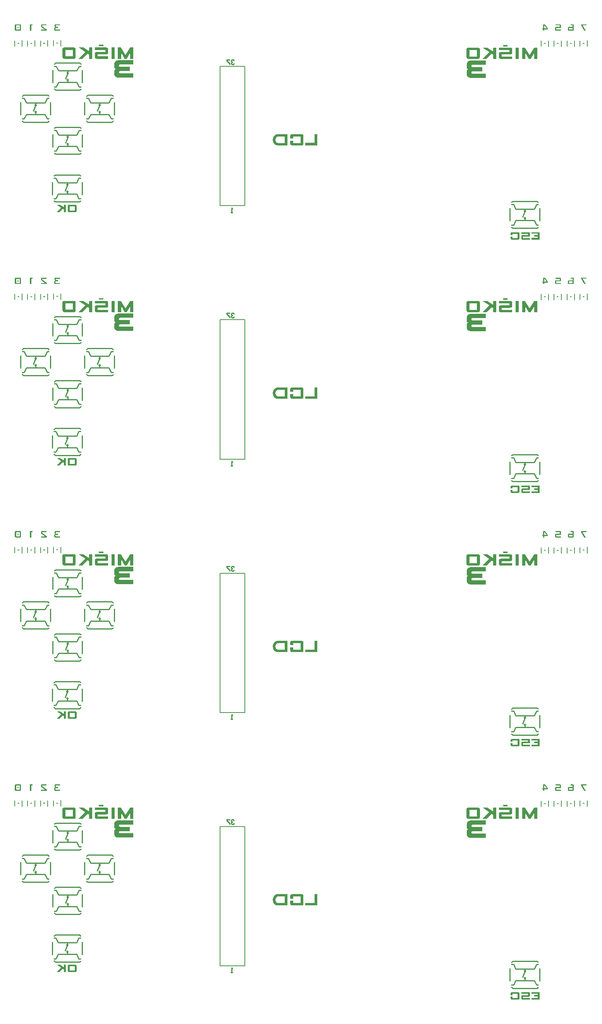
<source format=gbo>
G04*
G04 #@! TF.GenerationSoftware,Altium Limited,Altium Designer,23.1.1 (15)*
G04*
G04 Layer_Color=32896*
%FSLAX25Y25*%
%MOIN*%
G70*
G04*
G04 #@! TF.SameCoordinates,62433247-A29E-43A8-B4B8-56B850690A23*
G04*
G04*
G04 #@! TF.FilePolarity,Positive*
G04*
G01*
G75*
%ADD54C,0.00787*%
%ADD73C,0.01000*%
%ADD74C,0.00500*%
G36*
X521653Y860177D02*
X518067D01*
X520990Y855512D01*
X519612D01*
X516762Y860192D01*
Y861067D01*
X521653D01*
Y860177D01*
D02*
G37*
G36*
X44882Y860155D02*
X43730D01*
Y855512D01*
X42593D01*
Y861067D01*
X44882D01*
Y860155D01*
D02*
G37*
G36*
X68395Y860133D02*
X65341D01*
X65231Y860126D01*
X65144Y860119D01*
X65071Y860104D01*
X65013Y860083D01*
X64976Y860061D01*
X64947Y860046D01*
X64933Y860039D01*
X64925Y860032D01*
X64903Y860010D01*
X64889Y859980D01*
X64860Y859915D01*
X64845Y859827D01*
X64830Y859747D01*
X64823Y859660D01*
X64816Y859594D01*
Y859565D01*
Y859543D01*
Y859536D01*
Y859529D01*
Y859251D01*
X64823Y859171D01*
X64830Y859106D01*
X64852Y859047D01*
X64867Y859004D01*
X64889Y858967D01*
X64911Y858945D01*
X64918Y858931D01*
X64925Y858923D01*
X64969Y858894D01*
X65035Y858872D01*
X65100Y858850D01*
X65173Y858843D01*
X65239Y858836D01*
X65290Y858829D01*
X66974D01*
Y857866D01*
X65129D01*
X65027Y857859D01*
X64940Y857852D01*
X64867Y857837D01*
X64816Y857815D01*
X64772Y857794D01*
X64743Y857779D01*
X64728Y857772D01*
X64721Y857764D01*
X64685Y857721D01*
X64656Y857662D01*
X64634Y857597D01*
X64619Y857531D01*
X64612Y857473D01*
X64604Y857422D01*
Y857385D01*
Y857371D01*
Y856970D01*
X64612Y856868D01*
X64619Y856780D01*
X64641Y856715D01*
X64663Y856664D01*
X64685Y856620D01*
X64699Y856598D01*
X64714Y856583D01*
X64721Y856576D01*
X64772Y856547D01*
X64830Y856525D01*
X64969Y856496D01*
X65027Y856489D01*
X65078Y856481D01*
X68359D01*
Y855512D01*
X64641D01*
X64524Y855519D01*
X64415Y855534D01*
X64320Y855548D01*
X64225Y855563D01*
X64145Y855585D01*
X64072Y855599D01*
X64014Y855621D01*
X63956Y855643D01*
X63905Y855665D01*
X63868Y855679D01*
X63839Y855694D01*
X63810Y855709D01*
X63795Y855723D01*
X63781Y855730D01*
X63722Y855781D01*
X63671Y855847D01*
X63598Y855986D01*
X63540Y856146D01*
X63496Y856299D01*
X63475Y856445D01*
X63467Y856510D01*
Y856569D01*
X63460Y856612D01*
Y856649D01*
Y856671D01*
Y856678D01*
Y857247D01*
X63482Y857422D01*
X63525Y857575D01*
X63577Y857706D01*
X63649Y857830D01*
X63722Y857932D01*
X63810Y858019D01*
X63897Y858092D01*
X63985Y858158D01*
X64072Y858209D01*
X64160Y858253D01*
X64240Y858282D01*
X64313Y858304D01*
X64371Y858326D01*
X64415Y858333D01*
X64451Y858340D01*
X64459D01*
X64320Y858377D01*
X64204Y858428D01*
X64094Y858493D01*
X64007Y858566D01*
X63934Y858646D01*
X63868Y858734D01*
X63817Y858829D01*
X63773Y858923D01*
X63744Y859011D01*
X63722Y859098D01*
X63700Y859179D01*
X63693Y859244D01*
X63686Y859303D01*
X63679Y859354D01*
Y859383D01*
Y859390D01*
Y859995D01*
Y860112D01*
X63693Y860221D01*
X63708Y860316D01*
X63722Y860403D01*
X63744Y860483D01*
X63773Y860556D01*
X63802Y860622D01*
X63824Y860673D01*
X63854Y860724D01*
X63883Y860768D01*
X63934Y860826D01*
X63963Y860863D01*
X63977Y860870D01*
X64029Y860906D01*
X64094Y860935D01*
X64233Y860987D01*
X64386Y861016D01*
X64539Y861045D01*
X64685Y861059D01*
X64743D01*
X64801Y861067D01*
X68395D01*
Y860133D01*
D02*
G37*
G36*
X498958Y861052D02*
X499038Y861023D01*
X499104Y860987D01*
X499169Y860935D01*
X499221Y860884D01*
X499257Y860826D01*
X499294Y860768D01*
X499323Y860702D01*
X499359Y860585D01*
X499374Y860527D01*
X499381Y860483D01*
Y860440D01*
X499388Y860411D01*
Y860389D01*
Y860381D01*
Y857874D01*
X495393D01*
Y856467D01*
X499388D01*
Y855512D01*
X495481D01*
X495291Y855526D01*
X495131Y855555D01*
X494992Y855592D01*
X494868Y855643D01*
X494766Y855694D01*
X494679Y855752D01*
X494613Y855818D01*
X494555Y855876D01*
X494511Y855942D01*
X494482Y856000D01*
X494453Y856058D01*
X494438Y856110D01*
X494431Y856153D01*
X494424Y856182D01*
Y856204D01*
Y856211D01*
Y856416D01*
X494431Y856612D01*
Y856802D01*
Y856977D01*
Y857145D01*
Y857298D01*
Y857444D01*
Y857568D01*
Y857691D01*
X494424Y857794D01*
Y857881D01*
Y857954D01*
Y858012D01*
Y858056D01*
Y858085D01*
Y858092D01*
X494446Y858216D01*
X494489Y858333D01*
X494548Y858428D01*
X494621Y858508D01*
X494701Y858581D01*
X494796Y858639D01*
X494890Y858683D01*
X494985Y858727D01*
X495080Y858756D01*
X495167Y858778D01*
X495255Y858792D01*
X495328Y858799D01*
X495393Y858807D01*
X495437Y858814D01*
X498397D01*
Y860126D01*
X494774D01*
Y861067D01*
X498863D01*
X498958Y861052D01*
D02*
G37*
G36*
X510069D02*
X510156Y861023D01*
X510229Y860987D01*
X510288Y860935D01*
X510346Y860884D01*
X510390Y860826D01*
X510426Y860760D01*
X510455Y860702D01*
X510492Y860578D01*
X510506Y860527D01*
X510513Y860476D01*
Y860432D01*
X510521Y860403D01*
Y860381D01*
Y860374D01*
Y856226D01*
X510513Y856110D01*
X510484Y856000D01*
X510441Y855913D01*
X510390Y855832D01*
X510324Y855767D01*
X510258Y855709D01*
X510178Y855657D01*
X510098Y855621D01*
X510025Y855585D01*
X509945Y855563D01*
X509879Y855541D01*
X509814Y855526D01*
X509763Y855519D01*
X509719Y855512D01*
X506307D01*
X506176Y855526D01*
X506059Y855555D01*
X505957Y855592D01*
X505870Y855643D01*
X505797Y855694D01*
X505731Y855752D01*
X505680Y855818D01*
X505644Y855876D01*
X505615Y855942D01*
X505585Y856000D01*
X505571Y856058D01*
X505564Y856110D01*
X505556Y856153D01*
X505549Y856182D01*
Y856204D01*
Y856211D01*
Y856416D01*
Y856612D01*
Y856802D01*
Y856977D01*
Y857145D01*
Y857298D01*
Y857444D01*
Y857568D01*
Y857691D01*
Y857794D01*
Y857881D01*
Y857954D01*
Y858012D01*
Y858056D01*
Y858085D01*
Y858092D01*
X505564Y858216D01*
X505600Y858333D01*
X505644Y858428D01*
X505695Y858508D01*
X505753Y858581D01*
X505819Y858639D01*
X505884Y858683D01*
X505950Y858727D01*
X506023Y858756D01*
X506088Y858778D01*
X506147Y858792D01*
X506205Y858799D01*
X506249Y858807D01*
X506285Y858814D01*
X509529D01*
Y860170D01*
X507991D01*
Y861067D01*
X509974D01*
X510069Y861052D01*
D02*
G37*
G36*
X488256Y857633D02*
Y856707D01*
X485063D01*
Y855512D01*
X484035D01*
Y856707D01*
X483663D01*
Y857633D01*
X484035D01*
Y861067D01*
X485704D01*
X488256Y857633D01*
D02*
G37*
G36*
X34006Y861052D02*
X34115Y861038D01*
X34218Y861023D01*
X34305Y861001D01*
X34385Y860979D01*
X34458Y860950D01*
X34524Y860928D01*
X34575Y860899D01*
X34618Y860870D01*
X34662Y860848D01*
X34691Y860826D01*
X34713Y860812D01*
X34728Y860797D01*
X34743Y860782D01*
X34786Y860724D01*
X34830Y860658D01*
X34888Y860505D01*
X34932Y860338D01*
X34969Y860170D01*
X34983Y860017D01*
X34990Y859951D01*
Y859886D01*
X34998Y859842D01*
Y859798D01*
Y859776D01*
Y859769D01*
Y856787D01*
Y856656D01*
X34983Y856532D01*
X34976Y856423D01*
X34954Y856321D01*
X34939Y856233D01*
X34917Y856146D01*
X34896Y856073D01*
X34866Y856015D01*
X34844Y855956D01*
X34823Y855905D01*
X34801Y855869D01*
X34779Y855840D01*
X34764Y855811D01*
X34750Y855796D01*
X34743Y855781D01*
X34691Y855738D01*
X34626Y855694D01*
X34553Y855657D01*
X34480Y855628D01*
X34312Y855577D01*
X34152Y855548D01*
X33999Y855526D01*
X33933Y855519D01*
X33875D01*
X33824Y855512D01*
X30667D01*
X30551Y855526D01*
X30441Y855534D01*
X30339Y855555D01*
X30252Y855577D01*
X30172Y855599D01*
X30099Y855621D01*
X30033Y855650D01*
X29982Y855672D01*
X29938Y855694D01*
X29895Y855716D01*
X29866Y855738D01*
X29844Y855760D01*
X29829Y855767D01*
X29814Y855781D01*
X29771Y855840D01*
X29727Y855905D01*
X29661Y856058D01*
X29618Y856219D01*
X29581Y856386D01*
X29567Y856540D01*
X29559Y856612D01*
Y856671D01*
X29552Y856722D01*
Y856758D01*
Y856780D01*
Y856787D01*
Y859769D01*
Y859900D01*
X29567Y860024D01*
X29574Y860133D01*
X29596Y860236D01*
X29610Y860330D01*
X29632Y860411D01*
X29661Y860491D01*
X29683Y860549D01*
X29705Y860607D01*
X29734Y860658D01*
X29756Y860695D01*
X29771Y860731D01*
X29793Y860753D01*
X29800Y860768D01*
X29814Y860782D01*
X29866Y860833D01*
X29931Y860877D01*
X29997Y860914D01*
X30077Y860950D01*
X30237Y861001D01*
X30405Y861030D01*
X30551Y861052D01*
X30624Y861059D01*
X30682D01*
X30733Y861067D01*
X33890D01*
X34006Y861052D01*
D02*
G37*
G36*
X56738Y860133D02*
X53290D01*
Y859303D01*
X56563Y856984D01*
X56643Y856926D01*
X56716Y856875D01*
X56782Y856831D01*
X56833Y856787D01*
X56935Y856707D01*
X57000Y856649D01*
X57051Y856605D01*
X57088Y856569D01*
X57102Y856554D01*
X57110Y856547D01*
X57161Y856467D01*
X57197Y856386D01*
X57226Y856306D01*
X57241Y856226D01*
X57248Y856161D01*
X57255Y856110D01*
Y856073D01*
Y856058D01*
X57248Y855942D01*
X57226Y855840D01*
X57197Y855752D01*
X57168Y855687D01*
X57139Y855643D01*
X57110Y855606D01*
X57088Y855585D01*
X57081Y855577D01*
X57022Y855541D01*
X56964Y855526D01*
X56920Y855512D01*
X52182D01*
Y856481D01*
X55593D01*
X52881Y858413D01*
X52794Y858479D01*
X52714Y858537D01*
X52641Y858588D01*
X52583Y858639D01*
X52531Y858683D01*
X52481Y858727D01*
X52408Y858792D01*
X52356Y858843D01*
X52327Y858880D01*
X52313Y858902D01*
X52306Y858909D01*
X52262Y858996D01*
X52233Y859098D01*
X52211Y859200D01*
X52196Y859295D01*
X52189Y859383D01*
X52182Y859456D01*
Y859485D01*
Y859507D01*
Y859514D01*
Y859521D01*
Y859878D01*
Y860010D01*
X52196Y860133D01*
X52203Y860243D01*
X52225Y860338D01*
X52240Y860425D01*
X52262Y860505D01*
X52291Y860578D01*
X52313Y860637D01*
X52335Y860688D01*
X52364Y860731D01*
X52386Y860768D01*
X52400Y860797D01*
X52429Y860833D01*
X52444Y860841D01*
X52495Y860877D01*
X52561Y860914D01*
X52634Y860943D01*
X52706Y860972D01*
X52867Y861008D01*
X53035Y861038D01*
X53188Y861052D01*
X53253Y861059D01*
X53319Y861067D01*
X56738D01*
Y860133D01*
D02*
G37*
G36*
X67149Y844586D02*
X64786D01*
X65967Y845571D01*
X67149Y844586D01*
D02*
G37*
G36*
X520188Y844390D02*
X517826D01*
X519007Y845374D01*
X520188Y844390D01*
D02*
G37*
G36*
X56016D02*
X53654D01*
X54835Y845374D01*
X56016Y844390D01*
D02*
G37*
G36*
X44883D02*
X42521D01*
X43702Y845374D01*
X44883Y844390D01*
D02*
G37*
G36*
X33751D02*
X31389D01*
X32570Y845374D01*
X33751Y844390D01*
D02*
G37*
G36*
X509055Y844193D02*
X506693D01*
X507874Y845177D01*
X509055Y844193D01*
D02*
G37*
G36*
X497923D02*
X495561D01*
X496742Y845177D01*
X497923Y844193D01*
D02*
G37*
G36*
X486790D02*
X484428D01*
X485609Y845177D01*
X486790Y844193D01*
D02*
G37*
G36*
X105861Y842171D02*
X101989D01*
Y843461D01*
X105861D01*
Y842171D01*
D02*
G37*
G36*
X453550Y842089D02*
X449678D01*
Y843379D01*
X453550D01*
Y842089D01*
D02*
G37*
G36*
X131506Y831443D02*
X128816D01*
Y836454D01*
X125947Y831443D01*
X124035D01*
X121026Y836569D01*
Y831443D01*
X118335D01*
Y841159D01*
X120758D01*
X124978Y834771D01*
X128867Y841159D01*
X131506D01*
Y831443D01*
D02*
G37*
G36*
X479195Y831361D02*
X476505D01*
Y836372D01*
X473636Y831361D01*
X471724D01*
X468715Y836487D01*
Y831361D01*
X466024D01*
Y841077D01*
X468447D01*
X472667Y834689D01*
X476556Y841077D01*
X479195D01*
Y831361D01*
D02*
G37*
G36*
X115543Y831443D02*
X112713D01*
Y841159D01*
X115543D01*
Y831443D01*
D02*
G37*
G36*
X108378Y841133D02*
X108658Y841082D01*
X108913Y841019D01*
X109117Y840942D01*
X109296Y840853D01*
X109449Y840751D01*
X109563Y840649D01*
X109665Y840547D01*
X109742Y840445D01*
X109793Y840343D01*
X109844Y840254D01*
X109869Y840164D01*
X109882Y840101D01*
X109895Y840050D01*
Y840011D01*
Y839999D01*
Y836480D01*
X109869Y836276D01*
X109818Y836097D01*
X109729Y835944D01*
X109602Y835804D01*
X109474Y835689D01*
X109308Y835587D01*
X109143Y835498D01*
X108977Y835434D01*
X108811Y835370D01*
X108645Y835332D01*
X108480Y835294D01*
X108339Y835281D01*
X108225Y835256D01*
X108135D01*
X108084Y835243D01*
X100944Y835243D01*
Y833471D01*
X109895Y833471D01*
Y831443D01*
X100116Y831443D01*
X99861Y831456D01*
X99631Y831494D01*
X99427Y831558D01*
X99249Y831635D01*
X99096Y831724D01*
X98968Y831813D01*
X98866Y831928D01*
X98777Y832043D01*
X98700Y832145D01*
X98649Y832259D01*
X98611Y832349D01*
X98573Y832451D01*
X98560Y832514D01*
X98547Y832578D01*
X98535Y832616D01*
Y832629D01*
Y836276D01*
X98573Y836454D01*
X98637Y836607D01*
X98726Y836747D01*
X98828Y836862D01*
X98955Y836964D01*
X99083Y837053D01*
X99236Y837117D01*
X99376Y837168D01*
X99657Y837245D01*
X99784Y837270D01*
X99899Y837283D01*
X99988Y837296D01*
X107523Y837296D01*
Y839081D01*
X98535Y839081D01*
Y841159D01*
X108059Y841159D01*
X108378Y841133D01*
D02*
G37*
G36*
X88437Y841146D02*
X93613Y837857D01*
Y841146D01*
X96036D01*
Y831443D01*
X93613D01*
Y834962D01*
X92211Y835880D01*
X87697Y831443D01*
X84229D01*
X90145Y837257D01*
X84433Y841159D01*
X88437Y841146D01*
D02*
G37*
G36*
X80481Y841133D02*
X80761Y841082D01*
X81016Y841019D01*
X81220Y840942D01*
X81399Y840853D01*
X81552Y840751D01*
X81666Y840649D01*
X81768Y840547D01*
X81845Y840445D01*
X81896Y840343D01*
X81947Y840254D01*
X81972Y840164D01*
X81985Y840101D01*
X81998Y840050D01*
Y840011D01*
Y839999D01*
Y839501D01*
Y839030D01*
Y838583D01*
Y838150D01*
Y837729D01*
Y837347D01*
Y836964D01*
Y836607D01*
Y836276D01*
Y835957D01*
Y835651D01*
Y835370D01*
Y835103D01*
Y834860D01*
Y834618D01*
Y834401D01*
Y834197D01*
Y834019D01*
Y833853D01*
Y833687D01*
Y833547D01*
Y833420D01*
Y833305D01*
Y833203D01*
Y833114D01*
Y833050D01*
Y832935D01*
Y832871D01*
Y832846D01*
X81972Y832604D01*
X81909Y832387D01*
X81832Y832196D01*
X81743Y832030D01*
X81628Y831902D01*
X81513Y831788D01*
X81386Y831698D01*
X81258Y831622D01*
X81131Y831558D01*
X81016Y831520D01*
X80901Y831482D01*
X80799Y831469D01*
X80723Y831456D01*
X80646Y831443D01*
X72397D01*
X72091Y831469D01*
X71811Y831533D01*
X71581Y831609D01*
X71377Y831698D01*
X71199Y831800D01*
X71058Y831915D01*
X70944Y832030D01*
X70842Y832157D01*
X70778Y832285D01*
X70714Y832400D01*
X70676Y832514D01*
X70650Y832604D01*
X70638Y832693D01*
X70625Y832757D01*
Y832795D01*
Y832808D01*
Y840050D01*
X70663Y840241D01*
X70740Y840419D01*
X70829Y840560D01*
X70956Y840687D01*
X71084Y840802D01*
X71237Y840891D01*
X71390Y840968D01*
X71556Y841019D01*
X71709Y841070D01*
X71862Y841095D01*
X72002Y841121D01*
X72129Y841146D01*
X72231D01*
X72308Y841159D01*
X80162D01*
X80481Y841133D01*
D02*
G37*
G36*
X463232Y831361D02*
X460402D01*
Y841077D01*
X463232D01*
Y831361D01*
D02*
G37*
G36*
X456067Y841051D02*
X456347Y841000D01*
X456602Y840936D01*
X456806Y840860D01*
X456985Y840771D01*
X457138Y840669D01*
X457252Y840567D01*
X457354Y840465D01*
X457431Y840363D01*
X457482Y840261D01*
X457533Y840172D01*
X457558Y840082D01*
X457571Y840018D01*
X457584Y839967D01*
Y839929D01*
Y839917D01*
Y836397D01*
X457558Y836193D01*
X457507Y836015D01*
X457418Y835862D01*
X457291Y835722D01*
X457163Y835607D01*
X456997Y835505D01*
X456832Y835416D01*
X456666Y835352D01*
X456500Y835288D01*
X456334Y835250D01*
X456169Y835212D01*
X456028Y835199D01*
X455914Y835174D01*
X455824D01*
X455773Y835161D01*
X448633Y835161D01*
Y833388D01*
X457584Y833389D01*
Y831361D01*
X447805Y831361D01*
X447550Y831374D01*
X447320Y831412D01*
X447116Y831476D01*
X446938Y831552D01*
X446785Y831642D01*
X446657Y831731D01*
X446555Y831846D01*
X446466Y831960D01*
X446389Y832062D01*
X446338Y832177D01*
X446300Y832266D01*
X446262Y832368D01*
X446249Y832432D01*
X446236Y832496D01*
X446224Y832534D01*
Y832547D01*
Y836193D01*
X446262Y836372D01*
X446326Y836525D01*
X446415Y836665D01*
X446517Y836780D01*
X446644Y836882D01*
X446772Y836971D01*
X446925Y837035D01*
X447065Y837086D01*
X447346Y837162D01*
X447473Y837188D01*
X447588Y837201D01*
X447677Y837213D01*
X455212Y837214D01*
Y838999D01*
X446224Y838998D01*
Y841077D01*
X455748Y841077D01*
X456067Y841051D01*
D02*
G37*
G36*
X436126Y841064D02*
X441302Y837774D01*
Y841064D01*
X443725D01*
Y831361D01*
X441302D01*
Y834880D01*
X439900Y835798D01*
X435386Y831361D01*
X431918D01*
X437834Y837175D01*
X432122Y841077D01*
X436126Y841064D01*
D02*
G37*
G36*
X428170Y841051D02*
X428450Y841000D01*
X428705Y840936D01*
X428909Y840860D01*
X429088Y840771D01*
X429241Y840669D01*
X429355Y840567D01*
X429457Y840465D01*
X429534Y840363D01*
X429585Y840261D01*
X429636Y840171D01*
X429661Y840082D01*
X429674Y840018D01*
X429687Y839967D01*
Y839929D01*
Y839916D01*
Y839419D01*
Y838947D01*
Y838501D01*
Y838068D01*
Y837647D01*
Y837264D01*
Y836882D01*
Y836525D01*
Y836193D01*
Y835875D01*
Y835569D01*
Y835288D01*
Y835020D01*
Y834778D01*
Y834536D01*
Y834319D01*
Y834115D01*
Y833937D01*
Y833771D01*
Y833605D01*
Y833465D01*
Y833337D01*
Y833223D01*
Y833121D01*
Y833031D01*
Y832968D01*
Y832853D01*
Y832789D01*
Y832764D01*
X429661Y832521D01*
X429598Y832305D01*
X429521Y832113D01*
X429432Y831948D01*
X429317Y831820D01*
X429202Y831705D01*
X429075Y831616D01*
X428947Y831540D01*
X428820Y831476D01*
X428705Y831438D01*
X428590Y831399D01*
X428488Y831387D01*
X428412Y831374D01*
X428335Y831361D01*
X420086D01*
X419780Y831387D01*
X419500Y831450D01*
X419270Y831527D01*
X419066Y831616D01*
X418888Y831718D01*
X418747Y831833D01*
X418633Y831948D01*
X418531Y832075D01*
X418467Y832203D01*
X418403Y832317D01*
X418365Y832432D01*
X418339Y832521D01*
X418327Y832611D01*
X418314Y832674D01*
Y832713D01*
Y832725D01*
Y839967D01*
X418352Y840159D01*
X418429Y840337D01*
X418518Y840477D01*
X418645Y840605D01*
X418773Y840720D01*
X418926Y840809D01*
X419079Y840885D01*
X419245Y840936D01*
X419398Y840987D01*
X419551Y841013D01*
X419691Y841038D01*
X419818Y841064D01*
X419920D01*
X419997Y841077D01*
X427851D01*
X428170Y841051D01*
D02*
G37*
G36*
X131513Y826517D02*
X120217D01*
X120071Y826499D01*
X119925Y826481D01*
X119798Y826426D01*
X119688Y826390D01*
X119597Y826335D01*
X119525Y826280D01*
X119488Y826262D01*
X119470Y826244D01*
X119361Y826135D01*
X119288Y826007D01*
X119233Y825898D01*
X119197Y825788D01*
X119178Y825697D01*
X119160Y825624D01*
Y825570D01*
Y825552D01*
X119178Y825406D01*
X119215Y825260D01*
X119251Y825151D01*
X119306Y825041D01*
X119379Y824969D01*
X119415Y824914D01*
X119452Y824877D01*
X119470Y824859D01*
X119597Y824768D01*
X119725Y824695D01*
X119834Y824659D01*
X119962Y824622D01*
X120053Y824604D01*
X120144Y824586D01*
X128434D01*
Y820905D01*
X120217D01*
X120071Y820887D01*
X119925Y820869D01*
X119798Y820814D01*
X119688Y820760D01*
X119597Y820705D01*
X119525Y820669D01*
X119488Y820632D01*
X119470Y820614D01*
X119361Y820505D01*
X119288Y820395D01*
X119233Y820286D01*
X119197Y820177D01*
X119178Y820086D01*
X119160Y820013D01*
Y819958D01*
Y819940D01*
X119178Y819794D01*
X119215Y819648D01*
X119251Y819539D01*
X119306Y819430D01*
X119379Y819339D01*
X119415Y819284D01*
X119452Y819248D01*
X119470Y819229D01*
X119597Y819138D01*
X119725Y819083D01*
X119962Y819011D01*
X120053Y818992D01*
X120144Y818974D01*
X131513D01*
Y815294D01*
X118686D01*
X118413Y815312D01*
X118158Y815330D01*
X117666Y815440D01*
X117247Y815585D01*
X116864Y815767D01*
X116719Y815840D01*
X116573Y815932D01*
X116445Y816004D01*
X116336Y816077D01*
X116263Y816132D01*
X116209Y816187D01*
X116172Y816205D01*
X116154Y816223D01*
X115972Y816405D01*
X115808Y816587D01*
X115662Y816788D01*
X115534Y816988D01*
X115443Y817189D01*
X115352Y817371D01*
X115225Y817735D01*
X115152Y818063D01*
X115134Y818191D01*
X115115Y818318D01*
X115097Y818409D01*
Y818482D01*
Y818519D01*
Y818537D01*
Y821379D01*
X115170Y821580D01*
X115243Y821762D01*
X115352Y821926D01*
X115462Y822053D01*
X115698Y822290D01*
X115953Y822472D01*
X116209Y822600D01*
X116409Y822673D01*
X116500Y822691D01*
X116555Y822709D01*
X116591Y822727D01*
X116609D01*
X116391Y822782D01*
X116190Y822855D01*
X116008Y822946D01*
X115862Y823037D01*
X115589Y823274D01*
X115389Y823511D01*
X115261Y823730D01*
X115170Y823930D01*
X115134Y824003D01*
X115115Y824058D01*
X115097Y824094D01*
Y824112D01*
Y826973D01*
X115115Y827210D01*
X115134Y827446D01*
X115188Y827665D01*
X115261Y827884D01*
X115425Y828266D01*
X115626Y828613D01*
X115826Y828868D01*
X115917Y828995D01*
X115990Y829086D01*
X116063Y829159D01*
X116099Y829214D01*
X116136Y829232D01*
X116154Y829250D01*
X116354Y829414D01*
X116555Y829578D01*
X116773Y829706D01*
X116992Y829815D01*
X117411Y829979D01*
X117812Y830088D01*
X118158Y830161D01*
X118304Y830180D01*
X118431Y830198D01*
X118541Y830216D01*
X131513D01*
Y826517D01*
D02*
G37*
G36*
X434764Y826294D02*
X423467D01*
X423322Y826276D01*
X423176Y826258D01*
X423048Y826203D01*
X422939Y826167D01*
X422848Y826112D01*
X422775Y826058D01*
X422739Y826039D01*
X422720Y826021D01*
X422611Y825912D01*
X422538Y825784D01*
X422483Y825675D01*
X422447Y825566D01*
X422429Y825474D01*
X422411Y825401D01*
Y825347D01*
Y825329D01*
X422429Y825183D01*
X422465Y825037D01*
X422502Y824928D01*
X422556Y824819D01*
X422629Y824746D01*
X422666Y824691D01*
X422702Y824654D01*
X422720Y824636D01*
X422848Y824545D01*
X422975Y824472D01*
X423085Y824436D01*
X423212Y824399D01*
X423303Y824381D01*
X423394Y824363D01*
X431685D01*
Y820683D01*
X423467D01*
X423322Y820664D01*
X423176Y820646D01*
X423048Y820592D01*
X422939Y820537D01*
X422848Y820482D01*
X422775Y820446D01*
X422739Y820409D01*
X422720Y820391D01*
X422611Y820282D01*
X422538Y820172D01*
X422483Y820063D01*
X422447Y819954D01*
X422429Y819863D01*
X422411Y819790D01*
Y819735D01*
Y819717D01*
X422429Y819571D01*
X422465Y819425D01*
X422502Y819316D01*
X422556Y819207D01*
X422629Y819116D01*
X422666Y819061D01*
X422702Y819024D01*
X422720Y819006D01*
X422848Y818915D01*
X422975Y818861D01*
X423212Y818788D01*
X423303Y818769D01*
X423394Y818751D01*
X434764D01*
Y815071D01*
X421937D01*
X421664Y815089D01*
X421409Y815107D01*
X420917Y815217D01*
X420498Y815362D01*
X420115Y815545D01*
X419969Y815617D01*
X419823Y815709D01*
X419696Y815781D01*
X419587Y815854D01*
X419514Y815909D01*
X419459Y815964D01*
X419422Y815982D01*
X419404Y816000D01*
X419222Y816182D01*
X419058Y816364D01*
X418912Y816565D01*
X418785Y816765D01*
X418694Y816966D01*
X418603Y817148D01*
X418475Y817512D01*
X418402Y817840D01*
X418384Y817968D01*
X418366Y818095D01*
X418348Y818186D01*
Y818259D01*
Y818296D01*
Y818314D01*
Y821156D01*
X418420Y821357D01*
X418493Y821539D01*
X418603Y821703D01*
X418712Y821830D01*
X418949Y822067D01*
X419204Y822250D01*
X419459Y822377D01*
X419659Y822450D01*
X419750Y822468D01*
X419805Y822486D01*
X419842Y822505D01*
X419860D01*
X419641Y822559D01*
X419441Y822632D01*
X419259Y822723D01*
X419113Y822814D01*
X418840Y823051D01*
X418639Y823288D01*
X418511Y823507D01*
X418420Y823707D01*
X418384Y823780D01*
X418366Y823835D01*
X418348Y823871D01*
Y823889D01*
Y826750D01*
X418366Y826987D01*
X418384Y827223D01*
X418439Y827442D01*
X418511Y827661D01*
X418676Y828043D01*
X418876Y828390D01*
X419076Y828645D01*
X419168Y828772D01*
X419240Y828863D01*
X419313Y828936D01*
X419350Y828991D01*
X419386Y829009D01*
X419404Y829027D01*
X419605Y829191D01*
X419805Y829355D01*
X420024Y829483D01*
X420242Y829592D01*
X420661Y829756D01*
X421062Y829865D01*
X421409Y829938D01*
X421554Y829957D01*
X421682Y829975D01*
X421791Y829993D01*
X434764D01*
Y826294D01*
D02*
G37*
G36*
X276460Y766700D02*
X276740Y766649D01*
X276995Y766585D01*
X277199Y766509D01*
X277378Y766419D01*
X277531Y766317D01*
X277646Y766215D01*
X277748Y766113D01*
X277824Y766011D01*
X277875Y765909D01*
X277926Y765820D01*
X277952Y765731D01*
X277964Y765667D01*
X277977Y765616D01*
Y765578D01*
Y765565D01*
Y765068D01*
Y764596D01*
Y764150D01*
Y763716D01*
Y763296D01*
Y762913D01*
Y762531D01*
Y762174D01*
Y761842D01*
Y761523D01*
Y761217D01*
Y760937D01*
Y760669D01*
Y760427D01*
Y760185D01*
Y759968D01*
Y759764D01*
Y759585D01*
Y759420D01*
Y759254D01*
Y759114D01*
Y758986D01*
Y758871D01*
Y758769D01*
Y758680D01*
Y758616D01*
Y758502D01*
Y758438D01*
Y758412D01*
X277952Y758170D01*
X277888Y757953D01*
X277811Y757762D01*
X277722Y757596D01*
X277607Y757469D01*
X277493Y757354D01*
X277365Y757265D01*
X277238Y757188D01*
X277110Y757125D01*
X276995Y757086D01*
X276881Y757048D01*
X276779Y757035D01*
X276702Y757023D01*
X276626Y757010D01*
X268529D01*
X268313Y757023D01*
X268121Y757048D01*
X267943Y757074D01*
X267790Y757099D01*
X267675Y757137D01*
X267586Y757163D01*
X267522Y757176D01*
X267509Y757188D01*
X267331Y757265D01*
X267191Y757341D01*
X267063Y757431D01*
X266948Y757533D01*
X266859Y757622D01*
X266795Y757737D01*
X266732Y757839D01*
X266693Y757941D01*
X266642Y758119D01*
X266617Y758285D01*
Y758336D01*
Y758387D01*
Y758412D01*
Y758425D01*
Y761077D01*
X269014D01*
Y759037D01*
X275606D01*
Y764647D01*
X269014D01*
Y762888D01*
X266617D01*
Y765565D01*
X266655Y765769D01*
X266732Y765948D01*
X266846Y766101D01*
X266974Y766241D01*
X267114Y766343D01*
X267267Y766445D01*
X267433Y766521D01*
X267611Y766585D01*
X267777Y766623D01*
X267930Y766662D01*
X268083Y766687D01*
X268223Y766713D01*
X268325D01*
X268415Y766725D01*
X276141D01*
X276460Y766700D01*
D02*
G37*
G36*
X289886Y757010D02*
X279596D01*
Y759152D01*
X287361D01*
Y766725D01*
X289886D01*
Y757010D01*
D02*
G37*
G36*
X264118D02*
X255869Y757010D01*
X255626Y757023D01*
X255384Y757035D01*
X254938Y757112D01*
X254530Y757239D01*
X254147Y757392D01*
X253816Y757584D01*
X253510Y757788D01*
X253229Y758004D01*
X252987Y758234D01*
X252783Y758463D01*
X252605Y758680D01*
X252452Y758897D01*
X252324Y759075D01*
X252235Y759228D01*
X252171Y759356D01*
X252133Y759432D01*
X252120Y759445D01*
Y759458D01*
X251967Y759853D01*
X251852Y760261D01*
X251750Y760669D01*
X251687Y761052D01*
X251661Y761230D01*
X251636Y761383D01*
X251623Y761536D01*
X251610Y761651D01*
X251597Y761753D01*
X251585Y761829D01*
Y761880D01*
Y761893D01*
X251636Y762403D01*
X251661Y762645D01*
X251699Y762862D01*
X251750Y763079D01*
X251789Y763283D01*
X251840Y763461D01*
X251891Y763627D01*
X251929Y763780D01*
X251980Y763908D01*
X252018Y764035D01*
X252044Y764124D01*
X252082Y764201D01*
X252095Y764252D01*
X252120Y764290D01*
Y764303D01*
X252222Y764520D01*
X252337Y764724D01*
X252464Y764928D01*
X252592Y765106D01*
X252860Y765425D01*
X253153Y765705D01*
X253459Y765935D01*
X253778Y766139D01*
X254084Y766292D01*
X254390Y766419D01*
X254696Y766521D01*
X254963Y766598D01*
X255218Y766649D01*
X255435Y766687D01*
X255614Y766713D01*
X255754Y766725D01*
X264118Y766725D01*
Y757010D01*
D02*
G37*
G36*
X81680Y705988D02*
X81864Y705955D01*
X82032Y705913D01*
X82166Y705863D01*
X82283Y705804D01*
X82384Y705737D01*
X82459Y705670D01*
X82526Y705603D01*
X82577Y705536D01*
X82610Y705469D01*
X82644Y705410D01*
X82661Y705351D01*
X82669Y705310D01*
X82677Y705276D01*
Y705251D01*
Y705243D01*
Y704916D01*
Y704606D01*
Y704312D01*
Y704028D01*
Y703751D01*
Y703500D01*
Y703248D01*
Y703014D01*
Y702796D01*
Y702586D01*
Y702385D01*
Y702201D01*
Y702025D01*
Y701865D01*
Y701706D01*
Y701564D01*
Y701430D01*
Y701312D01*
Y701203D01*
Y701094D01*
Y701002D01*
Y700918D01*
Y700843D01*
Y700776D01*
Y700717D01*
Y700675D01*
Y700600D01*
Y700558D01*
Y700541D01*
X82661Y700382D01*
X82619Y700240D01*
X82568Y700114D01*
X82510Y700005D01*
X82434Y699921D01*
X82359Y699846D01*
X82275Y699787D01*
X82191Y699737D01*
X82107Y699695D01*
X82032Y699670D01*
X81957Y699645D01*
X81889Y699636D01*
X81839Y699628D01*
X81789Y699620D01*
X76367D01*
X76166Y699636D01*
X75982Y699678D01*
X75831Y699728D01*
X75697Y699787D01*
X75579Y699854D01*
X75487Y699930D01*
X75412Y700005D01*
X75345Y700089D01*
X75303Y700173D01*
X75261Y700248D01*
X75236Y700323D01*
X75219Y700382D01*
X75211Y700441D01*
X75202Y700483D01*
Y700508D01*
Y700516D01*
Y705276D01*
X75227Y705402D01*
X75278Y705519D01*
X75336Y705611D01*
X75420Y705695D01*
X75504Y705770D01*
X75604Y705829D01*
X75705Y705879D01*
X75814Y705913D01*
X75915Y705946D01*
X76015Y705963D01*
X76107Y705980D01*
X76191Y705997D01*
X76258D01*
X76309Y706005D01*
X81471D01*
X81680Y705988D01*
D02*
G37*
G36*
X68389Y705997D02*
X71792Y703835D01*
Y705997D01*
X73384D01*
Y699620D01*
X71792D01*
Y701932D01*
X70870Y702536D01*
X67903Y699620D01*
X65624D01*
X69512Y703441D01*
X65758Y706005D01*
X68389Y705997D01*
D02*
G37*
G36*
X462757Y682419D02*
X462941Y682386D01*
X463109Y682344D01*
X463243Y682294D01*
X463360Y682235D01*
X463461Y682168D01*
X463536Y682101D01*
X463603Y682034D01*
X463654Y681967D01*
X463687Y681900D01*
X463721Y681841D01*
X463737Y681783D01*
X463746Y681741D01*
X463754Y681707D01*
Y681682D01*
Y681674D01*
Y681347D01*
Y681037D01*
Y680744D01*
Y680459D01*
Y680182D01*
Y679931D01*
Y679679D01*
Y679445D01*
Y679227D01*
Y679017D01*
Y678816D01*
Y678632D01*
Y678456D01*
Y678297D01*
Y678137D01*
Y677995D01*
Y677861D01*
Y677743D01*
Y677634D01*
Y677526D01*
Y677433D01*
Y677350D01*
Y677274D01*
Y677207D01*
Y677148D01*
Y677107D01*
Y677031D01*
Y676989D01*
Y676972D01*
X463737Y676813D01*
X463696Y676671D01*
X463645Y676545D01*
X463587Y676436D01*
X463511Y676352D01*
X463436Y676277D01*
X463352Y676218D01*
X463268Y676168D01*
X463184Y676126D01*
X463109Y676101D01*
X463034Y676076D01*
X462966Y676067D01*
X462916Y676059D01*
X462866Y676051D01*
X457545D01*
X457402Y676059D01*
X457276Y676076D01*
X457159Y676093D01*
X457059Y676109D01*
X456983Y676134D01*
X456925Y676151D01*
X456883Y676160D01*
X456874Y676168D01*
X456757Y676218D01*
X456665Y676269D01*
X456581Y676327D01*
X456506Y676394D01*
X456447Y676453D01*
X456405Y676528D01*
X456363Y676595D01*
X456338Y676662D01*
X456304Y676780D01*
X456288Y676889D01*
Y676922D01*
Y676956D01*
Y676972D01*
Y676981D01*
Y678724D01*
X457863D01*
Y677383D01*
X462196D01*
Y681070D01*
X457863D01*
Y679914D01*
X456288D01*
Y681674D01*
X456313Y681808D01*
X456363Y681925D01*
X456438Y682026D01*
X456522Y682118D01*
X456614Y682185D01*
X456715Y682252D01*
X456824Y682302D01*
X456941Y682344D01*
X457050Y682369D01*
X457151Y682394D01*
X457251Y682411D01*
X457344Y682428D01*
X457411D01*
X457469Y682436D01*
X462547D01*
X462757Y682419D01*
D02*
G37*
G36*
X481084Y676051D02*
X474321D01*
Y677459D01*
X479425D01*
Y678598D01*
X476433D01*
Y679981D01*
X479433D01*
Y681121D01*
X474305D01*
Y682436D01*
X481084D01*
Y676051D01*
D02*
G37*
G36*
X471866Y682419D02*
X472051Y682386D01*
X472218Y682344D01*
X472352Y682294D01*
X472470Y682235D01*
X472570Y682168D01*
X472645Y682101D01*
X472713Y682034D01*
X472763Y681967D01*
X472796Y681900D01*
X472830Y681841D01*
X472847Y681783D01*
X472855Y681741D01*
X472863Y681707D01*
Y681682D01*
Y681674D01*
Y679361D01*
X472847Y679227D01*
X472813Y679109D01*
X472754Y679009D01*
X472671Y678917D01*
X472587Y678841D01*
X472478Y678774D01*
X472369Y678716D01*
X472260Y678674D01*
X472151Y678632D01*
X472042Y678607D01*
X471933Y678581D01*
X471841Y678573D01*
X471766Y678556D01*
X471707D01*
X471673Y678548D01*
X466981D01*
Y677383D01*
X472863D01*
Y676051D01*
X466436D01*
X466268Y676059D01*
X466117Y676084D01*
X465983Y676126D01*
X465866Y676176D01*
X465765Y676235D01*
X465682Y676294D01*
X465615Y676369D01*
X465556Y676445D01*
X465506Y676512D01*
X465472Y676587D01*
X465447Y676646D01*
X465422Y676713D01*
X465414Y676755D01*
X465405Y676796D01*
X465397Y676822D01*
Y676830D01*
Y679227D01*
X465422Y679344D01*
X465464Y679445D01*
X465522Y679537D01*
X465590Y679612D01*
X465673Y679679D01*
X465757Y679738D01*
X465858Y679780D01*
X465950Y679813D01*
X466134Y679864D01*
X466218Y679880D01*
X466293Y679889D01*
X466352Y679897D01*
X471305D01*
Y681070D01*
X465397D01*
Y682436D01*
X471657D01*
X471866Y682419D01*
D02*
G37*
G36*
X521653Y642461D02*
X518067D01*
X520990Y637795D01*
X519612D01*
X516762Y642475D01*
Y643350D01*
X521653D01*
Y642461D01*
D02*
G37*
G36*
X44882Y642439D02*
X43730D01*
Y637795D01*
X42593D01*
Y643350D01*
X44882D01*
Y642439D01*
D02*
G37*
G36*
X68395Y642417D02*
X65341D01*
X65231Y642410D01*
X65144Y642402D01*
X65071Y642388D01*
X65013Y642366D01*
X64976Y642344D01*
X64947Y642330D01*
X64933Y642322D01*
X64925Y642315D01*
X64903Y642293D01*
X64889Y642264D01*
X64860Y642198D01*
X64845Y642111D01*
X64830Y642031D01*
X64823Y641943D01*
X64816Y641878D01*
Y641848D01*
Y641826D01*
Y641819D01*
Y641812D01*
Y641535D01*
X64823Y641455D01*
X64830Y641389D01*
X64852Y641331D01*
X64867Y641287D01*
X64889Y641251D01*
X64911Y641229D01*
X64918Y641214D01*
X64925Y641207D01*
X64969Y641178D01*
X65035Y641156D01*
X65100Y641134D01*
X65173Y641127D01*
X65239Y641119D01*
X65290Y641112D01*
X66974D01*
Y640150D01*
X65129D01*
X65027Y640142D01*
X64940Y640135D01*
X64867Y640121D01*
X64816Y640099D01*
X64772Y640077D01*
X64743Y640062D01*
X64728Y640055D01*
X64721Y640048D01*
X64685Y640004D01*
X64656Y639946D01*
X64634Y639880D01*
X64619Y639815D01*
X64612Y639756D01*
X64604Y639705D01*
Y639669D01*
Y639654D01*
Y639253D01*
X64612Y639151D01*
X64619Y639064D01*
X64641Y638998D01*
X64663Y638947D01*
X64685Y638903D01*
X64699Y638881D01*
X64714Y638867D01*
X64721Y638860D01*
X64772Y638830D01*
X64830Y638808D01*
X64969Y638779D01*
X65027Y638772D01*
X65078Y638765D01*
X68359D01*
Y637795D01*
X64641D01*
X64524Y637802D01*
X64415Y637817D01*
X64320Y637832D01*
X64225Y637846D01*
X64145Y637868D01*
X64072Y637883D01*
X64014Y637905D01*
X63956Y637926D01*
X63905Y637948D01*
X63868Y637963D01*
X63839Y637977D01*
X63810Y637992D01*
X63795Y638007D01*
X63781Y638014D01*
X63722Y638065D01*
X63671Y638131D01*
X63598Y638269D01*
X63540Y638429D01*
X63496Y638583D01*
X63475Y638728D01*
X63467Y638794D01*
Y638852D01*
X63460Y638896D01*
Y638932D01*
Y638954D01*
Y638962D01*
Y639530D01*
X63482Y639705D01*
X63525Y639858D01*
X63577Y639989D01*
X63649Y640113D01*
X63722Y640215D01*
X63810Y640303D01*
X63897Y640376D01*
X63985Y640441D01*
X64072Y640492D01*
X64160Y640536D01*
X64240Y640565D01*
X64313Y640587D01*
X64371Y640609D01*
X64415Y640616D01*
X64451Y640624D01*
X64459D01*
X64320Y640660D01*
X64204Y640711D01*
X64094Y640777D01*
X64007Y640850D01*
X63934Y640930D01*
X63868Y641017D01*
X63817Y641112D01*
X63773Y641207D01*
X63744Y641294D01*
X63722Y641382D01*
X63700Y641462D01*
X63693Y641528D01*
X63686Y641586D01*
X63679Y641637D01*
Y641666D01*
Y641673D01*
Y642278D01*
Y642395D01*
X63693Y642505D01*
X63708Y642599D01*
X63722Y642687D01*
X63744Y642767D01*
X63773Y642840D01*
X63802Y642905D01*
X63824Y642956D01*
X63854Y643008D01*
X63883Y643051D01*
X63934Y643110D01*
X63963Y643146D01*
X63977Y643153D01*
X64029Y643190D01*
X64094Y643219D01*
X64233Y643270D01*
X64386Y643299D01*
X64539Y643328D01*
X64685Y643343D01*
X64743D01*
X64801Y643350D01*
X68395D01*
Y642417D01*
D02*
G37*
G36*
X498958Y643335D02*
X499038Y643306D01*
X499104Y643270D01*
X499169Y643219D01*
X499221Y643168D01*
X499257Y643110D01*
X499294Y643051D01*
X499323Y642986D01*
X499359Y642869D01*
X499374Y642811D01*
X499381Y642767D01*
Y642723D01*
X499388Y642694D01*
Y642672D01*
Y642665D01*
Y640157D01*
X495393D01*
Y638750D01*
X499388D01*
Y637795D01*
X495481D01*
X495291Y637810D01*
X495131Y637839D01*
X494992Y637875D01*
X494868Y637926D01*
X494766Y637977D01*
X494679Y638036D01*
X494613Y638101D01*
X494555Y638160D01*
X494511Y638225D01*
X494482Y638284D01*
X494453Y638342D01*
X494438Y638393D01*
X494431Y638437D01*
X494424Y638466D01*
Y638488D01*
Y638495D01*
Y638699D01*
X494431Y638896D01*
Y639085D01*
Y639260D01*
Y639428D01*
Y639581D01*
Y639727D01*
Y639851D01*
Y639975D01*
X494424Y640077D01*
Y640164D01*
Y640237D01*
Y640296D01*
Y640339D01*
Y640369D01*
Y640376D01*
X494446Y640500D01*
X494489Y640616D01*
X494548Y640711D01*
X494621Y640791D01*
X494701Y640864D01*
X494796Y640923D01*
X494890Y640966D01*
X494985Y641010D01*
X495080Y641039D01*
X495167Y641061D01*
X495255Y641076D01*
X495328Y641083D01*
X495393Y641090D01*
X495437Y641097D01*
X498397D01*
Y642410D01*
X494774D01*
Y643350D01*
X498863D01*
X498958Y643335D01*
D02*
G37*
G36*
X510069D02*
X510156Y643306D01*
X510229Y643270D01*
X510288Y643219D01*
X510346Y643168D01*
X510390Y643110D01*
X510426Y643044D01*
X510455Y642986D01*
X510492Y642862D01*
X510506Y642811D01*
X510513Y642760D01*
Y642716D01*
X510521Y642687D01*
Y642665D01*
Y642658D01*
Y638510D01*
X510513Y638393D01*
X510484Y638284D01*
X510441Y638196D01*
X510390Y638116D01*
X510324Y638050D01*
X510258Y637992D01*
X510178Y637941D01*
X510098Y637905D01*
X510025Y637868D01*
X509945Y637846D01*
X509879Y637824D01*
X509814Y637810D01*
X509763Y637802D01*
X509719Y637795D01*
X506307D01*
X506176Y637810D01*
X506059Y637839D01*
X505957Y637875D01*
X505870Y637926D01*
X505797Y637977D01*
X505731Y638036D01*
X505680Y638101D01*
X505644Y638160D01*
X505615Y638225D01*
X505585Y638284D01*
X505571Y638342D01*
X505564Y638393D01*
X505556Y638437D01*
X505549Y638466D01*
Y638488D01*
Y638495D01*
Y638699D01*
Y638896D01*
Y639085D01*
Y639260D01*
Y639428D01*
Y639581D01*
Y639727D01*
Y639851D01*
Y639975D01*
Y640077D01*
Y640164D01*
Y640237D01*
Y640296D01*
Y640339D01*
Y640369D01*
Y640376D01*
X505564Y640500D01*
X505600Y640616D01*
X505644Y640711D01*
X505695Y640791D01*
X505753Y640864D01*
X505819Y640923D01*
X505884Y640966D01*
X505950Y641010D01*
X506023Y641039D01*
X506088Y641061D01*
X506147Y641076D01*
X506205Y641083D01*
X506249Y641090D01*
X506285Y641097D01*
X509529D01*
Y642453D01*
X507991D01*
Y643350D01*
X509974D01*
X510069Y643335D01*
D02*
G37*
G36*
X488256Y639917D02*
Y638991D01*
X485063D01*
Y637795D01*
X484035D01*
Y638991D01*
X483663D01*
Y639917D01*
X484035D01*
Y643350D01*
X485704D01*
X488256Y639917D01*
D02*
G37*
G36*
X34006Y643335D02*
X34115Y643321D01*
X34218Y643306D01*
X34305Y643285D01*
X34385Y643263D01*
X34458Y643233D01*
X34524Y643212D01*
X34575Y643183D01*
X34618Y643153D01*
X34662Y643131D01*
X34691Y643110D01*
X34713Y643095D01*
X34728Y643080D01*
X34743Y643066D01*
X34786Y643008D01*
X34830Y642942D01*
X34888Y642789D01*
X34932Y642621D01*
X34969Y642453D01*
X34983Y642300D01*
X34990Y642235D01*
Y642169D01*
X34998Y642125D01*
Y642082D01*
Y642060D01*
Y642053D01*
Y639071D01*
Y638940D01*
X34983Y638816D01*
X34976Y638706D01*
X34954Y638604D01*
X34939Y638517D01*
X34917Y638429D01*
X34896Y638356D01*
X34866Y638298D01*
X34844Y638240D01*
X34823Y638189D01*
X34801Y638152D01*
X34779Y638123D01*
X34764Y638094D01*
X34750Y638080D01*
X34743Y638065D01*
X34691Y638021D01*
X34626Y637977D01*
X34553Y637941D01*
X34480Y637912D01*
X34312Y637861D01*
X34152Y637832D01*
X33999Y637810D01*
X33933Y637802D01*
X33875D01*
X33824Y637795D01*
X30667D01*
X30551Y637810D01*
X30441Y637817D01*
X30339Y637839D01*
X30252Y637861D01*
X30172Y637883D01*
X30099Y637905D01*
X30033Y637934D01*
X29982Y637956D01*
X29938Y637977D01*
X29895Y637999D01*
X29866Y638021D01*
X29844Y638043D01*
X29829Y638050D01*
X29814Y638065D01*
X29771Y638123D01*
X29727Y638189D01*
X29661Y638342D01*
X29618Y638502D01*
X29581Y638670D01*
X29567Y638823D01*
X29559Y638896D01*
Y638954D01*
X29552Y639005D01*
Y639042D01*
Y639064D01*
Y639071D01*
Y642053D01*
Y642184D01*
X29567Y642308D01*
X29574Y642417D01*
X29596Y642519D01*
X29610Y642614D01*
X29632Y642694D01*
X29661Y642774D01*
X29683Y642833D01*
X29705Y642891D01*
X29734Y642942D01*
X29756Y642978D01*
X29771Y643015D01*
X29793Y643037D01*
X29800Y643051D01*
X29814Y643066D01*
X29866Y643117D01*
X29931Y643161D01*
X29997Y643197D01*
X30077Y643233D01*
X30237Y643285D01*
X30405Y643314D01*
X30551Y643335D01*
X30624Y643343D01*
X30682D01*
X30733Y643350D01*
X33890D01*
X34006Y643335D01*
D02*
G37*
G36*
X56738Y642417D02*
X53290D01*
Y641586D01*
X56563Y639268D01*
X56643Y639209D01*
X56716Y639158D01*
X56782Y639115D01*
X56833Y639071D01*
X56935Y638991D01*
X57000Y638932D01*
X57051Y638889D01*
X57088Y638852D01*
X57102Y638838D01*
X57110Y638830D01*
X57161Y638750D01*
X57197Y638670D01*
X57226Y638590D01*
X57241Y638510D01*
X57248Y638444D01*
X57255Y638393D01*
Y638356D01*
Y638342D01*
X57248Y638225D01*
X57226Y638123D01*
X57197Y638036D01*
X57168Y637970D01*
X57139Y637926D01*
X57110Y637890D01*
X57088Y637868D01*
X57081Y637861D01*
X57022Y637824D01*
X56964Y637810D01*
X56920Y637795D01*
X52182D01*
Y638765D01*
X55593D01*
X52881Y640697D01*
X52794Y640762D01*
X52714Y640821D01*
X52641Y640871D01*
X52583Y640923D01*
X52531Y640966D01*
X52481Y641010D01*
X52408Y641076D01*
X52356Y641127D01*
X52327Y641163D01*
X52313Y641185D01*
X52306Y641192D01*
X52262Y641280D01*
X52233Y641382D01*
X52211Y641484D01*
X52196Y641579D01*
X52189Y641666D01*
X52182Y641739D01*
Y641768D01*
Y641790D01*
Y641797D01*
Y641805D01*
Y642162D01*
Y642293D01*
X52196Y642417D01*
X52203Y642526D01*
X52225Y642621D01*
X52240Y642709D01*
X52262Y642789D01*
X52291Y642862D01*
X52313Y642920D01*
X52335Y642971D01*
X52364Y643015D01*
X52386Y643051D01*
X52400Y643080D01*
X52429Y643117D01*
X52444Y643124D01*
X52495Y643161D01*
X52561Y643197D01*
X52634Y643226D01*
X52706Y643255D01*
X52867Y643292D01*
X53035Y643321D01*
X53188Y643335D01*
X53253Y643343D01*
X53319Y643350D01*
X56738D01*
Y642417D01*
D02*
G37*
G36*
X67149Y626870D02*
X64786D01*
X65967Y627854D01*
X67149Y626870D01*
D02*
G37*
G36*
X520188Y626673D02*
X517826D01*
X519007Y627657D01*
X520188Y626673D01*
D02*
G37*
G36*
X56016D02*
X53654D01*
X54835Y627657D01*
X56016Y626673D01*
D02*
G37*
G36*
X44883D02*
X42521D01*
X43702Y627657D01*
X44883Y626673D01*
D02*
G37*
G36*
X33751D02*
X31389D01*
X32570Y627657D01*
X33751Y626673D01*
D02*
G37*
G36*
X509055Y626476D02*
X506693D01*
X507874Y627460D01*
X509055Y626476D01*
D02*
G37*
G36*
X497923D02*
X495561D01*
X496742Y627460D01*
X497923Y626476D01*
D02*
G37*
G36*
X486790D02*
X484428D01*
X485609Y627460D01*
X486790Y626476D01*
D02*
G37*
G36*
X105861Y624454D02*
X101989D01*
Y625745D01*
X105861D01*
Y624454D01*
D02*
G37*
G36*
X453550Y624372D02*
X449678D01*
Y625663D01*
X453550D01*
Y624372D01*
D02*
G37*
G36*
X131506Y613727D02*
X128816D01*
Y618738D01*
X125947Y613727D01*
X124035D01*
X121026Y618852D01*
Y613727D01*
X118335D01*
Y623442D01*
X120758D01*
X124978Y617055D01*
X128867Y623442D01*
X131506D01*
Y613727D01*
D02*
G37*
G36*
X479195Y613645D02*
X476505D01*
Y618655D01*
X473636Y613645D01*
X471724D01*
X468715Y618770D01*
Y613645D01*
X466024D01*
Y623360D01*
X468447D01*
X472667Y616972D01*
X476556Y623360D01*
X479195D01*
Y613645D01*
D02*
G37*
G36*
X115543Y613727D02*
X112713D01*
Y623442D01*
X115543D01*
Y613727D01*
D02*
G37*
G36*
X108378Y623417D02*
X108658Y623366D01*
X108913Y623302D01*
X109117Y623226D01*
X109296Y623136D01*
X109449Y623034D01*
X109563Y622932D01*
X109665Y622830D01*
X109742Y622728D01*
X109793Y622626D01*
X109844Y622537D01*
X109869Y622448D01*
X109882Y622384D01*
X109895Y622333D01*
Y622295D01*
Y622282D01*
Y618763D01*
X109869Y618559D01*
X109818Y618381D01*
X109729Y618228D01*
X109602Y618087D01*
X109474Y617973D01*
X109308Y617871D01*
X109143Y617781D01*
X108977Y617718D01*
X108811Y617654D01*
X108645Y617616D01*
X108480Y617577D01*
X108339Y617565D01*
X108225Y617539D01*
X108135D01*
X108084Y617526D01*
X100944Y617526D01*
Y615754D01*
X109895Y615754D01*
Y613727D01*
X100116Y613727D01*
X99861Y613739D01*
X99631Y613778D01*
X99427Y613842D01*
X99249Y613918D01*
X99096Y614007D01*
X98968Y614097D01*
X98866Y614211D01*
X98777Y614326D01*
X98700Y614428D01*
X98649Y614543D01*
X98611Y614632D01*
X98573Y614734D01*
X98560Y614798D01*
X98547Y614861D01*
X98535Y614900D01*
Y614913D01*
Y618559D01*
X98573Y618738D01*
X98637Y618890D01*
X98726Y619031D01*
X98828Y619146D01*
X98955Y619247D01*
X99083Y619337D01*
X99236Y619401D01*
X99376Y619452D01*
X99657Y619528D01*
X99784Y619554D01*
X99899Y619566D01*
X99988Y619579D01*
X107523Y619579D01*
Y621364D01*
X98535Y621364D01*
Y623442D01*
X108059Y623442D01*
X108378Y623417D01*
D02*
G37*
G36*
X88437Y623430D02*
X93613Y620140D01*
Y623430D01*
X96036D01*
Y613727D01*
X93613D01*
Y617246D01*
X92211Y618164D01*
X87697Y613727D01*
X84229D01*
X90145Y619541D01*
X84433Y623442D01*
X88437Y623430D01*
D02*
G37*
G36*
X80481Y623417D02*
X80761Y623366D01*
X81016Y623302D01*
X81220Y623226D01*
X81399Y623136D01*
X81552Y623034D01*
X81666Y622932D01*
X81768Y622830D01*
X81845Y622728D01*
X81896Y622626D01*
X81947Y622537D01*
X81972Y622448D01*
X81985Y622384D01*
X81998Y622333D01*
Y622295D01*
Y622282D01*
Y621785D01*
Y621313D01*
Y620867D01*
Y620433D01*
Y620013D01*
Y619630D01*
Y619247D01*
Y618890D01*
Y618559D01*
Y618240D01*
Y617934D01*
Y617654D01*
Y617386D01*
Y617144D01*
Y616902D01*
Y616685D01*
Y616481D01*
Y616302D01*
Y616137D01*
Y615971D01*
Y615831D01*
Y615703D01*
Y615588D01*
Y615486D01*
Y615397D01*
Y615333D01*
Y615218D01*
Y615155D01*
Y615129D01*
X81972Y614887D01*
X81909Y614670D01*
X81832Y614479D01*
X81743Y614313D01*
X81628Y614186D01*
X81513Y614071D01*
X81386Y613982D01*
X81258Y613905D01*
X81131Y613842D01*
X81016Y613803D01*
X80901Y613765D01*
X80799Y613752D01*
X80723Y613739D01*
X80646Y613727D01*
X72397D01*
X72091Y613752D01*
X71811Y613816D01*
X71581Y613893D01*
X71377Y613982D01*
X71199Y614084D01*
X71058Y614198D01*
X70944Y614313D01*
X70842Y614441D01*
X70778Y614568D01*
X70714Y614683D01*
X70676Y614798D01*
X70650Y614887D01*
X70638Y614976D01*
X70625Y615040D01*
Y615078D01*
Y615091D01*
Y622333D01*
X70663Y622524D01*
X70740Y622703D01*
X70829Y622843D01*
X70956Y622971D01*
X71084Y623085D01*
X71237Y623174D01*
X71390Y623251D01*
X71556Y623302D01*
X71709Y623353D01*
X71862Y623379D01*
X72002Y623404D01*
X72129Y623430D01*
X72231D01*
X72308Y623442D01*
X80162D01*
X80481Y623417D01*
D02*
G37*
G36*
X463232Y613645D02*
X460402D01*
Y623360D01*
X463232D01*
Y613645D01*
D02*
G37*
G36*
X456067Y623335D02*
X456347Y623284D01*
X456602Y623220D01*
X456806Y623143D01*
X456985Y623054D01*
X457138Y622952D01*
X457252Y622850D01*
X457354Y622748D01*
X457431Y622646D01*
X457482Y622544D01*
X457533Y622455D01*
X457558Y622366D01*
X457571Y622302D01*
X457584Y622251D01*
Y622213D01*
Y622200D01*
Y618681D01*
X457558Y618477D01*
X457507Y618298D01*
X457418Y618145D01*
X457291Y618005D01*
X457163Y617890D01*
X456997Y617788D01*
X456832Y617699D01*
X456666Y617635D01*
X456500Y617572D01*
X456334Y617533D01*
X456169Y617495D01*
X456028Y617482D01*
X455914Y617457D01*
X455824D01*
X455773Y617444D01*
X448633Y617444D01*
Y615672D01*
X457584Y615672D01*
Y613645D01*
X447805Y613645D01*
X447550Y613657D01*
X447320Y613696D01*
X447116Y613759D01*
X446938Y613836D01*
X446785Y613925D01*
X446657Y614014D01*
X446555Y614129D01*
X446466Y614244D01*
X446389Y614346D01*
X446338Y614461D01*
X446300Y614550D01*
X446262Y614652D01*
X446249Y614716D01*
X446236Y614779D01*
X446224Y614818D01*
Y614830D01*
Y618477D01*
X446262Y618655D01*
X446326Y618808D01*
X446415Y618949D01*
X446517Y619063D01*
X446644Y619165D01*
X446772Y619255D01*
X446925Y619318D01*
X447065Y619369D01*
X447346Y619446D01*
X447473Y619471D01*
X447588Y619484D01*
X447677Y619497D01*
X455212Y619497D01*
Y621282D01*
X446224Y621282D01*
Y623360D01*
X455748Y623360D01*
X456067Y623335D01*
D02*
G37*
G36*
X436126Y623347D02*
X441302Y620058D01*
Y623347D01*
X443725D01*
Y613645D01*
X441302D01*
Y617164D01*
X439900Y618082D01*
X435386Y613645D01*
X431918D01*
X437834Y619459D01*
X432122Y623360D01*
X436126Y623347D01*
D02*
G37*
G36*
X428170Y623335D02*
X428450Y623284D01*
X428705Y623220D01*
X428909Y623143D01*
X429088Y623054D01*
X429241Y622952D01*
X429355Y622850D01*
X429457Y622748D01*
X429534Y622646D01*
X429585Y622544D01*
X429636Y622455D01*
X429661Y622366D01*
X429674Y622302D01*
X429687Y622251D01*
Y622213D01*
Y622200D01*
Y621703D01*
Y621231D01*
Y620785D01*
Y620351D01*
Y619930D01*
Y619548D01*
Y619165D01*
Y618808D01*
Y618477D01*
Y618158D01*
Y617852D01*
Y617572D01*
Y617304D01*
Y617062D01*
Y616819D01*
Y616603D01*
Y616399D01*
Y616220D01*
Y616054D01*
Y615889D01*
Y615748D01*
Y615621D01*
Y615506D01*
Y615404D01*
Y615315D01*
Y615251D01*
Y615136D01*
Y615073D01*
Y615047D01*
X429661Y614805D01*
X429598Y614588D01*
X429521Y614397D01*
X429432Y614231D01*
X429317Y614104D01*
X429202Y613989D01*
X429075Y613900D01*
X428947Y613823D01*
X428820Y613759D01*
X428705Y613721D01*
X428590Y613683D01*
X428488Y613670D01*
X428412Y613657D01*
X428335Y613645D01*
X420086D01*
X419780Y613670D01*
X419500Y613734D01*
X419270Y613810D01*
X419066Y613900D01*
X418888Y614002D01*
X418747Y614116D01*
X418633Y614231D01*
X418531Y614359D01*
X418467Y614486D01*
X418403Y614601D01*
X418365Y614716D01*
X418339Y614805D01*
X418327Y614894D01*
X418314Y614958D01*
Y614996D01*
Y615009D01*
Y622251D01*
X418352Y622442D01*
X418429Y622621D01*
X418518Y622761D01*
X418645Y622888D01*
X418773Y623003D01*
X418926Y623092D01*
X419079Y623169D01*
X419245Y623220D01*
X419398Y623271D01*
X419551Y623296D01*
X419691Y623322D01*
X419818Y623347D01*
X419920D01*
X419997Y623360D01*
X427851D01*
X428170Y623335D01*
D02*
G37*
G36*
X131513Y608801D02*
X120217D01*
X120071Y608782D01*
X119925Y608764D01*
X119798Y608710D01*
X119688Y608673D01*
X119597Y608618D01*
X119525Y608564D01*
X119488Y608546D01*
X119470Y608527D01*
X119361Y608418D01*
X119288Y608291D01*
X119233Y608181D01*
X119197Y608072D01*
X119178Y607981D01*
X119160Y607908D01*
Y607853D01*
Y607835D01*
X119178Y607689D01*
X119215Y607544D01*
X119251Y607434D01*
X119306Y607325D01*
X119379Y607252D01*
X119415Y607197D01*
X119452Y607161D01*
X119470Y607143D01*
X119597Y607052D01*
X119725Y606979D01*
X119834Y606942D01*
X119962Y606906D01*
X120053Y606888D01*
X120144Y606869D01*
X128434D01*
Y603189D01*
X120217D01*
X120071Y603171D01*
X119925Y603153D01*
X119798Y603098D01*
X119688Y603043D01*
X119597Y602989D01*
X119525Y602952D01*
X119488Y602916D01*
X119470Y602898D01*
X119361Y602788D01*
X119288Y602679D01*
X119233Y602569D01*
X119197Y602460D01*
X119178Y602369D01*
X119160Y602296D01*
Y602242D01*
Y602223D01*
X119178Y602077D01*
X119215Y601932D01*
X119251Y601823D01*
X119306Y601713D01*
X119379Y601622D01*
X119415Y601567D01*
X119452Y601531D01*
X119470Y601513D01*
X119597Y601422D01*
X119725Y601367D01*
X119962Y601294D01*
X120053Y601276D01*
X120144Y601258D01*
X131513D01*
Y597577D01*
X118686D01*
X118413Y597595D01*
X118158Y597614D01*
X117666Y597723D01*
X117247Y597869D01*
X116864Y598051D01*
X116719Y598124D01*
X116573Y598215D01*
X116445Y598288D01*
X116336Y598361D01*
X116263Y598415D01*
X116209Y598470D01*
X116172Y598488D01*
X116154Y598506D01*
X115972Y598689D01*
X115808Y598871D01*
X115662Y599071D01*
X115534Y599272D01*
X115443Y599472D01*
X115352Y599654D01*
X115225Y600019D01*
X115152Y600347D01*
X115134Y600474D01*
X115115Y600602D01*
X115097Y600693D01*
Y600766D01*
Y600802D01*
Y600820D01*
Y603663D01*
X115170Y603863D01*
X115243Y604045D01*
X115352Y604209D01*
X115462Y604337D01*
X115698Y604574D01*
X115953Y604756D01*
X116209Y604883D01*
X116409Y604956D01*
X116500Y604975D01*
X116555Y604993D01*
X116591Y605011D01*
X116609D01*
X116391Y605066D01*
X116190Y605138D01*
X116008Y605230D01*
X115862Y605321D01*
X115589Y605558D01*
X115389Y605794D01*
X115261Y606013D01*
X115170Y606214D01*
X115134Y606286D01*
X115115Y606341D01*
X115097Y606378D01*
Y606396D01*
Y609256D01*
X115115Y609493D01*
X115134Y609730D01*
X115188Y609949D01*
X115261Y610167D01*
X115425Y610550D01*
X115626Y610896D01*
X115826Y611151D01*
X115917Y611279D01*
X115990Y611370D01*
X116063Y611443D01*
X116099Y611497D01*
X116136Y611516D01*
X116154Y611534D01*
X116354Y611698D01*
X116555Y611862D01*
X116773Y611989D01*
X116992Y612099D01*
X117411Y612262D01*
X117812Y612372D01*
X118158Y612445D01*
X118304Y612463D01*
X118431Y612481D01*
X118541Y612499D01*
X131513D01*
Y608801D01*
D02*
G37*
G36*
X434764Y608578D02*
X423467D01*
X423322Y608560D01*
X423176Y608541D01*
X423048Y608487D01*
X422939Y608450D01*
X422848Y608396D01*
X422775Y608341D01*
X422739Y608323D01*
X422720Y608305D01*
X422611Y608195D01*
X422538Y608068D01*
X422483Y607958D01*
X422447Y607849D01*
X422429Y607758D01*
X422411Y607685D01*
Y607630D01*
Y607612D01*
X422429Y607466D01*
X422465Y607321D01*
X422502Y607211D01*
X422556Y607102D01*
X422629Y607029D01*
X422666Y606974D01*
X422702Y606938D01*
X422720Y606920D01*
X422848Y606829D01*
X422975Y606756D01*
X423085Y606719D01*
X423212Y606683D01*
X423303Y606665D01*
X423394Y606646D01*
X431685D01*
Y602966D01*
X423467D01*
X423322Y602948D01*
X423176Y602930D01*
X423048Y602875D01*
X422939Y602820D01*
X422848Y602766D01*
X422775Y602729D01*
X422739Y602693D01*
X422720Y602674D01*
X422611Y602565D01*
X422538Y602456D01*
X422483Y602347D01*
X422447Y602237D01*
X422429Y602146D01*
X422411Y602073D01*
Y602019D01*
Y602000D01*
X422429Y601855D01*
X422465Y601709D01*
X422502Y601600D01*
X422556Y601490D01*
X422629Y601399D01*
X422666Y601344D01*
X422702Y601308D01*
X422720Y601290D01*
X422848Y601199D01*
X422975Y601144D01*
X423212Y601071D01*
X423303Y601053D01*
X423394Y601035D01*
X434764D01*
Y597354D01*
X421937D01*
X421664Y597372D01*
X421409Y597391D01*
X420917Y597500D01*
X420498Y597646D01*
X420115Y597828D01*
X419969Y597901D01*
X419823Y597992D01*
X419696Y598065D01*
X419587Y598138D01*
X419514Y598192D01*
X419459Y598247D01*
X419422Y598265D01*
X419404Y598283D01*
X419222Y598466D01*
X419058Y598648D01*
X418912Y598848D01*
X418785Y599049D01*
X418694Y599249D01*
X418603Y599431D01*
X418475Y599796D01*
X418402Y600124D01*
X418384Y600251D01*
X418366Y600379D01*
X418348Y600470D01*
Y600543D01*
Y600579D01*
Y600597D01*
Y603440D01*
X418420Y603640D01*
X418493Y603822D01*
X418603Y603986D01*
X418712Y604114D01*
X418949Y604351D01*
X419204Y604533D01*
X419459Y604661D01*
X419659Y604733D01*
X419750Y604752D01*
X419805Y604770D01*
X419842Y604788D01*
X419860D01*
X419641Y604843D01*
X419441Y604916D01*
X419259Y605007D01*
X419113Y605098D01*
X418840Y605335D01*
X418639Y605572D01*
X418511Y605790D01*
X418420Y605991D01*
X418384Y606063D01*
X418366Y606118D01*
X418348Y606154D01*
Y606173D01*
Y609033D01*
X418366Y609270D01*
X418384Y609507D01*
X418439Y609726D01*
X418511Y609944D01*
X418676Y610327D01*
X418876Y610673D01*
X419076Y610928D01*
X419168Y611056D01*
X419240Y611147D01*
X419313Y611220D01*
X419350Y611274D01*
X419386Y611293D01*
X419404Y611311D01*
X419605Y611475D01*
X419805Y611639D01*
X420024Y611766D01*
X420242Y611876D01*
X420661Y612040D01*
X421062Y612149D01*
X421409Y612222D01*
X421554Y612240D01*
X421682Y612258D01*
X421791Y612276D01*
X434764D01*
Y608578D01*
D02*
G37*
G36*
X276460Y548983D02*
X276740Y548932D01*
X276995Y548869D01*
X277199Y548792D01*
X277378Y548703D01*
X277531Y548601D01*
X277646Y548499D01*
X277748Y548397D01*
X277824Y548295D01*
X277875Y548193D01*
X277926Y548104D01*
X277952Y548014D01*
X277964Y547951D01*
X277977Y547900D01*
Y547861D01*
Y547849D01*
Y547351D01*
Y546880D01*
Y546433D01*
Y546000D01*
Y545579D01*
Y545197D01*
Y544814D01*
Y544457D01*
Y544126D01*
Y543807D01*
Y543501D01*
Y543220D01*
Y542953D01*
Y542710D01*
Y542468D01*
Y542251D01*
Y542047D01*
Y541869D01*
Y541703D01*
Y541537D01*
Y541397D01*
Y541270D01*
Y541155D01*
Y541053D01*
Y540964D01*
Y540900D01*
Y540785D01*
Y540721D01*
Y540696D01*
X277952Y540454D01*
X277888Y540237D01*
X277811Y540046D01*
X277722Y539880D01*
X277607Y539752D01*
X277493Y539638D01*
X277365Y539548D01*
X277238Y539472D01*
X277110Y539408D01*
X276995Y539370D01*
X276881Y539332D01*
X276779Y539319D01*
X276702Y539306D01*
X276626Y539293D01*
X268529D01*
X268313Y539306D01*
X268121Y539332D01*
X267943Y539357D01*
X267790Y539383D01*
X267675Y539421D01*
X267586Y539446D01*
X267522Y539459D01*
X267509Y539472D01*
X267331Y539548D01*
X267191Y539625D01*
X267063Y539714D01*
X266948Y539816D01*
X266859Y539905D01*
X266795Y540020D01*
X266732Y540122D01*
X266693Y540224D01*
X266642Y540403D01*
X266617Y540568D01*
Y540619D01*
Y540670D01*
Y540696D01*
Y540709D01*
Y543361D01*
X269014D01*
Y541321D01*
X275606D01*
Y546931D01*
X269014D01*
Y545171D01*
X266617D01*
Y547849D01*
X266655Y548053D01*
X266732Y548231D01*
X266846Y548384D01*
X266974Y548524D01*
X267114Y548626D01*
X267267Y548728D01*
X267433Y548805D01*
X267611Y548869D01*
X267777Y548907D01*
X267930Y548945D01*
X268083Y548971D01*
X268223Y548996D01*
X268325D01*
X268415Y549009D01*
X276141D01*
X276460Y548983D01*
D02*
G37*
G36*
X289886Y539293D02*
X279596D01*
Y541435D01*
X287361D01*
Y549009D01*
X289886D01*
Y539293D01*
D02*
G37*
G36*
X264118D02*
X255869Y539293D01*
X255626Y539306D01*
X255384Y539319D01*
X254938Y539395D01*
X254530Y539523D01*
X254147Y539676D01*
X253816Y539867D01*
X253510Y540071D01*
X253229Y540288D01*
X252987Y540517D01*
X252783Y540747D01*
X252605Y540964D01*
X252452Y541180D01*
X252324Y541359D01*
X252235Y541512D01*
X252171Y541639D01*
X252133Y541716D01*
X252120Y541729D01*
Y541741D01*
X251967Y542137D01*
X251852Y542545D01*
X251750Y542953D01*
X251687Y543335D01*
X251661Y543514D01*
X251636Y543667D01*
X251623Y543820D01*
X251610Y543934D01*
X251597Y544036D01*
X251585Y544113D01*
Y544164D01*
Y544177D01*
X251636Y544687D01*
X251661Y544929D01*
X251699Y545146D01*
X251750Y545362D01*
X251789Y545566D01*
X251840Y545745D01*
X251891Y545911D01*
X251929Y546064D01*
X251980Y546191D01*
X252018Y546319D01*
X252044Y546408D01*
X252082Y546484D01*
X252095Y546535D01*
X252120Y546574D01*
Y546586D01*
X252222Y546803D01*
X252337Y547007D01*
X252464Y547211D01*
X252592Y547390D01*
X252860Y547708D01*
X253153Y547989D01*
X253459Y548218D01*
X253778Y548422D01*
X254084Y548575D01*
X254390Y548703D01*
X254696Y548805D01*
X254963Y548881D01*
X255218Y548932D01*
X255435Y548971D01*
X255614Y548996D01*
X255754Y549009D01*
X264118Y549009D01*
Y539293D01*
D02*
G37*
G36*
X81680Y488272D02*
X81864Y488238D01*
X82032Y488197D01*
X82166Y488146D01*
X82283Y488088D01*
X82384Y488021D01*
X82459Y487953D01*
X82526Y487886D01*
X82577Y487819D01*
X82610Y487752D01*
X82644Y487694D01*
X82661Y487635D01*
X82669Y487593D01*
X82677Y487560D01*
Y487534D01*
Y487526D01*
Y487199D01*
Y486889D01*
Y486596D01*
Y486311D01*
Y486034D01*
Y485783D01*
Y485532D01*
Y485297D01*
Y485079D01*
Y484870D01*
Y484668D01*
Y484484D01*
Y484308D01*
Y484149D01*
Y483990D01*
Y483847D01*
Y483713D01*
Y483596D01*
Y483487D01*
Y483378D01*
Y483286D01*
Y483202D01*
Y483127D01*
Y483060D01*
Y483001D01*
Y482959D01*
Y482884D01*
Y482842D01*
Y482825D01*
X82661Y482666D01*
X82619Y482523D01*
X82568Y482398D01*
X82510Y482289D01*
X82434Y482205D01*
X82359Y482129D01*
X82275Y482071D01*
X82191Y482020D01*
X82107Y481979D01*
X82032Y481953D01*
X81957Y481928D01*
X81889Y481920D01*
X81839Y481911D01*
X81789Y481903D01*
X76367D01*
X76166Y481920D01*
X75982Y481962D01*
X75831Y482012D01*
X75697Y482071D01*
X75579Y482138D01*
X75487Y482213D01*
X75412Y482289D01*
X75345Y482372D01*
X75303Y482456D01*
X75261Y482532D01*
X75236Y482607D01*
X75219Y482666D01*
X75211Y482724D01*
X75202Y482766D01*
Y482791D01*
Y482800D01*
Y487560D01*
X75227Y487685D01*
X75278Y487803D01*
X75336Y487895D01*
X75420Y487979D01*
X75504Y488054D01*
X75604Y488113D01*
X75705Y488163D01*
X75814Y488197D01*
X75915Y488230D01*
X76015Y488247D01*
X76107Y488264D01*
X76191Y488280D01*
X76258D01*
X76309Y488289D01*
X81471D01*
X81680Y488272D01*
D02*
G37*
G36*
X68389Y488280D02*
X71792Y486118D01*
Y488280D01*
X73384D01*
Y481903D01*
X71792D01*
Y484216D01*
X70870Y484819D01*
X67903Y481903D01*
X65624D01*
X69512Y485724D01*
X65758Y488289D01*
X68389Y488280D01*
D02*
G37*
G36*
X462757Y464703D02*
X462941Y464669D01*
X463109Y464628D01*
X463243Y464577D01*
X463360Y464519D01*
X463461Y464452D01*
X463536Y464385D01*
X463603Y464318D01*
X463654Y464251D01*
X463687Y464183D01*
X463721Y464125D01*
X463737Y464066D01*
X463746Y464024D01*
X463754Y463991D01*
Y463966D01*
Y463957D01*
Y463630D01*
Y463320D01*
Y463027D01*
Y462742D01*
Y462465D01*
Y462214D01*
Y461963D01*
Y461728D01*
Y461510D01*
Y461301D01*
Y461100D01*
Y460915D01*
Y460739D01*
Y460580D01*
Y460421D01*
Y460278D01*
Y460144D01*
Y460027D01*
Y459918D01*
Y459809D01*
Y459717D01*
Y459633D01*
Y459558D01*
Y459491D01*
Y459432D01*
Y459390D01*
Y459315D01*
Y459273D01*
Y459256D01*
X463737Y459097D01*
X463696Y458954D01*
X463645Y458829D01*
X463587Y458720D01*
X463511Y458636D01*
X463436Y458560D01*
X463352Y458502D01*
X463268Y458452D01*
X463184Y458410D01*
X463109Y458385D01*
X463034Y458359D01*
X462966Y458351D01*
X462916Y458343D01*
X462866Y458334D01*
X457545D01*
X457402Y458343D01*
X457276Y458359D01*
X457159Y458376D01*
X457059Y458393D01*
X456983Y458418D01*
X456925Y458435D01*
X456883Y458443D01*
X456874Y458452D01*
X456757Y458502D01*
X456665Y458552D01*
X456581Y458611D01*
X456506Y458678D01*
X456447Y458736D01*
X456405Y458812D01*
X456363Y458879D01*
X456338Y458946D01*
X456304Y459063D01*
X456288Y459172D01*
Y459206D01*
Y459239D01*
Y459256D01*
Y459264D01*
Y461007D01*
X457863D01*
Y459667D01*
X462196D01*
Y463354D01*
X457863D01*
Y462197D01*
X456288D01*
Y463957D01*
X456313Y464091D01*
X456363Y464209D01*
X456438Y464309D01*
X456522Y464401D01*
X456614Y464468D01*
X456715Y464535D01*
X456824Y464586D01*
X456941Y464628D01*
X457050Y464653D01*
X457151Y464678D01*
X457251Y464695D01*
X457344Y464711D01*
X457411D01*
X457469Y464720D01*
X462547D01*
X462757Y464703D01*
D02*
G37*
G36*
X481084Y458334D02*
X474321D01*
Y459742D01*
X479425D01*
Y460882D01*
X476433D01*
Y462264D01*
X479433D01*
Y463404D01*
X474305D01*
Y464720D01*
X481084D01*
Y458334D01*
D02*
G37*
G36*
X471866Y464703D02*
X472051Y464669D01*
X472218Y464628D01*
X472352Y464577D01*
X472470Y464519D01*
X472570Y464452D01*
X472645Y464385D01*
X472713Y464318D01*
X472763Y464251D01*
X472796Y464183D01*
X472830Y464125D01*
X472847Y464066D01*
X472855Y464024D01*
X472863Y463991D01*
Y463966D01*
Y463957D01*
Y461644D01*
X472847Y461510D01*
X472813Y461393D01*
X472754Y461292D01*
X472671Y461200D01*
X472587Y461125D01*
X472478Y461058D01*
X472369Y460999D01*
X472260Y460957D01*
X472151Y460915D01*
X472042Y460890D01*
X471933Y460865D01*
X471841Y460856D01*
X471766Y460840D01*
X471707D01*
X471673Y460831D01*
X466981D01*
Y459667D01*
X472863D01*
Y458334D01*
X466436D01*
X466268Y458343D01*
X466117Y458368D01*
X465983Y458410D01*
X465866Y458460D01*
X465765Y458519D01*
X465682Y458577D01*
X465615Y458653D01*
X465556Y458728D01*
X465506Y458795D01*
X465472Y458871D01*
X465447Y458929D01*
X465422Y458996D01*
X465414Y459038D01*
X465405Y459080D01*
X465397Y459105D01*
Y459114D01*
Y461510D01*
X465422Y461627D01*
X465464Y461728D01*
X465522Y461820D01*
X465590Y461896D01*
X465673Y461963D01*
X465757Y462021D01*
X465858Y462063D01*
X465950Y462097D01*
X466134Y462147D01*
X466218Y462164D01*
X466293Y462172D01*
X466352Y462181D01*
X471305D01*
Y463354D01*
X465397D01*
Y464720D01*
X471657D01*
X471866Y464703D01*
D02*
G37*
G36*
X521653Y424744D02*
X518067D01*
X520990Y420079D01*
X519612D01*
X516762Y424759D01*
Y425634D01*
X521653D01*
Y424744D01*
D02*
G37*
G36*
X44882Y424722D02*
X43730D01*
Y420079D01*
X42593D01*
Y425634D01*
X44882D01*
Y424722D01*
D02*
G37*
G36*
X68395Y424700D02*
X65341D01*
X65231Y424693D01*
X65144Y424686D01*
X65071Y424671D01*
X65013Y424649D01*
X64976Y424628D01*
X64947Y424613D01*
X64933Y424606D01*
X64925Y424598D01*
X64903Y424577D01*
X64889Y424547D01*
X64860Y424482D01*
X64845Y424394D01*
X64830Y424314D01*
X64823Y424227D01*
X64816Y424161D01*
Y424132D01*
Y424110D01*
Y424103D01*
Y424095D01*
Y423818D01*
X64823Y423738D01*
X64830Y423673D01*
X64852Y423614D01*
X64867Y423570D01*
X64889Y423534D01*
X64911Y423512D01*
X64918Y423498D01*
X64925Y423490D01*
X64969Y423461D01*
X65035Y423439D01*
X65100Y423417D01*
X65173Y423410D01*
X65239Y423403D01*
X65290Y423396D01*
X66974D01*
Y422433D01*
X65129D01*
X65027Y422426D01*
X64940Y422419D01*
X64867Y422404D01*
X64816Y422382D01*
X64772Y422360D01*
X64743Y422346D01*
X64728Y422338D01*
X64721Y422331D01*
X64685Y422288D01*
X64656Y422229D01*
X64634Y422164D01*
X64619Y422098D01*
X64612Y422040D01*
X64604Y421989D01*
Y421952D01*
Y421938D01*
Y421537D01*
X64612Y421435D01*
X64619Y421347D01*
X64641Y421281D01*
X64663Y421230D01*
X64685Y421187D01*
X64699Y421165D01*
X64714Y421150D01*
X64721Y421143D01*
X64772Y421114D01*
X64830Y421092D01*
X64969Y421063D01*
X65027Y421056D01*
X65078Y421048D01*
X68359D01*
Y420079D01*
X64641D01*
X64524Y420086D01*
X64415Y420100D01*
X64320Y420115D01*
X64225Y420130D01*
X64145Y420152D01*
X64072Y420166D01*
X64014Y420188D01*
X63956Y420210D01*
X63905Y420232D01*
X63868Y420246D01*
X63839Y420261D01*
X63810Y420275D01*
X63795Y420290D01*
X63781Y420297D01*
X63722Y420348D01*
X63671Y420414D01*
X63598Y420552D01*
X63540Y420713D01*
X63496Y420866D01*
X63475Y421012D01*
X63467Y421077D01*
Y421136D01*
X63460Y421179D01*
Y421216D01*
Y421238D01*
Y421245D01*
Y421814D01*
X63482Y421989D01*
X63525Y422142D01*
X63577Y422273D01*
X63649Y422397D01*
X63722Y422499D01*
X63810Y422586D01*
X63897Y422659D01*
X63985Y422725D01*
X64072Y422776D01*
X64160Y422820D01*
X64240Y422849D01*
X64313Y422871D01*
X64371Y422893D01*
X64415Y422900D01*
X64451Y422907D01*
X64459D01*
X64320Y422944D01*
X64204Y422995D01*
X64094Y423060D01*
X64007Y423133D01*
X63934Y423213D01*
X63868Y423301D01*
X63817Y423396D01*
X63773Y423490D01*
X63744Y423578D01*
X63722Y423665D01*
X63700Y423745D01*
X63693Y423811D01*
X63686Y423869D01*
X63679Y423920D01*
Y423950D01*
Y423957D01*
Y424562D01*
Y424679D01*
X63693Y424788D01*
X63708Y424883D01*
X63722Y424970D01*
X63744Y425050D01*
X63773Y425123D01*
X63802Y425189D01*
X63824Y425240D01*
X63854Y425291D01*
X63883Y425335D01*
X63934Y425393D01*
X63963Y425429D01*
X63977Y425437D01*
X64029Y425473D01*
X64094Y425502D01*
X64233Y425553D01*
X64386Y425583D01*
X64539Y425612D01*
X64685Y425626D01*
X64743D01*
X64801Y425634D01*
X68395D01*
Y424700D01*
D02*
G37*
G36*
X498958Y425619D02*
X499038Y425590D01*
X499104Y425553D01*
X499169Y425502D01*
X499221Y425451D01*
X499257Y425393D01*
X499294Y425335D01*
X499323Y425269D01*
X499359Y425152D01*
X499374Y425094D01*
X499381Y425050D01*
Y425007D01*
X499388Y424977D01*
Y424956D01*
Y424948D01*
Y422441D01*
X495393D01*
Y421034D01*
X499388D01*
Y420079D01*
X495481D01*
X495291Y420093D01*
X495131Y420122D01*
X494992Y420159D01*
X494868Y420210D01*
X494766Y420261D01*
X494679Y420319D01*
X494613Y420385D01*
X494555Y420443D01*
X494511Y420509D01*
X494482Y420567D01*
X494453Y420625D01*
X494438Y420676D01*
X494431Y420720D01*
X494424Y420749D01*
Y420771D01*
Y420778D01*
Y420983D01*
X494431Y421179D01*
Y421369D01*
Y421544D01*
Y421712D01*
Y421865D01*
Y422011D01*
Y422134D01*
Y422258D01*
X494424Y422360D01*
Y422448D01*
Y422521D01*
Y422579D01*
Y422623D01*
Y422652D01*
Y422659D01*
X494446Y422783D01*
X494489Y422900D01*
X494548Y422995D01*
X494621Y423075D01*
X494701Y423148D01*
X494796Y423206D01*
X494890Y423250D01*
X494985Y423293D01*
X495080Y423323D01*
X495167Y423345D01*
X495255Y423359D01*
X495328Y423366D01*
X495393Y423374D01*
X495437Y423381D01*
X498397D01*
Y424693D01*
X494774D01*
Y425634D01*
X498863D01*
X498958Y425619D01*
D02*
G37*
G36*
X510069D02*
X510156Y425590D01*
X510229Y425553D01*
X510288Y425502D01*
X510346Y425451D01*
X510390Y425393D01*
X510426Y425327D01*
X510455Y425269D01*
X510492Y425145D01*
X510506Y425094D01*
X510513Y425043D01*
Y424999D01*
X510521Y424970D01*
Y424948D01*
Y424941D01*
Y420793D01*
X510513Y420676D01*
X510484Y420567D01*
X510441Y420480D01*
X510390Y420399D01*
X510324Y420334D01*
X510258Y420275D01*
X510178Y420224D01*
X510098Y420188D01*
X510025Y420152D01*
X509945Y420130D01*
X509879Y420108D01*
X509814Y420093D01*
X509763Y420086D01*
X509719Y420079D01*
X506307D01*
X506176Y420093D01*
X506059Y420122D01*
X505957Y420159D01*
X505870Y420210D01*
X505797Y420261D01*
X505731Y420319D01*
X505680Y420385D01*
X505644Y420443D01*
X505615Y420509D01*
X505585Y420567D01*
X505571Y420625D01*
X505564Y420676D01*
X505556Y420720D01*
X505549Y420749D01*
Y420771D01*
Y420778D01*
Y420983D01*
Y421179D01*
Y421369D01*
Y421544D01*
Y421712D01*
Y421865D01*
Y422011D01*
Y422134D01*
Y422258D01*
Y422360D01*
Y422448D01*
Y422521D01*
Y422579D01*
Y422623D01*
Y422652D01*
Y422659D01*
X505564Y422783D01*
X505600Y422900D01*
X505644Y422995D01*
X505695Y423075D01*
X505753Y423148D01*
X505819Y423206D01*
X505884Y423250D01*
X505950Y423293D01*
X506023Y423323D01*
X506088Y423345D01*
X506147Y423359D01*
X506205Y423366D01*
X506249Y423374D01*
X506285Y423381D01*
X509529D01*
Y424737D01*
X507991D01*
Y425634D01*
X509974D01*
X510069Y425619D01*
D02*
G37*
G36*
X488256Y422200D02*
Y421274D01*
X485063D01*
Y420079D01*
X484035D01*
Y421274D01*
X483663D01*
Y422200D01*
X484035D01*
Y425634D01*
X485704D01*
X488256Y422200D01*
D02*
G37*
G36*
X34006Y425619D02*
X34115Y425604D01*
X34218Y425590D01*
X34305Y425568D01*
X34385Y425546D01*
X34458Y425517D01*
X34524Y425495D01*
X34575Y425466D01*
X34618Y425437D01*
X34662Y425415D01*
X34691Y425393D01*
X34713Y425378D01*
X34728Y425364D01*
X34743Y425349D01*
X34786Y425291D01*
X34830Y425225D01*
X34888Y425072D01*
X34932Y424905D01*
X34969Y424737D01*
X34983Y424584D01*
X34990Y424518D01*
Y424453D01*
X34998Y424409D01*
Y424365D01*
Y424343D01*
Y424336D01*
Y421354D01*
Y421223D01*
X34983Y421099D01*
X34976Y420990D01*
X34954Y420888D01*
X34939Y420800D01*
X34917Y420713D01*
X34896Y420640D01*
X34866Y420582D01*
X34844Y420523D01*
X34823Y420472D01*
X34801Y420436D01*
X34779Y420407D01*
X34764Y420377D01*
X34750Y420363D01*
X34743Y420348D01*
X34691Y420305D01*
X34626Y420261D01*
X34553Y420224D01*
X34480Y420195D01*
X34312Y420144D01*
X34152Y420115D01*
X33999Y420093D01*
X33933Y420086D01*
X33875D01*
X33824Y420079D01*
X30667D01*
X30551Y420093D01*
X30441Y420100D01*
X30339Y420122D01*
X30252Y420144D01*
X30172Y420166D01*
X30099Y420188D01*
X30033Y420217D01*
X29982Y420239D01*
X29938Y420261D01*
X29895Y420283D01*
X29866Y420305D01*
X29844Y420327D01*
X29829Y420334D01*
X29814Y420348D01*
X29771Y420407D01*
X29727Y420472D01*
X29661Y420625D01*
X29618Y420786D01*
X29581Y420953D01*
X29567Y421106D01*
X29559Y421179D01*
Y421238D01*
X29552Y421289D01*
Y421325D01*
Y421347D01*
Y421354D01*
Y424336D01*
Y424467D01*
X29567Y424591D01*
X29574Y424700D01*
X29596Y424802D01*
X29610Y424897D01*
X29632Y424977D01*
X29661Y425058D01*
X29683Y425116D01*
X29705Y425174D01*
X29734Y425225D01*
X29756Y425262D01*
X29771Y425298D01*
X29793Y425320D01*
X29800Y425335D01*
X29814Y425349D01*
X29866Y425400D01*
X29931Y425444D01*
X29997Y425481D01*
X30077Y425517D01*
X30237Y425568D01*
X30405Y425597D01*
X30551Y425619D01*
X30624Y425626D01*
X30682D01*
X30733Y425634D01*
X33890D01*
X34006Y425619D01*
D02*
G37*
G36*
X56738Y424700D02*
X53290D01*
Y423869D01*
X56563Y421551D01*
X56643Y421493D01*
X56716Y421442D01*
X56782Y421398D01*
X56833Y421354D01*
X56935Y421274D01*
X57000Y421216D01*
X57051Y421172D01*
X57088Y421136D01*
X57102Y421121D01*
X57110Y421114D01*
X57161Y421034D01*
X57197Y420953D01*
X57226Y420873D01*
X57241Y420793D01*
X57248Y420727D01*
X57255Y420676D01*
Y420640D01*
Y420625D01*
X57248Y420509D01*
X57226Y420407D01*
X57197Y420319D01*
X57168Y420254D01*
X57139Y420210D01*
X57110Y420173D01*
X57088Y420152D01*
X57081Y420144D01*
X57022Y420108D01*
X56964Y420093D01*
X56920Y420079D01*
X52182D01*
Y421048D01*
X55593D01*
X52881Y422980D01*
X52794Y423046D01*
X52714Y423104D01*
X52641Y423155D01*
X52583Y423206D01*
X52531Y423250D01*
X52481Y423293D01*
X52408Y423359D01*
X52356Y423410D01*
X52327Y423447D01*
X52313Y423468D01*
X52306Y423476D01*
X52262Y423563D01*
X52233Y423665D01*
X52211Y423767D01*
X52196Y423862D01*
X52189Y423950D01*
X52182Y424022D01*
Y424052D01*
Y424074D01*
Y424081D01*
Y424088D01*
Y424445D01*
Y424577D01*
X52196Y424700D01*
X52203Y424810D01*
X52225Y424905D01*
X52240Y424992D01*
X52262Y425072D01*
X52291Y425145D01*
X52313Y425204D01*
X52335Y425254D01*
X52364Y425298D01*
X52386Y425335D01*
X52400Y425364D01*
X52429Y425400D01*
X52444Y425408D01*
X52495Y425444D01*
X52561Y425481D01*
X52634Y425510D01*
X52706Y425539D01*
X52867Y425575D01*
X53035Y425604D01*
X53188Y425619D01*
X53253Y425626D01*
X53319Y425634D01*
X56738D01*
Y424700D01*
D02*
G37*
G36*
X67149Y409153D02*
X64786D01*
X65967Y410138D01*
X67149Y409153D01*
D02*
G37*
G36*
X520188Y408957D02*
X517826D01*
X519007Y409941D01*
X520188Y408957D01*
D02*
G37*
G36*
X56016D02*
X53654D01*
X54835Y409941D01*
X56016Y408957D01*
D02*
G37*
G36*
X44883D02*
X42521D01*
X43702Y409941D01*
X44883Y408957D01*
D02*
G37*
G36*
X33751D02*
X31389D01*
X32570Y409941D01*
X33751Y408957D01*
D02*
G37*
G36*
X509055Y408760D02*
X506693D01*
X507874Y409744D01*
X509055Y408760D01*
D02*
G37*
G36*
X497923D02*
X495561D01*
X496742Y409744D01*
X497923Y408760D01*
D02*
G37*
G36*
X486790D02*
X484428D01*
X485609Y409744D01*
X486790Y408760D01*
D02*
G37*
G36*
X105861Y406738D02*
X101989D01*
Y408028D01*
X105861D01*
Y406738D01*
D02*
G37*
G36*
X453550Y406656D02*
X449678D01*
Y407946D01*
X453550D01*
Y406656D01*
D02*
G37*
G36*
X131506Y396010D02*
X128816D01*
Y401021D01*
X125947Y396010D01*
X124035D01*
X121026Y401136D01*
Y396010D01*
X118335D01*
Y405726D01*
X120758D01*
X124978Y399338D01*
X128867Y405726D01*
X131506D01*
Y396010D01*
D02*
G37*
G36*
X479195Y395928D02*
X476505D01*
Y400939D01*
X473636Y395928D01*
X471724D01*
X468715Y401054D01*
Y395928D01*
X466024D01*
Y405644D01*
X468447D01*
X472667Y399256D01*
X476556Y405644D01*
X479195D01*
Y395928D01*
D02*
G37*
G36*
X115543Y396010D02*
X112713D01*
Y405726D01*
X115543D01*
Y396010D01*
D02*
G37*
G36*
X108378Y405700D02*
X108658Y405649D01*
X108913Y405585D01*
X109117Y405509D01*
X109296Y405420D01*
X109449Y405318D01*
X109563Y405216D01*
X109665Y405114D01*
X109742Y405012D01*
X109793Y404910D01*
X109844Y404820D01*
X109869Y404731D01*
X109882Y404668D01*
X109895Y404616D01*
Y404578D01*
Y404565D01*
Y401047D01*
X109869Y400843D01*
X109818Y400664D01*
X109729Y400511D01*
X109602Y400371D01*
X109474Y400256D01*
X109308Y400154D01*
X109143Y400065D01*
X108977Y400001D01*
X108811Y399937D01*
X108645Y399899D01*
X108480Y399861D01*
X108339Y399848D01*
X108225Y399822D01*
X108135D01*
X108084Y399810D01*
X100944Y399810D01*
Y398038D01*
X109895Y398038D01*
Y396010D01*
X100116Y396010D01*
X99861Y396023D01*
X99631Y396061D01*
X99427Y396125D01*
X99249Y396201D01*
X99096Y396291D01*
X98968Y396380D01*
X98866Y396495D01*
X98777Y396609D01*
X98700Y396711D01*
X98649Y396826D01*
X98611Y396916D01*
X98573Y397018D01*
X98560Y397081D01*
X98547Y397145D01*
X98535Y397183D01*
Y397196D01*
Y400843D01*
X98573Y401021D01*
X98637Y401174D01*
X98726Y401314D01*
X98828Y401429D01*
X98955Y401531D01*
X99083Y401620D01*
X99236Y401684D01*
X99376Y401735D01*
X99657Y401812D01*
X99784Y401837D01*
X99899Y401850D01*
X99988Y401862D01*
X107523Y401862D01*
Y403648D01*
X98535Y403648D01*
Y405726D01*
X108059Y405726D01*
X108378Y405700D01*
D02*
G37*
G36*
X88437Y405713D02*
X93613Y402423D01*
Y405713D01*
X96036D01*
Y396010D01*
X93613D01*
Y399529D01*
X92211Y400447D01*
X87697Y396010D01*
X84229D01*
X90145Y401824D01*
X84433Y405726D01*
X88437Y405713D01*
D02*
G37*
G36*
X80481Y405700D02*
X80761Y405649D01*
X81016Y405585D01*
X81220Y405509D01*
X81399Y405420D01*
X81552Y405318D01*
X81666Y405216D01*
X81768Y405114D01*
X81845Y405012D01*
X81896Y404910D01*
X81947Y404820D01*
X81972Y404731D01*
X81985Y404668D01*
X81998Y404616D01*
Y404578D01*
Y404565D01*
Y404068D01*
Y403596D01*
Y403150D01*
Y402717D01*
Y402296D01*
Y401913D01*
Y401531D01*
Y401174D01*
Y400843D01*
Y400524D01*
Y400218D01*
Y399937D01*
Y399670D01*
Y399427D01*
Y399185D01*
Y398968D01*
Y398764D01*
Y398586D01*
Y398420D01*
Y398254D01*
Y398114D01*
Y397987D01*
Y397872D01*
Y397770D01*
Y397680D01*
Y397617D01*
Y397502D01*
Y397438D01*
Y397413D01*
X81972Y397170D01*
X81909Y396954D01*
X81832Y396762D01*
X81743Y396597D01*
X81628Y396469D01*
X81513Y396355D01*
X81386Y396265D01*
X81258Y396189D01*
X81131Y396125D01*
X81016Y396087D01*
X80901Y396048D01*
X80799Y396036D01*
X80723Y396023D01*
X80646Y396010D01*
X72397D01*
X72091Y396036D01*
X71811Y396099D01*
X71581Y396176D01*
X71377Y396265D01*
X71199Y396367D01*
X71058Y396482D01*
X70944Y396597D01*
X70842Y396724D01*
X70778Y396852D01*
X70714Y396967D01*
X70676Y397081D01*
X70650Y397170D01*
X70638Y397260D01*
X70625Y397323D01*
Y397362D01*
Y397375D01*
Y404616D01*
X70663Y404808D01*
X70740Y404986D01*
X70829Y405126D01*
X70956Y405254D01*
X71084Y405369D01*
X71237Y405458D01*
X71390Y405535D01*
X71556Y405585D01*
X71709Y405637D01*
X71862Y405662D01*
X72002Y405688D01*
X72129Y405713D01*
X72231D01*
X72308Y405726D01*
X80162D01*
X80481Y405700D01*
D02*
G37*
G36*
X463232Y395928D02*
X460402D01*
Y405644D01*
X463232D01*
Y395928D01*
D02*
G37*
G36*
X456067Y405618D02*
X456347Y405567D01*
X456602Y405503D01*
X456806Y405427D01*
X456985Y405338D01*
X457138Y405236D01*
X457252Y405134D01*
X457354Y405032D01*
X457431Y404930D01*
X457482Y404828D01*
X457533Y404738D01*
X457558Y404649D01*
X457571Y404585D01*
X457584Y404534D01*
Y404496D01*
Y404483D01*
Y400964D01*
X457558Y400760D01*
X457507Y400582D01*
X457418Y400429D01*
X457291Y400289D01*
X457163Y400174D01*
X456997Y400072D01*
X456832Y399983D01*
X456666Y399919D01*
X456500Y399855D01*
X456334Y399817D01*
X456169Y399779D01*
X456028Y399766D01*
X455914Y399740D01*
X455824D01*
X455773Y399728D01*
X448633Y399728D01*
Y397955D01*
X457584Y397955D01*
Y395928D01*
X447805Y395928D01*
X447550Y395941D01*
X447320Y395979D01*
X447116Y396043D01*
X446938Y396119D01*
X446785Y396209D01*
X446657Y396298D01*
X446555Y396413D01*
X446466Y396527D01*
X446389Y396629D01*
X446338Y396744D01*
X446300Y396833D01*
X446262Y396935D01*
X446249Y396999D01*
X446236Y397063D01*
X446224Y397101D01*
Y397114D01*
Y400760D01*
X446262Y400939D01*
X446326Y401092D01*
X446415Y401232D01*
X446517Y401347D01*
X446644Y401449D01*
X446772Y401538D01*
X446925Y401602D01*
X447065Y401653D01*
X447346Y401729D01*
X447473Y401755D01*
X447588Y401768D01*
X447677Y401780D01*
X455212Y401780D01*
Y403565D01*
X446224Y403565D01*
Y405644D01*
X455748Y405644D01*
X456067Y405618D01*
D02*
G37*
G36*
X436126Y405631D02*
X441302Y402341D01*
Y405631D01*
X443725D01*
Y395928D01*
X441302D01*
Y399447D01*
X439900Y400365D01*
X435386Y395928D01*
X431918D01*
X437834Y401742D01*
X432122Y405644D01*
X436126Y405631D01*
D02*
G37*
G36*
X428170Y405618D02*
X428450Y405567D01*
X428705Y405503D01*
X428909Y405427D01*
X429088Y405338D01*
X429241Y405236D01*
X429355Y405134D01*
X429457Y405032D01*
X429534Y404930D01*
X429585Y404828D01*
X429636Y404738D01*
X429661Y404649D01*
X429674Y404585D01*
X429687Y404534D01*
Y404496D01*
Y404483D01*
Y403986D01*
Y403514D01*
Y403068D01*
Y402635D01*
Y402214D01*
Y401831D01*
Y401449D01*
Y401092D01*
Y400760D01*
Y400442D01*
Y400136D01*
Y399855D01*
Y399587D01*
Y399345D01*
Y399103D01*
Y398886D01*
Y398682D01*
Y398504D01*
Y398338D01*
Y398172D01*
Y398032D01*
Y397904D01*
Y397790D01*
Y397688D01*
Y397598D01*
Y397535D01*
Y397420D01*
Y397356D01*
Y397331D01*
X429661Y397088D01*
X429598Y396872D01*
X429521Y396680D01*
X429432Y396515D01*
X429317Y396387D01*
X429202Y396272D01*
X429075Y396183D01*
X428947Y396107D01*
X428820Y396043D01*
X428705Y396005D01*
X428590Y395966D01*
X428488Y395954D01*
X428412Y395941D01*
X428335Y395928D01*
X420086D01*
X419780Y395954D01*
X419500Y396017D01*
X419270Y396094D01*
X419066Y396183D01*
X418888Y396285D01*
X418747Y396400D01*
X418633Y396515D01*
X418531Y396642D01*
X418467Y396770D01*
X418403Y396884D01*
X418365Y396999D01*
X418339Y397088D01*
X418327Y397178D01*
X418314Y397241D01*
Y397280D01*
Y397292D01*
Y404534D01*
X418352Y404726D01*
X418429Y404904D01*
X418518Y405044D01*
X418645Y405172D01*
X418773Y405287D01*
X418926Y405376D01*
X419079Y405452D01*
X419245Y405503D01*
X419398Y405554D01*
X419551Y405580D01*
X419691Y405605D01*
X419818Y405631D01*
X419920D01*
X419997Y405644D01*
X427851D01*
X428170Y405618D01*
D02*
G37*
G36*
X131513Y391084D02*
X120217D01*
X120071Y391066D01*
X119925Y391048D01*
X119798Y390993D01*
X119688Y390957D01*
X119597Y390902D01*
X119525Y390847D01*
X119488Y390829D01*
X119470Y390811D01*
X119361Y390702D01*
X119288Y390574D01*
X119233Y390465D01*
X119197Y390355D01*
X119178Y390264D01*
X119160Y390191D01*
Y390137D01*
Y390119D01*
X119178Y389973D01*
X119215Y389827D01*
X119251Y389718D01*
X119306Y389608D01*
X119379Y389535D01*
X119415Y389481D01*
X119452Y389444D01*
X119470Y389426D01*
X119597Y389335D01*
X119725Y389262D01*
X119834Y389226D01*
X119962Y389189D01*
X120053Y389171D01*
X120144Y389153D01*
X128434D01*
Y385472D01*
X120217D01*
X120071Y385454D01*
X119925Y385436D01*
X119798Y385381D01*
X119688Y385327D01*
X119597Y385272D01*
X119525Y385236D01*
X119488Y385199D01*
X119470Y385181D01*
X119361Y385072D01*
X119288Y384962D01*
X119233Y384853D01*
X119197Y384744D01*
X119178Y384652D01*
X119160Y384580D01*
Y384525D01*
Y384507D01*
X119178Y384361D01*
X119215Y384215D01*
X119251Y384106D01*
X119306Y383997D01*
X119379Y383906D01*
X119415Y383851D01*
X119452Y383814D01*
X119470Y383796D01*
X119597Y383705D01*
X119725Y383650D01*
X119962Y383578D01*
X120053Y383559D01*
X120144Y383541D01*
X131513D01*
Y379861D01*
X118686D01*
X118413Y379879D01*
X118158Y379897D01*
X117666Y380006D01*
X117247Y380152D01*
X116864Y380334D01*
X116719Y380407D01*
X116573Y380498D01*
X116445Y380571D01*
X116336Y380644D01*
X116263Y380699D01*
X116209Y380753D01*
X116172Y380772D01*
X116154Y380790D01*
X115972Y380972D01*
X115808Y381154D01*
X115662Y381355D01*
X115534Y381555D01*
X115443Y381755D01*
X115352Y381938D01*
X115225Y382302D01*
X115152Y382630D01*
X115134Y382758D01*
X115115Y382885D01*
X115097Y382976D01*
Y383049D01*
Y383086D01*
Y383104D01*
Y385946D01*
X115170Y386147D01*
X115243Y386329D01*
X115352Y386493D01*
X115462Y386620D01*
X115698Y386857D01*
X115953Y387039D01*
X116209Y387167D01*
X116409Y387240D01*
X116500Y387258D01*
X116555Y387276D01*
X116591Y387294D01*
X116609D01*
X116391Y387349D01*
X116190Y387422D01*
X116008Y387513D01*
X115862Y387604D01*
X115589Y387841D01*
X115389Y388078D01*
X115261Y388297D01*
X115170Y388497D01*
X115134Y388570D01*
X115115Y388625D01*
X115097Y388661D01*
Y388679D01*
Y391540D01*
X115115Y391776D01*
X115134Y392013D01*
X115188Y392232D01*
X115261Y392451D01*
X115425Y392833D01*
X115626Y393179D01*
X115826Y393435D01*
X115917Y393562D01*
X115990Y393653D01*
X116063Y393726D01*
X116099Y393781D01*
X116136Y393799D01*
X116154Y393817D01*
X116354Y393981D01*
X116555Y394145D01*
X116773Y394273D01*
X116992Y394382D01*
X117411Y394546D01*
X117812Y394655D01*
X118158Y394728D01*
X118304Y394746D01*
X118431Y394765D01*
X118541Y394783D01*
X131513D01*
Y391084D01*
D02*
G37*
G36*
X434764Y390861D02*
X423467D01*
X423322Y390843D01*
X423176Y390825D01*
X423048Y390770D01*
X422939Y390734D01*
X422848Y390679D01*
X422775Y390624D01*
X422739Y390606D01*
X422720Y390588D01*
X422611Y390479D01*
X422538Y390351D01*
X422483Y390242D01*
X422447Y390132D01*
X422429Y390041D01*
X422411Y389968D01*
Y389914D01*
Y389896D01*
X422429Y389750D01*
X422465Y389604D01*
X422502Y389495D01*
X422556Y389385D01*
X422629Y389313D01*
X422666Y389258D01*
X422702Y389221D01*
X422720Y389203D01*
X422848Y389112D01*
X422975Y389039D01*
X423085Y389003D01*
X423212Y388966D01*
X423303Y388948D01*
X423394Y388930D01*
X431685D01*
Y385249D01*
X423467D01*
X423322Y385231D01*
X423176Y385213D01*
X423048Y385158D01*
X422939Y385104D01*
X422848Y385049D01*
X422775Y385013D01*
X422739Y384976D01*
X422720Y384958D01*
X422611Y384849D01*
X422538Y384739D01*
X422483Y384630D01*
X422447Y384521D01*
X422429Y384430D01*
X422411Y384357D01*
Y384302D01*
Y384284D01*
X422429Y384138D01*
X422465Y383992D01*
X422502Y383883D01*
X422556Y383774D01*
X422629Y383683D01*
X422666Y383628D01*
X422702Y383592D01*
X422720Y383573D01*
X422848Y383482D01*
X422975Y383428D01*
X423212Y383355D01*
X423303Y383336D01*
X423394Y383318D01*
X434764D01*
Y379638D01*
X421937D01*
X421664Y379656D01*
X421409Y379674D01*
X420917Y379784D01*
X420498Y379929D01*
X420115Y380111D01*
X419969Y380184D01*
X419823Y380275D01*
X419696Y380348D01*
X419587Y380421D01*
X419514Y380476D01*
X419459Y380531D01*
X419422Y380549D01*
X419404Y380567D01*
X419222Y380749D01*
X419058Y380931D01*
X418912Y381132D01*
X418785Y381332D01*
X418694Y381533D01*
X418603Y381715D01*
X418475Y382079D01*
X418402Y382407D01*
X418384Y382535D01*
X418366Y382662D01*
X418348Y382753D01*
Y382826D01*
Y382863D01*
Y382881D01*
Y385723D01*
X418420Y385924D01*
X418493Y386106D01*
X418603Y386270D01*
X418712Y386397D01*
X418949Y386634D01*
X419204Y386816D01*
X419459Y386944D01*
X419659Y387017D01*
X419750Y387035D01*
X419805Y387053D01*
X419842Y387071D01*
X419860D01*
X419641Y387126D01*
X419441Y387199D01*
X419259Y387290D01*
X419113Y387381D01*
X418840Y387618D01*
X418639Y387855D01*
X418511Y388074D01*
X418420Y388274D01*
X418384Y388347D01*
X418366Y388402D01*
X418348Y388438D01*
Y388456D01*
Y391317D01*
X418366Y391554D01*
X418384Y391791D01*
X418439Y392009D01*
X418511Y392228D01*
X418676Y392610D01*
X418876Y392956D01*
X419076Y393212D01*
X419168Y393339D01*
X419240Y393430D01*
X419313Y393503D01*
X419350Y393558D01*
X419386Y393576D01*
X419404Y393594D01*
X419605Y393758D01*
X419805Y393922D01*
X420024Y394050D01*
X420242Y394159D01*
X420661Y394323D01*
X421062Y394432D01*
X421409Y394505D01*
X421554Y394524D01*
X421682Y394542D01*
X421791Y394560D01*
X434764D01*
Y390861D01*
D02*
G37*
G36*
X276460Y331267D02*
X276740Y331216D01*
X276995Y331152D01*
X277199Y331076D01*
X277378Y330986D01*
X277531Y330884D01*
X277646Y330782D01*
X277748Y330680D01*
X277824Y330578D01*
X277875Y330476D01*
X277926Y330387D01*
X277952Y330298D01*
X277964Y330234D01*
X277977Y330183D01*
Y330145D01*
Y330132D01*
Y329635D01*
Y329163D01*
Y328717D01*
Y328283D01*
Y327863D01*
Y327480D01*
Y327098D01*
Y326741D01*
Y326409D01*
Y326090D01*
Y325784D01*
Y325504D01*
Y325236D01*
Y324994D01*
Y324751D01*
Y324535D01*
Y324331D01*
Y324152D01*
Y323987D01*
Y323821D01*
Y323680D01*
Y323553D01*
Y323438D01*
Y323336D01*
Y323247D01*
Y323183D01*
Y323068D01*
Y323005D01*
Y322979D01*
X277952Y322737D01*
X277888Y322520D01*
X277811Y322329D01*
X277722Y322163D01*
X277607Y322036D01*
X277493Y321921D01*
X277365Y321832D01*
X277238Y321755D01*
X277110Y321691D01*
X276995Y321653D01*
X276881Y321615D01*
X276779Y321602D01*
X276702Y321589D01*
X276626Y321577D01*
X268529D01*
X268313Y321589D01*
X268121Y321615D01*
X267943Y321640D01*
X267790Y321666D01*
X267675Y321704D01*
X267586Y321730D01*
X267522Y321743D01*
X267509Y321755D01*
X267331Y321832D01*
X267191Y321908D01*
X267063Y321997D01*
X266948Y322099D01*
X266859Y322189D01*
X266795Y322304D01*
X266732Y322406D01*
X266693Y322508D01*
X266642Y322686D01*
X266617Y322852D01*
Y322903D01*
Y322954D01*
Y322979D01*
Y322992D01*
Y325644D01*
X269014D01*
Y323604D01*
X275606D01*
Y329214D01*
X269014D01*
Y327454D01*
X266617D01*
Y330132D01*
X266655Y330336D01*
X266732Y330515D01*
X266846Y330667D01*
X266974Y330808D01*
X267114Y330910D01*
X267267Y331012D01*
X267433Y331088D01*
X267611Y331152D01*
X267777Y331190D01*
X267930Y331228D01*
X268083Y331254D01*
X268223Y331279D01*
X268325D01*
X268415Y331292D01*
X276141D01*
X276460Y331267D01*
D02*
G37*
G36*
X289886Y321577D02*
X279596D01*
Y323719D01*
X287361D01*
Y331292D01*
X289886D01*
Y321577D01*
D02*
G37*
G36*
X264118D02*
X255869Y321577D01*
X255626Y321589D01*
X255384Y321602D01*
X254938Y321679D01*
X254530Y321806D01*
X254147Y321959D01*
X253816Y322150D01*
X253510Y322355D01*
X253229Y322571D01*
X252987Y322801D01*
X252783Y323030D01*
X252605Y323247D01*
X252452Y323464D01*
X252324Y323642D01*
X252235Y323795D01*
X252171Y323923D01*
X252133Y323999D01*
X252120Y324012D01*
Y324025D01*
X251967Y324420D01*
X251852Y324828D01*
X251750Y325236D01*
X251687Y325619D01*
X251661Y325797D01*
X251636Y325950D01*
X251623Y326103D01*
X251610Y326218D01*
X251597Y326320D01*
X251585Y326396D01*
Y326447D01*
Y326460D01*
X251636Y326970D01*
X251661Y327212D01*
X251699Y327429D01*
X251750Y327646D01*
X251789Y327850D01*
X251840Y328028D01*
X251891Y328194D01*
X251929Y328347D01*
X251980Y328474D01*
X252018Y328602D01*
X252044Y328691D01*
X252082Y328768D01*
X252095Y328819D01*
X252120Y328857D01*
Y328870D01*
X252222Y329086D01*
X252337Y329291D01*
X252464Y329495D01*
X252592Y329673D01*
X252860Y329992D01*
X253153Y330272D01*
X253459Y330502D01*
X253778Y330706D01*
X254084Y330859D01*
X254390Y330986D01*
X254696Y331088D01*
X254963Y331165D01*
X255218Y331216D01*
X255435Y331254D01*
X255614Y331279D01*
X255754Y331292D01*
X264118Y331292D01*
Y321577D01*
D02*
G37*
G36*
X81680Y270555D02*
X81864Y270522D01*
X82032Y270480D01*
X82166Y270430D01*
X82283Y270371D01*
X82384Y270304D01*
X82459Y270237D01*
X82526Y270170D01*
X82577Y270103D01*
X82610Y270036D01*
X82644Y269977D01*
X82661Y269918D01*
X82669Y269877D01*
X82677Y269843D01*
Y269818D01*
Y269810D01*
Y269483D01*
Y269173D01*
Y268879D01*
Y268594D01*
Y268318D01*
Y268067D01*
Y267815D01*
Y267580D01*
Y267363D01*
Y267153D01*
Y266952D01*
Y266768D01*
Y266592D01*
Y266432D01*
Y266273D01*
Y266131D01*
Y265997D01*
Y265879D01*
Y265770D01*
Y265661D01*
Y265569D01*
Y265485D01*
Y265410D01*
Y265343D01*
Y265284D01*
Y265242D01*
Y265167D01*
Y265125D01*
Y265108D01*
X82661Y264949D01*
X82619Y264807D01*
X82568Y264681D01*
X82510Y264572D01*
X82434Y264488D01*
X82359Y264413D01*
X82275Y264354D01*
X82191Y264304D01*
X82107Y264262D01*
X82032Y264237D01*
X81957Y264212D01*
X81889Y264203D01*
X81839Y264195D01*
X81789Y264187D01*
X76367D01*
X76166Y264203D01*
X75982Y264245D01*
X75831Y264296D01*
X75697Y264354D01*
X75579Y264421D01*
X75487Y264497D01*
X75412Y264572D01*
X75345Y264656D01*
X75303Y264740D01*
X75261Y264815D01*
X75236Y264891D01*
X75219Y264949D01*
X75211Y265008D01*
X75202Y265050D01*
Y265075D01*
Y265083D01*
Y269843D01*
X75227Y269969D01*
X75278Y270086D01*
X75336Y270178D01*
X75420Y270262D01*
X75504Y270337D01*
X75604Y270396D01*
X75705Y270446D01*
X75814Y270480D01*
X75915Y270513D01*
X76015Y270530D01*
X76107Y270547D01*
X76191Y270564D01*
X76258D01*
X76309Y270572D01*
X81471D01*
X81680Y270555D01*
D02*
G37*
G36*
X68389Y270564D02*
X71792Y268402D01*
Y270564D01*
X73384D01*
Y264187D01*
X71792D01*
Y266499D01*
X70870Y267103D01*
X67903Y264187D01*
X65624D01*
X69512Y268008D01*
X65758Y270572D01*
X68389Y270564D01*
D02*
G37*
G36*
X462757Y246986D02*
X462941Y246953D01*
X463109Y246911D01*
X463243Y246861D01*
X463360Y246802D01*
X463461Y246735D01*
X463536Y246668D01*
X463603Y246601D01*
X463654Y246534D01*
X463687Y246467D01*
X463721Y246408D01*
X463737Y246350D01*
X463746Y246308D01*
X463754Y246274D01*
Y246249D01*
Y246241D01*
Y245914D01*
Y245604D01*
Y245310D01*
Y245025D01*
Y244749D01*
Y244498D01*
Y244246D01*
Y244011D01*
Y243794D01*
Y243584D01*
Y243383D01*
Y243199D01*
Y243023D01*
Y242863D01*
Y242704D01*
Y242562D01*
Y242428D01*
Y242310D01*
Y242201D01*
Y242092D01*
Y242000D01*
Y241916D01*
Y241841D01*
Y241774D01*
Y241715D01*
Y241673D01*
Y241598D01*
Y241556D01*
Y241539D01*
X463737Y241380D01*
X463696Y241238D01*
X463645Y241112D01*
X463587Y241003D01*
X463511Y240919D01*
X463436Y240844D01*
X463352Y240785D01*
X463268Y240735D01*
X463184Y240693D01*
X463109Y240668D01*
X463034Y240643D01*
X462966Y240634D01*
X462916Y240626D01*
X462866Y240618D01*
X457545D01*
X457402Y240626D01*
X457276Y240643D01*
X457159Y240659D01*
X457059Y240676D01*
X456983Y240701D01*
X456925Y240718D01*
X456883Y240727D01*
X456874Y240735D01*
X456757Y240785D01*
X456665Y240835D01*
X456581Y240894D01*
X456506Y240961D01*
X456447Y241020D01*
X456405Y241095D01*
X456363Y241162D01*
X456338Y241229D01*
X456304Y241347D01*
X456288Y241456D01*
Y241489D01*
Y241523D01*
Y241539D01*
Y241548D01*
Y243291D01*
X457863D01*
Y241950D01*
X462196D01*
Y245637D01*
X457863D01*
Y244481D01*
X456288D01*
Y246241D01*
X456313Y246375D01*
X456363Y246492D01*
X456438Y246593D01*
X456522Y246685D01*
X456614Y246752D01*
X456715Y246819D01*
X456824Y246869D01*
X456941Y246911D01*
X457050Y246936D01*
X457151Y246961D01*
X457251Y246978D01*
X457344Y246995D01*
X457411D01*
X457469Y247003D01*
X462547D01*
X462757Y246986D01*
D02*
G37*
G36*
X481084Y240618D02*
X474321D01*
Y242025D01*
X479425D01*
Y243165D01*
X476433D01*
Y244548D01*
X479433D01*
Y245688D01*
X474305D01*
Y247003D01*
X481084D01*
Y240618D01*
D02*
G37*
G36*
X471866Y246986D02*
X472051Y246953D01*
X472218Y246911D01*
X472352Y246861D01*
X472470Y246802D01*
X472570Y246735D01*
X472645Y246668D01*
X472713Y246601D01*
X472763Y246534D01*
X472796Y246467D01*
X472830Y246408D01*
X472847Y246350D01*
X472855Y246308D01*
X472863Y246274D01*
Y246249D01*
Y246241D01*
Y243928D01*
X472847Y243794D01*
X472813Y243676D01*
X472754Y243576D01*
X472671Y243484D01*
X472587Y243408D01*
X472478Y243341D01*
X472369Y243283D01*
X472260Y243241D01*
X472151Y243199D01*
X472042Y243174D01*
X471933Y243148D01*
X471841Y243140D01*
X471766Y243123D01*
X471707D01*
X471673Y243115D01*
X466981D01*
Y241950D01*
X472863D01*
Y240618D01*
X466436D01*
X466268Y240626D01*
X466117Y240651D01*
X465983Y240693D01*
X465866Y240743D01*
X465765Y240802D01*
X465682Y240861D01*
X465615Y240936D01*
X465556Y241012D01*
X465506Y241078D01*
X465472Y241154D01*
X465447Y241213D01*
X465422Y241280D01*
X465414Y241321D01*
X465405Y241364D01*
X465397Y241389D01*
Y241397D01*
Y243794D01*
X465422Y243911D01*
X465464Y244011D01*
X465522Y244104D01*
X465590Y244179D01*
X465673Y244246D01*
X465757Y244305D01*
X465858Y244347D01*
X465950Y244380D01*
X466134Y244430D01*
X466218Y244447D01*
X466293Y244456D01*
X466352Y244464D01*
X471305D01*
Y245637D01*
X465397D01*
Y247003D01*
X471657D01*
X471866Y246986D01*
D02*
G37*
G36*
X521653Y207028D02*
X518067D01*
X520990Y202362D01*
X519612D01*
X516762Y207042D01*
Y207917D01*
X521653D01*
Y207028D01*
D02*
G37*
G36*
X44882Y207006D02*
X43730D01*
Y202362D01*
X42593D01*
Y207917D01*
X44882D01*
Y207006D01*
D02*
G37*
G36*
X68395Y206984D02*
X65341D01*
X65231Y206977D01*
X65144Y206969D01*
X65071Y206955D01*
X65013Y206933D01*
X64976Y206911D01*
X64947Y206896D01*
X64933Y206889D01*
X64925Y206882D01*
X64903Y206860D01*
X64889Y206831D01*
X64860Y206765D01*
X64845Y206678D01*
X64830Y206598D01*
X64823Y206510D01*
X64816Y206445D01*
Y206415D01*
Y206393D01*
Y206386D01*
Y206379D01*
Y206102D01*
X64823Y206022D01*
X64830Y205956D01*
X64852Y205898D01*
X64867Y205854D01*
X64889Y205818D01*
X64911Y205796D01*
X64918Y205781D01*
X64925Y205774D01*
X64969Y205745D01*
X65035Y205723D01*
X65100Y205701D01*
X65173Y205694D01*
X65239Y205686D01*
X65290Y205679D01*
X66974D01*
Y204717D01*
X65129D01*
X65027Y204709D01*
X64940Y204702D01*
X64867Y204688D01*
X64816Y204666D01*
X64772Y204644D01*
X64743Y204629D01*
X64728Y204622D01*
X64721Y204615D01*
X64685Y204571D01*
X64656Y204513D01*
X64634Y204447D01*
X64619Y204381D01*
X64612Y204323D01*
X64604Y204272D01*
Y204236D01*
Y204221D01*
Y203820D01*
X64612Y203718D01*
X64619Y203630D01*
X64641Y203565D01*
X64663Y203514D01*
X64685Y203470D01*
X64699Y203448D01*
X64714Y203434D01*
X64721Y203426D01*
X64772Y203397D01*
X64830Y203375D01*
X64969Y203346D01*
X65027Y203339D01*
X65078Y203332D01*
X68359D01*
Y202362D01*
X64641D01*
X64524Y202369D01*
X64415Y202384D01*
X64320Y202398D01*
X64225Y202413D01*
X64145Y202435D01*
X64072Y202449D01*
X64014Y202471D01*
X63956Y202493D01*
X63905Y202515D01*
X63868Y202530D01*
X63839Y202544D01*
X63810Y202559D01*
X63795Y202573D01*
X63781Y202581D01*
X63722Y202632D01*
X63671Y202697D01*
X63598Y202836D01*
X63540Y202996D01*
X63496Y203149D01*
X63475Y203295D01*
X63467Y203361D01*
Y203419D01*
X63460Y203463D01*
Y203499D01*
Y203521D01*
Y203528D01*
Y204097D01*
X63482Y204272D01*
X63525Y204425D01*
X63577Y204556D01*
X63649Y204680D01*
X63722Y204782D01*
X63810Y204870D01*
X63897Y204943D01*
X63985Y205008D01*
X64072Y205059D01*
X64160Y205103D01*
X64240Y205132D01*
X64313Y205154D01*
X64371Y205176D01*
X64415Y205183D01*
X64451Y205191D01*
X64459D01*
X64320Y205227D01*
X64204Y205278D01*
X64094Y205344D01*
X64007Y205417D01*
X63934Y205497D01*
X63868Y205584D01*
X63817Y205679D01*
X63773Y205774D01*
X63744Y205861D01*
X63722Y205949D01*
X63700Y206029D01*
X63693Y206095D01*
X63686Y206153D01*
X63679Y206204D01*
Y206233D01*
Y206240D01*
Y206845D01*
Y206962D01*
X63693Y207071D01*
X63708Y207166D01*
X63722Y207254D01*
X63744Y207334D01*
X63773Y207407D01*
X63802Y207472D01*
X63824Y207523D01*
X63854Y207574D01*
X63883Y207618D01*
X63934Y207677D01*
X63963Y207713D01*
X63977Y207720D01*
X64029Y207757D01*
X64094Y207786D01*
X64233Y207837D01*
X64386Y207866D01*
X64539Y207895D01*
X64685Y207910D01*
X64743D01*
X64801Y207917D01*
X68395D01*
Y206984D01*
D02*
G37*
G36*
X498958Y207903D02*
X499038Y207873D01*
X499104Y207837D01*
X499169Y207786D01*
X499221Y207735D01*
X499257Y207677D01*
X499294Y207618D01*
X499323Y207553D01*
X499359Y207436D01*
X499374Y207378D01*
X499381Y207334D01*
Y207290D01*
X499388Y207261D01*
Y207239D01*
Y207232D01*
Y204724D01*
X495393D01*
Y203317D01*
X499388D01*
Y202362D01*
X495481D01*
X495291Y202377D01*
X495131Y202406D01*
X494992Y202442D01*
X494868Y202493D01*
X494766Y202544D01*
X494679Y202603D01*
X494613Y202668D01*
X494555Y202727D01*
X494511Y202792D01*
X494482Y202851D01*
X494453Y202909D01*
X494438Y202960D01*
X494431Y203004D01*
X494424Y203033D01*
Y203055D01*
Y203062D01*
Y203266D01*
X494431Y203463D01*
Y203652D01*
Y203827D01*
Y203995D01*
Y204148D01*
Y204294D01*
Y204418D01*
Y204542D01*
X494424Y204644D01*
Y204731D01*
Y204804D01*
Y204862D01*
Y204906D01*
Y204935D01*
Y204943D01*
X494446Y205067D01*
X494489Y205183D01*
X494548Y205278D01*
X494621Y205358D01*
X494701Y205431D01*
X494796Y205489D01*
X494890Y205533D01*
X494985Y205577D01*
X495080Y205606D01*
X495167Y205628D01*
X495255Y205643D01*
X495328Y205650D01*
X495393Y205657D01*
X495437Y205664D01*
X498397D01*
Y206977D01*
X494774D01*
Y207917D01*
X498863D01*
X498958Y207903D01*
D02*
G37*
G36*
X510069D02*
X510156Y207873D01*
X510229Y207837D01*
X510288Y207786D01*
X510346Y207735D01*
X510390Y207677D01*
X510426Y207611D01*
X510455Y207553D01*
X510492Y207429D01*
X510506Y207378D01*
X510513Y207327D01*
Y207283D01*
X510521Y207254D01*
Y207232D01*
Y207224D01*
Y203077D01*
X510513Y202960D01*
X510484Y202851D01*
X510441Y202763D01*
X510390Y202683D01*
X510324Y202617D01*
X510258Y202559D01*
X510178Y202508D01*
X510098Y202471D01*
X510025Y202435D01*
X509945Y202413D01*
X509879Y202391D01*
X509814Y202377D01*
X509763Y202369D01*
X509719Y202362D01*
X506307D01*
X506176Y202377D01*
X506059Y202406D01*
X505957Y202442D01*
X505870Y202493D01*
X505797Y202544D01*
X505731Y202603D01*
X505680Y202668D01*
X505644Y202727D01*
X505615Y202792D01*
X505585Y202851D01*
X505571Y202909D01*
X505564Y202960D01*
X505556Y203004D01*
X505549Y203033D01*
Y203055D01*
Y203062D01*
Y203266D01*
Y203463D01*
Y203652D01*
Y203827D01*
Y203995D01*
Y204148D01*
Y204294D01*
Y204418D01*
Y204542D01*
Y204644D01*
Y204731D01*
Y204804D01*
Y204862D01*
Y204906D01*
Y204935D01*
Y204943D01*
X505564Y205067D01*
X505600Y205183D01*
X505644Y205278D01*
X505695Y205358D01*
X505753Y205431D01*
X505819Y205489D01*
X505884Y205533D01*
X505950Y205577D01*
X506023Y205606D01*
X506088Y205628D01*
X506147Y205643D01*
X506205Y205650D01*
X506249Y205657D01*
X506285Y205664D01*
X509529D01*
Y207020D01*
X507991D01*
Y207917D01*
X509974D01*
X510069Y207903D01*
D02*
G37*
G36*
X488256Y204484D02*
Y203558D01*
X485063D01*
Y202362D01*
X484035D01*
Y203558D01*
X483663D01*
Y204484D01*
X484035D01*
Y207917D01*
X485704D01*
X488256Y204484D01*
D02*
G37*
G36*
X34006Y207903D02*
X34115Y207888D01*
X34218Y207873D01*
X34305Y207851D01*
X34385Y207830D01*
X34458Y207800D01*
X34524Y207779D01*
X34575Y207749D01*
X34618Y207720D01*
X34662Y207698D01*
X34691Y207677D01*
X34713Y207662D01*
X34728Y207647D01*
X34743Y207633D01*
X34786Y207574D01*
X34830Y207509D01*
X34888Y207356D01*
X34932Y207188D01*
X34969Y207020D01*
X34983Y206867D01*
X34990Y206802D01*
Y206736D01*
X34998Y206692D01*
Y206649D01*
Y206627D01*
Y206619D01*
Y203638D01*
Y203507D01*
X34983Y203383D01*
X34976Y203273D01*
X34954Y203171D01*
X34939Y203084D01*
X34917Y202996D01*
X34896Y202923D01*
X34866Y202865D01*
X34844Y202807D01*
X34823Y202756D01*
X34801Y202719D01*
X34779Y202690D01*
X34764Y202661D01*
X34750Y202646D01*
X34743Y202632D01*
X34691Y202588D01*
X34626Y202544D01*
X34553Y202508D01*
X34480Y202479D01*
X34312Y202428D01*
X34152Y202398D01*
X33999Y202377D01*
X33933Y202369D01*
X33875D01*
X33824Y202362D01*
X30667D01*
X30551Y202377D01*
X30441Y202384D01*
X30339Y202406D01*
X30252Y202428D01*
X30172Y202449D01*
X30099Y202471D01*
X30033Y202501D01*
X29982Y202522D01*
X29938Y202544D01*
X29895Y202566D01*
X29866Y202588D01*
X29844Y202610D01*
X29829Y202617D01*
X29814Y202632D01*
X29771Y202690D01*
X29727Y202756D01*
X29661Y202909D01*
X29618Y203069D01*
X29581Y203237D01*
X29567Y203390D01*
X29559Y203463D01*
Y203521D01*
X29552Y203572D01*
Y203609D01*
Y203630D01*
Y203638D01*
Y206619D01*
Y206751D01*
X29567Y206875D01*
X29574Y206984D01*
X29596Y207086D01*
X29610Y207181D01*
X29632Y207261D01*
X29661Y207341D01*
X29683Y207400D01*
X29705Y207458D01*
X29734Y207509D01*
X29756Y207545D01*
X29771Y207582D01*
X29793Y207604D01*
X29800Y207618D01*
X29814Y207633D01*
X29866Y207684D01*
X29931Y207728D01*
X29997Y207764D01*
X30077Y207800D01*
X30237Y207851D01*
X30405Y207881D01*
X30551Y207903D01*
X30624Y207910D01*
X30682D01*
X30733Y207917D01*
X33890D01*
X34006Y207903D01*
D02*
G37*
G36*
X56738Y206984D02*
X53290D01*
Y206153D01*
X56563Y203835D01*
X56643Y203776D01*
X56716Y203725D01*
X56782Y203682D01*
X56833Y203638D01*
X56935Y203558D01*
X57000Y203499D01*
X57051Y203456D01*
X57088Y203419D01*
X57102Y203404D01*
X57110Y203397D01*
X57161Y203317D01*
X57197Y203237D01*
X57226Y203157D01*
X57241Y203077D01*
X57248Y203011D01*
X57255Y202960D01*
Y202923D01*
Y202909D01*
X57248Y202792D01*
X57226Y202690D01*
X57197Y202603D01*
X57168Y202537D01*
X57139Y202493D01*
X57110Y202457D01*
X57088Y202435D01*
X57081Y202428D01*
X57022Y202391D01*
X56964Y202377D01*
X56920Y202362D01*
X52182D01*
Y203332D01*
X55593D01*
X52881Y205263D01*
X52794Y205329D01*
X52714Y205387D01*
X52641Y205438D01*
X52583Y205489D01*
X52531Y205533D01*
X52481Y205577D01*
X52408Y205643D01*
X52356Y205694D01*
X52327Y205730D01*
X52313Y205752D01*
X52306Y205759D01*
X52262Y205847D01*
X52233Y205949D01*
X52211Y206051D01*
X52196Y206146D01*
X52189Y206233D01*
X52182Y206306D01*
Y206335D01*
Y206357D01*
Y206364D01*
Y206372D01*
Y206729D01*
Y206860D01*
X52196Y206984D01*
X52203Y207093D01*
X52225Y207188D01*
X52240Y207276D01*
X52262Y207356D01*
X52291Y207429D01*
X52313Y207487D01*
X52335Y207538D01*
X52364Y207582D01*
X52386Y207618D01*
X52400Y207647D01*
X52429Y207684D01*
X52444Y207691D01*
X52495Y207728D01*
X52561Y207764D01*
X52634Y207793D01*
X52706Y207822D01*
X52867Y207859D01*
X53035Y207888D01*
X53188Y207903D01*
X53253Y207910D01*
X53319Y207917D01*
X56738D01*
Y206984D01*
D02*
G37*
G36*
X67149Y191437D02*
X64786D01*
X65967Y192421D01*
X67149Y191437D01*
D02*
G37*
G36*
X520188Y191240D02*
X517826D01*
X519007Y192224D01*
X520188Y191240D01*
D02*
G37*
G36*
X56016D02*
X53654D01*
X54835Y192224D01*
X56016Y191240D01*
D02*
G37*
G36*
X44883D02*
X42521D01*
X43702Y192224D01*
X44883Y191240D01*
D02*
G37*
G36*
X33751D02*
X31389D01*
X32570Y192224D01*
X33751Y191240D01*
D02*
G37*
G36*
X509055Y191043D02*
X506693D01*
X507874Y192027D01*
X509055Y191043D01*
D02*
G37*
G36*
X497923D02*
X495561D01*
X496742Y192027D01*
X497923Y191043D01*
D02*
G37*
G36*
X486790D02*
X484428D01*
X485609Y192027D01*
X486790Y191043D01*
D02*
G37*
G36*
X105861Y189021D02*
X101989D01*
Y190312D01*
X105861D01*
Y189021D01*
D02*
G37*
G36*
X453550Y188939D02*
X449678D01*
Y190229D01*
X453550D01*
Y188939D01*
D02*
G37*
G36*
X131506Y178294D02*
X128816D01*
Y183305D01*
X125947Y178294D01*
X124035D01*
X121026Y183419D01*
Y178294D01*
X118335D01*
Y188009D01*
X120758D01*
X124978Y181622D01*
X128867Y188009D01*
X131506D01*
Y178294D01*
D02*
G37*
G36*
X479195Y178212D02*
X476505D01*
Y183222D01*
X473636Y178212D01*
X471724D01*
X468715Y183337D01*
Y178212D01*
X466024D01*
Y187927D01*
X468447D01*
X472667Y181539D01*
X476556Y187927D01*
X479195D01*
Y178212D01*
D02*
G37*
G36*
X115543Y178294D02*
X112713D01*
Y188009D01*
X115543D01*
Y178294D01*
D02*
G37*
G36*
X108378Y187984D02*
X108658Y187933D01*
X108913Y187869D01*
X109117Y187793D01*
X109296Y187703D01*
X109449Y187601D01*
X109563Y187499D01*
X109665Y187397D01*
X109742Y187295D01*
X109793Y187193D01*
X109844Y187104D01*
X109869Y187015D01*
X109882Y186951D01*
X109895Y186900D01*
Y186862D01*
Y186849D01*
Y183330D01*
X109869Y183126D01*
X109818Y182948D01*
X109729Y182794D01*
X109602Y182654D01*
X109474Y182539D01*
X109308Y182438D01*
X109143Y182348D01*
X108977Y182284D01*
X108811Y182221D01*
X108645Y182183D01*
X108480Y182144D01*
X108339Y182132D01*
X108225Y182106D01*
X108135D01*
X108084Y182093D01*
X100944Y182093D01*
Y180321D01*
X109895Y180321D01*
Y178294D01*
X100116Y178294D01*
X99861Y178306D01*
X99631Y178345D01*
X99427Y178409D01*
X99249Y178485D01*
X99096Y178574D01*
X98968Y178664D01*
X98866Y178778D01*
X98777Y178893D01*
X98700Y178995D01*
X98649Y179110D01*
X98611Y179199D01*
X98573Y179301D01*
X98560Y179365D01*
X98547Y179429D01*
X98535Y179467D01*
Y179480D01*
Y183126D01*
X98573Y183305D01*
X98637Y183458D01*
X98726Y183598D01*
X98828Y183712D01*
X98955Y183815D01*
X99083Y183904D01*
X99236Y183967D01*
X99376Y184019D01*
X99657Y184095D01*
X99784Y184121D01*
X99899Y184133D01*
X99988Y184146D01*
X107523Y184146D01*
Y185931D01*
X98535Y185931D01*
Y188009D01*
X108059Y188009D01*
X108378Y187984D01*
D02*
G37*
G36*
X88437Y187996D02*
X93613Y184707D01*
Y187996D01*
X96036D01*
Y178294D01*
X93613D01*
Y181813D01*
X92211Y182731D01*
X87697Y178294D01*
X84229D01*
X90145Y184108D01*
X84433Y188009D01*
X88437Y187996D01*
D02*
G37*
G36*
X80481Y187984D02*
X80761Y187933D01*
X81016Y187869D01*
X81220Y187793D01*
X81399Y187703D01*
X81552Y187601D01*
X81666Y187499D01*
X81768Y187397D01*
X81845Y187295D01*
X81896Y187193D01*
X81947Y187104D01*
X81972Y187015D01*
X81985Y186951D01*
X81998Y186900D01*
Y186862D01*
Y186849D01*
Y186352D01*
Y185880D01*
Y185434D01*
Y185000D01*
Y184580D01*
Y184197D01*
Y183815D01*
Y183458D01*
Y183126D01*
Y182807D01*
Y182501D01*
Y182221D01*
Y181953D01*
Y181711D01*
Y181468D01*
Y181252D01*
Y181048D01*
Y180869D01*
Y180703D01*
Y180538D01*
Y180397D01*
Y180270D01*
Y180155D01*
Y180053D01*
Y179964D01*
Y179900D01*
Y179786D01*
Y179722D01*
Y179696D01*
X81972Y179454D01*
X81909Y179237D01*
X81832Y179046D01*
X81743Y178880D01*
X81628Y178753D01*
X81513Y178638D01*
X81386Y178549D01*
X81258Y178472D01*
X81131Y178409D01*
X81016Y178370D01*
X80901Y178332D01*
X80799Y178319D01*
X80723Y178306D01*
X80646Y178294D01*
X72397D01*
X72091Y178319D01*
X71811Y178383D01*
X71581Y178460D01*
X71377Y178549D01*
X71199Y178651D01*
X71058Y178765D01*
X70944Y178880D01*
X70842Y179008D01*
X70778Y179135D01*
X70714Y179250D01*
X70676Y179365D01*
X70650Y179454D01*
X70638Y179543D01*
X70625Y179607D01*
Y179645D01*
Y179658D01*
Y186900D01*
X70663Y187091D01*
X70740Y187270D01*
X70829Y187410D01*
X70956Y187538D01*
X71084Y187652D01*
X71237Y187741D01*
X71390Y187818D01*
X71556Y187869D01*
X71709Y187920D01*
X71862Y187945D01*
X72002Y187971D01*
X72129Y187996D01*
X72231D01*
X72308Y188009D01*
X80162D01*
X80481Y187984D01*
D02*
G37*
G36*
X463232Y178212D02*
X460402D01*
Y187927D01*
X463232D01*
Y178212D01*
D02*
G37*
G36*
X456067Y187902D02*
X456347Y187851D01*
X456602Y187787D01*
X456806Y187710D01*
X456985Y187621D01*
X457138Y187519D01*
X457252Y187417D01*
X457354Y187315D01*
X457431Y187213D01*
X457482Y187111D01*
X457533Y187022D01*
X457558Y186933D01*
X457571Y186869D01*
X457584Y186818D01*
Y186780D01*
Y186767D01*
Y183248D01*
X457558Y183044D01*
X457507Y182865D01*
X457418Y182712D01*
X457291Y182572D01*
X457163Y182457D01*
X456997Y182355D01*
X456832Y182266D01*
X456666Y182202D01*
X456500Y182139D01*
X456334Y182100D01*
X456169Y182062D01*
X456028Y182049D01*
X455914Y182024D01*
X455824D01*
X455773Y182011D01*
X448633Y182011D01*
Y180239D01*
X457584Y180239D01*
Y178212D01*
X447805Y178212D01*
X447550Y178224D01*
X447320Y178263D01*
X447116Y178326D01*
X446938Y178403D01*
X446785Y178492D01*
X446657Y178581D01*
X446555Y178696D01*
X446466Y178811D01*
X446389Y178913D01*
X446338Y179028D01*
X446300Y179117D01*
X446262Y179219D01*
X446249Y179283D01*
X446236Y179346D01*
X446224Y179385D01*
Y179397D01*
Y183044D01*
X446262Y183222D01*
X446326Y183375D01*
X446415Y183516D01*
X446517Y183630D01*
X446644Y183732D01*
X446772Y183822D01*
X446925Y183885D01*
X447065Y183936D01*
X447346Y184013D01*
X447473Y184038D01*
X447588Y184051D01*
X447677Y184064D01*
X455212Y184064D01*
Y185849D01*
X446224Y185849D01*
Y187927D01*
X455748Y187927D01*
X456067Y187902D01*
D02*
G37*
G36*
X436126Y187914D02*
X441302Y184625D01*
Y187914D01*
X443725D01*
Y178212D01*
X441302D01*
Y181731D01*
X439900Y182649D01*
X435386Y178212D01*
X431918D01*
X437834Y184026D01*
X432122Y187927D01*
X436126Y187914D01*
D02*
G37*
G36*
X428170Y187902D02*
X428450Y187851D01*
X428705Y187787D01*
X428909Y187710D01*
X429088Y187621D01*
X429241Y187519D01*
X429355Y187417D01*
X429457Y187315D01*
X429534Y187213D01*
X429585Y187111D01*
X429636Y187022D01*
X429661Y186933D01*
X429674Y186869D01*
X429687Y186818D01*
Y186780D01*
Y186767D01*
Y186270D01*
Y185798D01*
Y185352D01*
Y184918D01*
Y184497D01*
Y184115D01*
Y183732D01*
Y183375D01*
Y183044D01*
Y182725D01*
Y182419D01*
Y182139D01*
Y181871D01*
Y181629D01*
Y181386D01*
Y181170D01*
Y180966D01*
Y180787D01*
Y180621D01*
Y180456D01*
Y180315D01*
Y180188D01*
Y180073D01*
Y179971D01*
Y179882D01*
Y179818D01*
Y179703D01*
Y179640D01*
Y179614D01*
X429661Y179372D01*
X429598Y179155D01*
X429521Y178964D01*
X429432Y178798D01*
X429317Y178671D01*
X429202Y178556D01*
X429075Y178467D01*
X428947Y178390D01*
X428820Y178326D01*
X428705Y178288D01*
X428590Y178250D01*
X428488Y178237D01*
X428412Y178224D01*
X428335Y178212D01*
X420086D01*
X419780Y178237D01*
X419500Y178301D01*
X419270Y178377D01*
X419066Y178467D01*
X418888Y178569D01*
X418747Y178683D01*
X418633Y178798D01*
X418531Y178926D01*
X418467Y179053D01*
X418403Y179168D01*
X418365Y179283D01*
X418339Y179372D01*
X418327Y179461D01*
X418314Y179525D01*
Y179563D01*
Y179576D01*
Y186818D01*
X418352Y187009D01*
X418429Y187188D01*
X418518Y187328D01*
X418645Y187455D01*
X418773Y187570D01*
X418926Y187659D01*
X419079Y187736D01*
X419245Y187787D01*
X419398Y187838D01*
X419551Y187863D01*
X419691Y187889D01*
X419818Y187914D01*
X419920D01*
X419997Y187927D01*
X427851D01*
X428170Y187902D01*
D02*
G37*
G36*
X131513Y173368D02*
X120217D01*
X120071Y173349D01*
X119925Y173331D01*
X119798Y173276D01*
X119688Y173240D01*
X119597Y173185D01*
X119525Y173131D01*
X119488Y173113D01*
X119470Y173094D01*
X119361Y172985D01*
X119288Y172857D01*
X119233Y172748D01*
X119197Y172639D01*
X119178Y172548D01*
X119160Y172475D01*
Y172420D01*
Y172402D01*
X119178Y172256D01*
X119215Y172110D01*
X119251Y172001D01*
X119306Y171892D01*
X119379Y171819D01*
X119415Y171764D01*
X119452Y171728D01*
X119470Y171710D01*
X119597Y171618D01*
X119725Y171546D01*
X119834Y171509D01*
X119962Y171473D01*
X120053Y171455D01*
X120144Y171436D01*
X128434D01*
Y167756D01*
X120217D01*
X120071Y167738D01*
X119925Y167719D01*
X119798Y167665D01*
X119688Y167610D01*
X119597Y167555D01*
X119525Y167519D01*
X119488Y167483D01*
X119470Y167464D01*
X119361Y167355D01*
X119288Y167246D01*
X119233Y167136D01*
X119197Y167027D01*
X119178Y166936D01*
X119160Y166863D01*
Y166808D01*
Y166790D01*
X119178Y166645D01*
X119215Y166499D01*
X119251Y166389D01*
X119306Y166280D01*
X119379Y166189D01*
X119415Y166134D01*
X119452Y166098D01*
X119470Y166080D01*
X119597Y165989D01*
X119725Y165934D01*
X119962Y165861D01*
X120053Y165843D01*
X120144Y165825D01*
X131513D01*
Y162144D01*
X118686D01*
X118413Y162162D01*
X118158Y162181D01*
X117666Y162290D01*
X117247Y162436D01*
X116864Y162618D01*
X116719Y162691D01*
X116573Y162782D01*
X116445Y162855D01*
X116336Y162928D01*
X116263Y162982D01*
X116209Y163037D01*
X116172Y163055D01*
X116154Y163073D01*
X115972Y163256D01*
X115808Y163438D01*
X115662Y163638D01*
X115534Y163839D01*
X115443Y164039D01*
X115352Y164221D01*
X115225Y164586D01*
X115152Y164914D01*
X115134Y165041D01*
X115115Y165169D01*
X115097Y165260D01*
Y165333D01*
Y165369D01*
Y165387D01*
Y168230D01*
X115170Y168430D01*
X115243Y168612D01*
X115352Y168776D01*
X115462Y168904D01*
X115698Y169141D01*
X115953Y169323D01*
X116209Y169450D01*
X116409Y169523D01*
X116500Y169542D01*
X116555Y169560D01*
X116591Y169578D01*
X116609D01*
X116391Y169632D01*
X116190Y169705D01*
X116008Y169797D01*
X115862Y169888D01*
X115589Y170124D01*
X115389Y170361D01*
X115261Y170580D01*
X115170Y170780D01*
X115134Y170853D01*
X115115Y170908D01*
X115097Y170944D01*
Y170963D01*
Y173823D01*
X115115Y174060D01*
X115134Y174297D01*
X115188Y174515D01*
X115261Y174734D01*
X115425Y175117D01*
X115626Y175463D01*
X115826Y175718D01*
X115917Y175846D01*
X115990Y175937D01*
X116063Y176010D01*
X116099Y176064D01*
X116136Y176082D01*
X116154Y176101D01*
X116354Y176265D01*
X116555Y176429D01*
X116773Y176556D01*
X116992Y176665D01*
X117411Y176829D01*
X117812Y176939D01*
X118158Y177012D01*
X118304Y177030D01*
X118431Y177048D01*
X118541Y177066D01*
X131513D01*
Y173368D01*
D02*
G37*
G36*
X434764Y173145D02*
X423467D01*
X423322Y173126D01*
X423176Y173108D01*
X423048Y173054D01*
X422939Y173017D01*
X422848Y172962D01*
X422775Y172908D01*
X422739Y172890D01*
X422720Y172871D01*
X422611Y172762D01*
X422538Y172634D01*
X422483Y172525D01*
X422447Y172416D01*
X422429Y172325D01*
X422411Y172252D01*
Y172197D01*
Y172179D01*
X422429Y172033D01*
X422465Y171888D01*
X422502Y171778D01*
X422556Y171669D01*
X422629Y171596D01*
X422666Y171541D01*
X422702Y171505D01*
X422720Y171487D01*
X422848Y171396D01*
X422975Y171323D01*
X423085Y171286D01*
X423212Y171250D01*
X423303Y171232D01*
X423394Y171213D01*
X431685D01*
Y167533D01*
X423467D01*
X423322Y167515D01*
X423176Y167497D01*
X423048Y167442D01*
X422939Y167387D01*
X422848Y167332D01*
X422775Y167296D01*
X422739Y167260D01*
X422720Y167241D01*
X422611Y167132D01*
X422538Y167023D01*
X422483Y166913D01*
X422447Y166804D01*
X422429Y166713D01*
X422411Y166640D01*
Y166586D01*
Y166567D01*
X422429Y166421D01*
X422465Y166276D01*
X422502Y166166D01*
X422556Y166057D01*
X422629Y165966D01*
X422666Y165911D01*
X422702Y165875D01*
X422720Y165857D01*
X422848Y165766D01*
X422975Y165711D01*
X423212Y165638D01*
X423303Y165620D01*
X423394Y165602D01*
X434764D01*
Y161921D01*
X421937D01*
X421664Y161939D01*
X421409Y161958D01*
X420917Y162067D01*
X420498Y162213D01*
X420115Y162395D01*
X419969Y162468D01*
X419823Y162559D01*
X419696Y162632D01*
X419587Y162705D01*
X419514Y162759D01*
X419459Y162814D01*
X419422Y162832D01*
X419404Y162850D01*
X419222Y163033D01*
X419058Y163215D01*
X418912Y163415D01*
X418785Y163616D01*
X418694Y163816D01*
X418603Y163998D01*
X418475Y164363D01*
X418402Y164691D01*
X418384Y164818D01*
X418366Y164946D01*
X418348Y165037D01*
Y165110D01*
Y165146D01*
Y165164D01*
Y168007D01*
X418420Y168207D01*
X418493Y168389D01*
X418603Y168553D01*
X418712Y168681D01*
X418949Y168918D01*
X419204Y169100D01*
X419459Y169227D01*
X419659Y169300D01*
X419750Y169318D01*
X419805Y169337D01*
X419842Y169355D01*
X419860D01*
X419641Y169410D01*
X419441Y169483D01*
X419259Y169574D01*
X419113Y169665D01*
X418840Y169902D01*
X418639Y170138D01*
X418511Y170357D01*
X418420Y170557D01*
X418384Y170630D01*
X418366Y170685D01*
X418348Y170721D01*
Y170740D01*
Y173600D01*
X418366Y173837D01*
X418384Y174074D01*
X418439Y174293D01*
X418511Y174511D01*
X418676Y174894D01*
X418876Y175240D01*
X419076Y175495D01*
X419168Y175623D01*
X419240Y175714D01*
X419313Y175787D01*
X419350Y175841D01*
X419386Y175859D01*
X419404Y175878D01*
X419605Y176042D01*
X419805Y176206D01*
X420024Y176333D01*
X420242Y176443D01*
X420661Y176607D01*
X421062Y176716D01*
X421409Y176789D01*
X421554Y176807D01*
X421682Y176825D01*
X421791Y176843D01*
X434764D01*
Y173145D01*
D02*
G37*
G36*
X276460Y113550D02*
X276740Y113499D01*
X276995Y113435D01*
X277199Y113359D01*
X277378Y113270D01*
X277531Y113168D01*
X277646Y113066D01*
X277748Y112964D01*
X277824Y112862D01*
X277875Y112760D01*
X277926Y112671D01*
X277952Y112581D01*
X277964Y112517D01*
X277977Y112467D01*
Y112428D01*
Y112416D01*
Y111918D01*
Y111446D01*
Y111000D01*
Y110567D01*
Y110146D01*
Y109764D01*
Y109381D01*
Y109024D01*
Y108693D01*
Y108374D01*
Y108068D01*
Y107787D01*
Y107519D01*
Y107277D01*
Y107035D01*
Y106818D01*
Y106614D01*
Y106436D01*
Y106270D01*
Y106104D01*
Y105964D01*
Y105836D01*
Y105722D01*
Y105620D01*
Y105531D01*
Y105467D01*
Y105352D01*
Y105288D01*
Y105263D01*
X277952Y105020D01*
X277888Y104804D01*
X277811Y104613D01*
X277722Y104447D01*
X277607Y104319D01*
X277493Y104204D01*
X277365Y104115D01*
X277238Y104039D01*
X277110Y103975D01*
X276995Y103937D01*
X276881Y103899D01*
X276779Y103886D01*
X276702Y103873D01*
X276626Y103860D01*
X268529D01*
X268313Y103873D01*
X268121Y103899D01*
X267943Y103924D01*
X267790Y103949D01*
X267675Y103988D01*
X267586Y104013D01*
X267522Y104026D01*
X267509Y104039D01*
X267331Y104115D01*
X267191Y104192D01*
X267063Y104281D01*
X266948Y104383D01*
X266859Y104472D01*
X266795Y104587D01*
X266732Y104689D01*
X266693Y104791D01*
X266642Y104970D01*
X266617Y105135D01*
Y105186D01*
Y105237D01*
Y105263D01*
Y105275D01*
Y107928D01*
X269014D01*
Y105887D01*
X275606D01*
Y111497D01*
X269014D01*
Y109738D01*
X266617D01*
Y112416D01*
X266655Y112619D01*
X266732Y112798D01*
X266846Y112951D01*
X266974Y113091D01*
X267114Y113193D01*
X267267Y113295D01*
X267433Y113372D01*
X267611Y113435D01*
X267777Y113474D01*
X267930Y113512D01*
X268083Y113538D01*
X268223Y113563D01*
X268325D01*
X268415Y113576D01*
X276141D01*
X276460Y113550D01*
D02*
G37*
G36*
X289886Y103860D02*
X279596D01*
Y106002D01*
X287361D01*
Y113576D01*
X289886D01*
Y103860D01*
D02*
G37*
G36*
X264118D02*
X255869Y103860D01*
X255626Y103873D01*
X255384Y103886D01*
X254938Y103962D01*
X254530Y104090D01*
X254147Y104243D01*
X253816Y104434D01*
X253510Y104638D01*
X253229Y104855D01*
X252987Y105084D01*
X252783Y105314D01*
X252605Y105531D01*
X252452Y105747D01*
X252324Y105926D01*
X252235Y106079D01*
X252171Y106206D01*
X252133Y106283D01*
X252120Y106296D01*
Y106308D01*
X251967Y106703D01*
X251852Y107112D01*
X251750Y107519D01*
X251687Y107902D01*
X251661Y108080D01*
X251636Y108233D01*
X251623Y108387D01*
X251610Y108501D01*
X251597Y108603D01*
X251585Y108680D01*
Y108731D01*
Y108744D01*
X251636Y109254D01*
X251661Y109496D01*
X251699Y109713D01*
X251750Y109929D01*
X251789Y110133D01*
X251840Y110312D01*
X251891Y110477D01*
X251929Y110631D01*
X251980Y110758D01*
X252018Y110886D01*
X252044Y110975D01*
X252082Y111051D01*
X252095Y111102D01*
X252120Y111141D01*
Y111153D01*
X252222Y111370D01*
X252337Y111574D01*
X252464Y111778D01*
X252592Y111957D01*
X252860Y112275D01*
X253153Y112556D01*
X253459Y112785D01*
X253778Y112989D01*
X254084Y113142D01*
X254390Y113270D01*
X254696Y113372D01*
X254963Y113448D01*
X255218Y113499D01*
X255435Y113538D01*
X255614Y113563D01*
X255754Y113576D01*
X264118Y113576D01*
Y103860D01*
D02*
G37*
G36*
X81680Y52839D02*
X81864Y52805D01*
X82032Y52763D01*
X82166Y52713D01*
X82283Y52654D01*
X82384Y52587D01*
X82459Y52520D01*
X82526Y52453D01*
X82577Y52386D01*
X82610Y52319D01*
X82644Y52261D01*
X82661Y52202D01*
X82669Y52160D01*
X82677Y52126D01*
Y52101D01*
Y52093D01*
Y51766D01*
Y51456D01*
Y51163D01*
Y50878D01*
Y50601D01*
Y50350D01*
Y50099D01*
Y49864D01*
Y49646D01*
Y49437D01*
Y49235D01*
Y49051D01*
Y48875D01*
Y48716D01*
Y48557D01*
Y48414D01*
Y48280D01*
Y48163D01*
Y48054D01*
Y47945D01*
Y47853D01*
Y47769D01*
Y47693D01*
Y47626D01*
Y47568D01*
Y47526D01*
Y47451D01*
Y47409D01*
Y47392D01*
X82661Y47233D01*
X82619Y47090D01*
X82568Y46964D01*
X82510Y46856D01*
X82434Y46772D01*
X82359Y46696D01*
X82275Y46638D01*
X82191Y46587D01*
X82107Y46545D01*
X82032Y46520D01*
X81957Y46495D01*
X81889Y46487D01*
X81839Y46478D01*
X81789Y46470D01*
X76367D01*
X76166Y46487D01*
X75982Y46529D01*
X75831Y46579D01*
X75697Y46638D01*
X75579Y46705D01*
X75487Y46780D01*
X75412Y46856D01*
X75345Y46939D01*
X75303Y47023D01*
X75261Y47098D01*
X75236Y47174D01*
X75219Y47233D01*
X75211Y47291D01*
X75202Y47333D01*
Y47358D01*
Y47367D01*
Y52126D01*
X75227Y52252D01*
X75278Y52369D01*
X75336Y52462D01*
X75420Y52545D01*
X75504Y52621D01*
X75604Y52680D01*
X75705Y52730D01*
X75814Y52763D01*
X75915Y52797D01*
X76015Y52814D01*
X76107Y52830D01*
X76191Y52847D01*
X76258D01*
X76309Y52856D01*
X81471D01*
X81680Y52839D01*
D02*
G37*
G36*
X68389Y52847D02*
X71792Y50685D01*
Y52847D01*
X73384D01*
Y46470D01*
X71792D01*
Y48783D01*
X70870Y49386D01*
X67903Y46470D01*
X65624D01*
X69512Y50291D01*
X65758Y52856D01*
X68389Y52847D01*
D02*
G37*
G36*
X462757Y29270D02*
X462941Y29236D01*
X463109Y29195D01*
X463243Y29144D01*
X463360Y29085D01*
X463461Y29019D01*
X463536Y28951D01*
X463603Y28884D01*
X463654Y28817D01*
X463687Y28750D01*
X463721Y28692D01*
X463737Y28633D01*
X463746Y28591D01*
X463754Y28558D01*
Y28532D01*
Y28524D01*
Y28197D01*
Y27887D01*
Y27594D01*
Y27309D01*
Y27032D01*
Y26781D01*
Y26530D01*
Y26295D01*
Y26077D01*
Y25868D01*
Y25666D01*
Y25482D01*
Y25306D01*
Y25147D01*
Y24988D01*
Y24845D01*
Y24711D01*
Y24594D01*
Y24485D01*
Y24376D01*
Y24284D01*
Y24200D01*
Y24125D01*
Y24058D01*
Y23999D01*
Y23957D01*
Y23881D01*
Y23840D01*
Y23823D01*
X463737Y23664D01*
X463696Y23521D01*
X463645Y23395D01*
X463587Y23287D01*
X463511Y23203D01*
X463436Y23127D01*
X463352Y23069D01*
X463268Y23018D01*
X463184Y22976D01*
X463109Y22951D01*
X463034Y22926D01*
X462966Y22918D01*
X462916Y22909D01*
X462866Y22901D01*
X457545D01*
X457402Y22909D01*
X457276Y22926D01*
X457159Y22943D01*
X457059Y22960D01*
X456983Y22985D01*
X456925Y23002D01*
X456883Y23010D01*
X456874Y23018D01*
X456757Y23069D01*
X456665Y23119D01*
X456581Y23178D01*
X456506Y23245D01*
X456447Y23303D01*
X456405Y23379D01*
X456363Y23446D01*
X456338Y23513D01*
X456304Y23630D01*
X456288Y23739D01*
Y23773D01*
Y23806D01*
Y23823D01*
Y23831D01*
Y25574D01*
X457863D01*
Y24234D01*
X462196D01*
Y27921D01*
X457863D01*
Y26764D01*
X456288D01*
Y28524D01*
X456313Y28658D01*
X456363Y28776D01*
X456438Y28876D01*
X456522Y28968D01*
X456614Y29035D01*
X456715Y29102D01*
X456824Y29153D01*
X456941Y29195D01*
X457050Y29220D01*
X457151Y29245D01*
X457251Y29261D01*
X457344Y29278D01*
X457411D01*
X457469Y29287D01*
X462547D01*
X462757Y29270D01*
D02*
G37*
G36*
X481084Y22901D02*
X474321D01*
Y24309D01*
X479425D01*
Y25449D01*
X476433D01*
Y26831D01*
X479433D01*
Y27971D01*
X474305D01*
Y29287D01*
X481084D01*
Y22901D01*
D02*
G37*
G36*
X471866Y29270D02*
X472051Y29236D01*
X472218Y29195D01*
X472352Y29144D01*
X472470Y29085D01*
X472570Y29019D01*
X472645Y28951D01*
X472713Y28884D01*
X472763Y28817D01*
X472796Y28750D01*
X472830Y28692D01*
X472847Y28633D01*
X472855Y28591D01*
X472863Y28558D01*
Y28532D01*
Y28524D01*
Y26211D01*
X472847Y26077D01*
X472813Y25960D01*
X472754Y25859D01*
X472671Y25767D01*
X472587Y25692D01*
X472478Y25625D01*
X472369Y25566D01*
X472260Y25524D01*
X472151Y25482D01*
X472042Y25457D01*
X471933Y25432D01*
X471841Y25423D01*
X471766Y25407D01*
X471707D01*
X471673Y25398D01*
X466981D01*
Y24234D01*
X472863D01*
Y22901D01*
X466436D01*
X466268Y22909D01*
X466117Y22935D01*
X465983Y22976D01*
X465866Y23027D01*
X465765Y23086D01*
X465682Y23144D01*
X465615Y23220D01*
X465556Y23295D01*
X465506Y23362D01*
X465472Y23437D01*
X465447Y23496D01*
X465422Y23563D01*
X465414Y23605D01*
X465405Y23647D01*
X465397Y23672D01*
Y23680D01*
Y26077D01*
X465422Y26194D01*
X465464Y26295D01*
X465522Y26387D01*
X465590Y26463D01*
X465673Y26530D01*
X465757Y26588D01*
X465858Y26630D01*
X465950Y26664D01*
X466134Y26714D01*
X466218Y26731D01*
X466293Y26739D01*
X466352Y26748D01*
X471305D01*
Y27921D01*
X465397D01*
Y29287D01*
X471657D01*
X471866Y29270D01*
D02*
G37*
%LPC*%
G36*
X509529Y857874D02*
X506519D01*
Y856467D01*
X509529D01*
Y857874D01*
D02*
G37*
G36*
X485063Y860338D02*
Y857633D01*
X487111Y857626D01*
X485063Y860338D01*
D02*
G37*
G36*
X33860Y860133D02*
X30689D01*
Y856481D01*
X33860D01*
Y860133D01*
D02*
G37*
%LPD*%
G36*
X32614Y858763D02*
X32665Y858734D01*
X32701Y858697D01*
X32723Y858661D01*
X32738Y858617D01*
X32752Y858581D01*
Y858552D01*
Y858544D01*
Y858034D01*
X32745Y857961D01*
X32716Y857910D01*
X32687Y857866D01*
X32643Y857845D01*
X32607Y857830D01*
X32570Y857823D01*
X32548Y857815D01*
X32031D01*
X31958Y857823D01*
X31907Y857852D01*
X31863Y857888D01*
X31841Y857925D01*
X31826Y857968D01*
X31812Y857998D01*
Y858027D01*
Y858034D01*
Y858544D01*
X31819Y858617D01*
X31848Y858675D01*
X31877Y858712D01*
X31921Y858741D01*
X31958Y858756D01*
X31994Y858770D01*
X32541D01*
X32614Y858763D01*
D02*
G37*
%LPC*%
G36*
X79626Y839081D02*
X73035D01*
Y833496D01*
X79626D01*
Y839081D01*
D02*
G37*
G36*
X427315Y838998D02*
X420724D01*
Y833414D01*
X427315D01*
Y838998D01*
D02*
G37*
G36*
X261708Y764724D02*
X256417Y764724D01*
X256136Y764711D01*
X255869Y764660D01*
X255626Y764596D01*
X255410Y764507D01*
X255206Y764392D01*
X255027Y764277D01*
X254861Y764137D01*
X254721Y764010D01*
X254594Y763882D01*
X254492Y763742D01*
X254402Y763627D01*
X254339Y763525D01*
X254275Y763423D01*
X254237Y763359D01*
X254224Y763308D01*
X254211Y763296D01*
X254122Y763066D01*
X254058Y762824D01*
X253994Y762582D01*
X253956Y762352D01*
X253931Y762161D01*
X253918Y762084D01*
X253905Y762008D01*
Y761944D01*
X253892Y761906D01*
Y761880D01*
Y761868D01*
X253918Y761574D01*
X253969Y761294D01*
X254020Y761052D01*
X254071Y760835D01*
X254122Y760669D01*
X254173Y760542D01*
X254186Y760491D01*
X254198Y760452D01*
X254211Y760440D01*
Y760427D01*
X254339Y760172D01*
X254492Y759955D01*
X254657Y759764D01*
X254823Y759598D01*
X255002Y759458D01*
X255193Y759343D01*
X255384Y759254D01*
X255563Y759177D01*
X255728Y759114D01*
X255894Y759075D01*
X256047Y759037D01*
X256175Y759024D01*
X256277Y759012D01*
X256366Y758999D01*
X261708Y758999D01*
Y764724D01*
D02*
G37*
G36*
X81119Y704639D02*
X76786D01*
Y700969D01*
X81119D01*
Y704639D01*
D02*
G37*
G36*
X509529Y640157D02*
X506519D01*
Y638750D01*
X509529D01*
Y640157D01*
D02*
G37*
G36*
X485063Y642621D02*
Y639917D01*
X487111Y639909D01*
X485063Y642621D01*
D02*
G37*
G36*
X33860Y642417D02*
X30689D01*
Y638765D01*
X33860D01*
Y642417D01*
D02*
G37*
%LPD*%
G36*
X32614Y641046D02*
X32665Y641017D01*
X32701Y640981D01*
X32723Y640944D01*
X32738Y640901D01*
X32752Y640864D01*
Y640835D01*
Y640828D01*
Y640317D01*
X32745Y640245D01*
X32716Y640194D01*
X32687Y640150D01*
X32643Y640128D01*
X32607Y640113D01*
X32570Y640106D01*
X32548Y640099D01*
X32031D01*
X31958Y640106D01*
X31907Y640135D01*
X31863Y640172D01*
X31841Y640208D01*
X31826Y640252D01*
X31812Y640281D01*
Y640310D01*
Y640317D01*
Y640828D01*
X31819Y640901D01*
X31848Y640959D01*
X31877Y640996D01*
X31921Y641025D01*
X31958Y641039D01*
X31994Y641054D01*
X32541D01*
X32614Y641046D01*
D02*
G37*
%LPC*%
G36*
X79626Y621364D02*
X73035D01*
Y615780D01*
X79626D01*
Y621364D01*
D02*
G37*
G36*
X427315Y621282D02*
X420724D01*
Y615697D01*
X427315D01*
Y621282D01*
D02*
G37*
G36*
X261708Y547007D02*
X256417Y547007D01*
X256136Y546994D01*
X255869Y546943D01*
X255626Y546880D01*
X255410Y546790D01*
X255206Y546676D01*
X255027Y546561D01*
X254861Y546421D01*
X254721Y546293D01*
X254594Y546166D01*
X254492Y546025D01*
X254402Y545911D01*
X254339Y545809D01*
X254275Y545707D01*
X254237Y545643D01*
X254224Y545592D01*
X254211Y545579D01*
X254122Y545350D01*
X254058Y545107D01*
X253994Y544865D01*
X253956Y544636D01*
X253931Y544444D01*
X253918Y544368D01*
X253905Y544291D01*
Y544228D01*
X253892Y544189D01*
Y544164D01*
Y544151D01*
X253918Y543858D01*
X253969Y543577D01*
X254020Y543335D01*
X254071Y543118D01*
X254122Y542953D01*
X254173Y542825D01*
X254186Y542774D01*
X254198Y542736D01*
X254211Y542723D01*
Y542710D01*
X254339Y542455D01*
X254492Y542239D01*
X254657Y542047D01*
X254823Y541882D01*
X255002Y541741D01*
X255193Y541627D01*
X255384Y541537D01*
X255563Y541461D01*
X255728Y541397D01*
X255894Y541359D01*
X256047Y541321D01*
X256175Y541308D01*
X256277Y541295D01*
X256366Y541282D01*
X261708Y541282D01*
Y547007D01*
D02*
G37*
G36*
X81119Y486923D02*
X76786D01*
Y483252D01*
X81119D01*
Y486923D01*
D02*
G37*
G36*
X509529Y422441D02*
X506519D01*
Y421034D01*
X509529D01*
Y422441D01*
D02*
G37*
G36*
X485063Y424905D02*
Y422200D01*
X487111Y422193D01*
X485063Y424905D01*
D02*
G37*
G36*
X33860Y424700D02*
X30689D01*
Y421048D01*
X33860D01*
Y424700D01*
D02*
G37*
%LPD*%
G36*
X32614Y423330D02*
X32665Y423301D01*
X32701Y423264D01*
X32723Y423228D01*
X32738Y423184D01*
X32752Y423148D01*
Y423118D01*
Y423111D01*
Y422601D01*
X32745Y422528D01*
X32716Y422477D01*
X32687Y422433D01*
X32643Y422411D01*
X32607Y422397D01*
X32570Y422390D01*
X32548Y422382D01*
X32031D01*
X31958Y422390D01*
X31907Y422419D01*
X31863Y422455D01*
X31841Y422492D01*
X31826Y422535D01*
X31812Y422565D01*
Y422594D01*
Y422601D01*
Y423111D01*
X31819Y423184D01*
X31848Y423243D01*
X31877Y423279D01*
X31921Y423308D01*
X31958Y423323D01*
X31994Y423337D01*
X32541D01*
X32614Y423330D01*
D02*
G37*
%LPC*%
G36*
X79626Y403648D02*
X73035D01*
Y398063D01*
X79626D01*
Y403648D01*
D02*
G37*
G36*
X427315Y403565D02*
X420724D01*
Y397981D01*
X427315D01*
Y403565D01*
D02*
G37*
G36*
X261708Y329291D02*
X256417Y329291D01*
X256136Y329278D01*
X255869Y329227D01*
X255626Y329163D01*
X255410Y329074D01*
X255206Y328959D01*
X255027Y328844D01*
X254861Y328704D01*
X254721Y328576D01*
X254594Y328449D01*
X254492Y328309D01*
X254402Y328194D01*
X254339Y328092D01*
X254275Y327990D01*
X254237Y327926D01*
X254224Y327875D01*
X254211Y327863D01*
X254122Y327633D01*
X254058Y327391D01*
X253994Y327149D01*
X253956Y326919D01*
X253931Y326728D01*
X253918Y326651D01*
X253905Y326575D01*
Y326511D01*
X253892Y326473D01*
Y326447D01*
Y326434D01*
X253918Y326141D01*
X253969Y325861D01*
X254020Y325619D01*
X254071Y325402D01*
X254122Y325236D01*
X254173Y325109D01*
X254186Y325058D01*
X254198Y325019D01*
X254211Y325007D01*
Y324994D01*
X254339Y324739D01*
X254492Y324522D01*
X254657Y324331D01*
X254823Y324165D01*
X255002Y324025D01*
X255193Y323910D01*
X255384Y323821D01*
X255563Y323744D01*
X255728Y323680D01*
X255894Y323642D01*
X256047Y323604D01*
X256175Y323591D01*
X256277Y323579D01*
X256366Y323566D01*
X261708Y323566D01*
Y329291D01*
D02*
G37*
G36*
X81119Y269206D02*
X76786D01*
Y265536D01*
X81119D01*
Y269206D01*
D02*
G37*
G36*
X509529Y204724D02*
X506519D01*
Y203317D01*
X509529D01*
Y204724D01*
D02*
G37*
G36*
X485063Y207188D02*
Y204484D01*
X487111Y204476D01*
X485063Y207188D01*
D02*
G37*
G36*
X33860Y206984D02*
X30689D01*
Y203332D01*
X33860D01*
Y206984D01*
D02*
G37*
%LPD*%
G36*
X32614Y205613D02*
X32665Y205584D01*
X32701Y205548D01*
X32723Y205511D01*
X32738Y205468D01*
X32752Y205431D01*
Y205402D01*
Y205395D01*
Y204884D01*
X32745Y204812D01*
X32716Y204761D01*
X32687Y204717D01*
X32643Y204695D01*
X32607Y204680D01*
X32570Y204673D01*
X32548Y204666D01*
X32031D01*
X31958Y204673D01*
X31907Y204702D01*
X31863Y204739D01*
X31841Y204775D01*
X31826Y204819D01*
X31812Y204848D01*
Y204877D01*
Y204884D01*
Y205395D01*
X31819Y205468D01*
X31848Y205526D01*
X31877Y205562D01*
X31921Y205592D01*
X31958Y205606D01*
X31994Y205621D01*
X32541D01*
X32614Y205613D01*
D02*
G37*
%LPC*%
G36*
X79626Y185931D02*
X73035D01*
Y180347D01*
X79626D01*
Y185931D01*
D02*
G37*
G36*
X427315Y185849D02*
X420724D01*
Y180264D01*
X427315D01*
Y185849D01*
D02*
G37*
G36*
X261708Y111574D02*
X256417Y111574D01*
X256136Y111561D01*
X255869Y111510D01*
X255626Y111446D01*
X255410Y111357D01*
X255206Y111242D01*
X255027Y111128D01*
X254861Y110987D01*
X254721Y110860D01*
X254594Y110732D01*
X254492Y110592D01*
X254402Y110477D01*
X254339Y110375D01*
X254275Y110274D01*
X254237Y110210D01*
X254224Y110159D01*
X254211Y110146D01*
X254122Y109916D01*
X254058Y109674D01*
X253994Y109432D01*
X253956Y109203D01*
X253931Y109011D01*
X253918Y108935D01*
X253905Y108858D01*
Y108794D01*
X253892Y108756D01*
Y108731D01*
Y108718D01*
X253918Y108425D01*
X253969Y108144D01*
X254020Y107902D01*
X254071Y107685D01*
X254122Y107519D01*
X254173Y107392D01*
X254186Y107341D01*
X254198Y107303D01*
X254211Y107290D01*
Y107277D01*
X254339Y107022D01*
X254492Y106806D01*
X254657Y106614D01*
X254823Y106448D01*
X255002Y106308D01*
X255193Y106193D01*
X255384Y106104D01*
X255563Y106028D01*
X255728Y105964D01*
X255894Y105926D01*
X256047Y105887D01*
X256175Y105875D01*
X256277Y105862D01*
X256366Y105849D01*
X261708Y105849D01*
Y111574D01*
D02*
G37*
G36*
X81119Y51490D02*
X76786D01*
Y47819D01*
X81119D01*
Y51490D01*
D02*
G37*
%LPD*%
D54*
X75513Y63976D02*
G03*
X75513Y63976I-710J0D01*
G01*
Y69882D02*
G03*
X75513Y69882I-710J0D01*
G01*
X469228Y41360D02*
G03*
X469228Y41360I-710J0D01*
G01*
Y47266D02*
G03*
X469228Y47266I-710J0D01*
G01*
X103336Y132549D02*
G03*
X103336Y132549I-710J0D01*
G01*
Y138454D02*
G03*
X103336Y138454I-710J0D01*
G01*
X75777Y104990D02*
G03*
X75777Y104990I-710J0D01*
G01*
Y110895D02*
G03*
X75777Y110895I-710J0D01*
G01*
Y160108D02*
G03*
X75777Y160108I-710J0D01*
G01*
Y166013D02*
G03*
X75777Y166013I-710J0D01*
G01*
X48217Y132549D02*
G03*
X48217Y132549I-710J0D01*
G01*
Y138454D02*
G03*
X48217Y138454I-710J0D01*
G01*
X222961Y171706D02*
X227583D01*
Y51974D02*
Y171706D01*
X206222Y51974D02*
X227583D01*
X206222D02*
Y171706D01*
X225348D01*
X75513Y281693D02*
G03*
X75513Y281693I-710J0D01*
G01*
Y287598D02*
G03*
X75513Y287598I-710J0D01*
G01*
X469228Y259077D02*
G03*
X469228Y259077I-710J0D01*
G01*
Y264983D02*
G03*
X469228Y264983I-710J0D01*
G01*
X103336Y350265D02*
G03*
X103336Y350265I-710J0D01*
G01*
Y356171D02*
G03*
X103336Y356171I-710J0D01*
G01*
X75777Y322706D02*
G03*
X75777Y322706I-710J0D01*
G01*
Y328612D02*
G03*
X75777Y328612I-710J0D01*
G01*
Y377824D02*
G03*
X75777Y377824I-710J0D01*
G01*
Y383730D02*
G03*
X75777Y383730I-710J0D01*
G01*
X48217Y350265D02*
G03*
X48217Y350265I-710J0D01*
G01*
Y356171D02*
G03*
X48217Y356171I-710J0D01*
G01*
X222961Y389423D02*
X227583D01*
Y269690D02*
Y389423D01*
X206222Y269690D02*
X227583D01*
X206222D02*
Y389423D01*
X225348D01*
X75513Y499409D02*
G03*
X75513Y499409I-710J0D01*
G01*
Y505315D02*
G03*
X75513Y505315I-710J0D01*
G01*
X469228Y476793D02*
G03*
X469228Y476793I-710J0D01*
G01*
Y482699D02*
G03*
X469228Y482699I-710J0D01*
G01*
X103336Y567982D02*
G03*
X103336Y567982I-710J0D01*
G01*
Y573887D02*
G03*
X103336Y573887I-710J0D01*
G01*
X75777Y540423D02*
G03*
X75777Y540423I-710J0D01*
G01*
Y546328D02*
G03*
X75777Y546328I-710J0D01*
G01*
Y595541D02*
G03*
X75777Y595541I-710J0D01*
G01*
Y601446D02*
G03*
X75777Y601446I-710J0D01*
G01*
X48217Y567982D02*
G03*
X48217Y567982I-710J0D01*
G01*
Y573887D02*
G03*
X48217Y573887I-710J0D01*
G01*
X222961Y607139D02*
X227583D01*
Y487407D02*
Y607139D01*
X206222Y487407D02*
X227583D01*
X206222D02*
Y607139D01*
X225348D01*
X75513Y717126D02*
G03*
X75513Y717126I-710J0D01*
G01*
Y723031D02*
G03*
X75513Y723031I-710J0D01*
G01*
X469228Y694510D02*
G03*
X469228Y694510I-710J0D01*
G01*
Y700416D02*
G03*
X469228Y700416I-710J0D01*
G01*
X103336Y785698D02*
G03*
X103336Y785698I-710J0D01*
G01*
Y791604D02*
G03*
X103336Y791604I-710J0D01*
G01*
X75777Y758139D02*
G03*
X75777Y758139I-710J0D01*
G01*
Y764045D02*
G03*
X75777Y764045I-710J0D01*
G01*
Y813257D02*
G03*
X75777Y813257I-710J0D01*
G01*
Y819163D02*
G03*
X75777Y819163I-710J0D01*
G01*
X48217Y785698D02*
G03*
X48217Y785698I-710J0D01*
G01*
Y791604D02*
G03*
X48217Y791604I-710J0D01*
G01*
X222961Y824856D02*
X227583D01*
Y705123D02*
Y824856D01*
X206222Y705123D02*
X227583D01*
X206222D02*
Y824856D01*
X225348D01*
D73*
X85039Y78543D02*
X86221Y77756D01*
X64567Y78543D02*
X85039D01*
X63250Y77665D02*
X64567Y78543D01*
X87402Y61614D02*
Y72244D01*
X85039Y55315D02*
X86221Y56102D01*
X64567Y55315D02*
X85039D01*
X63250Y56193D02*
X64567Y55315D01*
X61811Y61614D02*
Y72244D01*
X82677Y71850D02*
X84646Y75787D01*
X66929Y71850D02*
X82677D01*
X64961Y75787D02*
X66929Y71850D01*
X64961Y58071D02*
X66929Y62008D01*
X82677D01*
X84646Y58071D01*
X74803Y69882D02*
Y71457D01*
Y62401D02*
Y63976D01*
X63189Y58071D02*
X64961D01*
X84646D02*
X86221D01*
X84646Y75787D02*
X85827D01*
X63189D02*
X64961D01*
X72835Y64960D02*
X74803Y69882D01*
X85827Y75787D02*
X86221D01*
X478755Y55927D02*
X479936Y55140D01*
X458283Y55927D02*
X478755D01*
X456965Y55049D02*
X458283Y55927D01*
X481117Y38998D02*
Y49628D01*
X478755Y32699D02*
X479936Y33486D01*
X458283Y32699D02*
X478755D01*
X456965Y33577D02*
X458283Y32699D01*
X455527Y38998D02*
Y49628D01*
X476393Y49234D02*
X478361Y53171D01*
X460645Y49234D02*
X476393D01*
X458676Y53171D02*
X460645Y49234D01*
X458676Y35455D02*
X460645Y39392D01*
X476393D01*
X478361Y35455D01*
X468519Y47266D02*
Y48841D01*
Y39786D02*
Y41360D01*
X456905Y35455D02*
X458676D01*
X478361D02*
X479936D01*
X478361Y53171D02*
X479542D01*
X456905D02*
X458676D01*
X466550Y42345D02*
X468519Y47266D01*
X479542Y53171D02*
X479936D01*
X112862Y147116D02*
X114043Y146328D01*
X92390Y147116D02*
X112862D01*
X91072Y146237D02*
X92390Y147116D01*
X115224Y130186D02*
Y140816D01*
X112862Y123887D02*
X114043Y124675D01*
X92390Y123887D02*
X112862D01*
X91072Y124766D02*
X92390Y123887D01*
X89634Y130186D02*
Y140816D01*
X110500Y140423D02*
X112468Y144360D01*
X94752Y140423D02*
X110500D01*
X92783Y144360D02*
X94752Y140423D01*
X92783Y126643D02*
X94752Y130580D01*
X110500D01*
X112468Y126643D01*
X102626Y138454D02*
Y140029D01*
Y130974D02*
Y132549D01*
X91012Y126643D02*
X92783D01*
X112468D02*
X114043D01*
X112468Y144360D02*
X113649D01*
X91012D02*
X92783D01*
X100657Y133533D02*
X102626Y138454D01*
X113649Y144360D02*
X114043D01*
X85303Y119556D02*
X86484Y118769D01*
X64831Y119556D02*
X85303D01*
X63513Y118678D02*
X64831Y119556D01*
X87665Y102627D02*
Y113257D01*
X85303Y96328D02*
X86484Y97115D01*
X64831Y96328D02*
X85303D01*
X63513Y97206D02*
X64831Y96328D01*
X62075Y102627D02*
Y113257D01*
X82941Y112864D02*
X84909Y116801D01*
X67193Y112864D02*
X82941D01*
X65224Y116801D02*
X67193Y112864D01*
X65224Y99084D02*
X67193Y103021D01*
X82941D01*
X84909Y99084D01*
X75067Y110895D02*
Y112470D01*
Y103415D02*
Y104990D01*
X63453Y99084D02*
X65224D01*
X84909D02*
X86484D01*
X84909Y116801D02*
X86090D01*
X63453D02*
X65224D01*
X73098Y105974D02*
X75067Y110895D01*
X86090Y116801D02*
X86484D01*
X85303Y174675D02*
X86484Y173887D01*
X64831Y174675D02*
X85303D01*
X63513Y173796D02*
X64831Y174675D01*
X87665Y157746D02*
Y168375D01*
X85303Y151446D02*
X86484Y152234D01*
X64831Y151446D02*
X85303D01*
X63513Y152324D02*
X64831Y151446D01*
X62075Y157746D02*
Y168375D01*
X82941Y167982D02*
X84909Y171919D01*
X67193Y167982D02*
X82941D01*
X65224Y171919D02*
X67193Y167982D01*
X65224Y154202D02*
X67193Y158139D01*
X82941D01*
X84909Y154202D01*
X75067Y166013D02*
Y167588D01*
Y158533D02*
Y160108D01*
X63453Y154202D02*
X65224D01*
X84909D02*
X86484D01*
X84909Y171919D02*
X86090D01*
X63453D02*
X65224D01*
X73098Y161092D02*
X75067Y166013D01*
X86090Y171919D02*
X86484D01*
X57744Y147116D02*
X58925Y146328D01*
X37272Y147116D02*
X57744D01*
X35954Y146237D02*
X37272Y147116D01*
X60106Y130186D02*
Y140816D01*
X57744Y123887D02*
X58925Y124675D01*
X37272Y123887D02*
X57744D01*
X35954Y124766D02*
X37272Y123887D01*
X34516Y130186D02*
Y140816D01*
X55382Y140423D02*
X57350Y144360D01*
X39634Y140423D02*
X55382D01*
X37665Y144360D02*
X39634Y140423D01*
X37665Y126643D02*
X39634Y130580D01*
X55382D01*
X57350Y126643D01*
X47508Y138454D02*
Y140029D01*
Y130974D02*
Y132549D01*
X35894Y126643D02*
X37665D01*
X57350D02*
X58925D01*
X57350Y144360D02*
X58531D01*
X35894D02*
X37665D01*
X45539Y133533D02*
X47508Y138454D01*
X58531Y144360D02*
X58925D01*
X216876Y46275D02*
X215564D01*
X216220D01*
Y50211D01*
X216876Y49555D01*
X218306Y176799D02*
X217650Y177455D01*
X216338D01*
X215682Y176799D01*
Y176143D01*
X216338Y175487D01*
X216994D01*
X216338D01*
X215682Y174831D01*
Y174175D01*
X216338Y173519D01*
X217650D01*
X218306Y174175D01*
X214370Y177455D02*
X211746D01*
Y176799D01*
X214370Y174175D01*
Y173519D01*
X85039Y296260D02*
X86221Y295472D01*
X64567Y296260D02*
X85039D01*
X63250Y295381D02*
X64567Y296260D01*
X87402Y279331D02*
Y289961D01*
X85039Y273031D02*
X86221Y273819D01*
X64567Y273031D02*
X85039D01*
X63250Y273910D02*
X64567Y273031D01*
X61811Y279331D02*
Y289961D01*
X82677Y289567D02*
X84646Y293504D01*
X66929Y289567D02*
X82677D01*
X64961Y293504D02*
X66929Y289567D01*
X64961Y275787D02*
X66929Y279724D01*
X82677D01*
X84646Y275787D01*
X74803Y287598D02*
Y289173D01*
Y280118D02*
Y281693D01*
X63189Y275787D02*
X64961D01*
X84646D02*
X86221D01*
X84646Y293504D02*
X85827D01*
X63189D02*
X64961D01*
X72835Y282677D02*
X74803Y287598D01*
X85827Y293504D02*
X86221D01*
X478755Y273644D02*
X479936Y272856D01*
X458283Y273644D02*
X478755D01*
X456965Y272766D02*
X458283Y273644D01*
X481117Y256715D02*
Y267345D01*
X478755Y250416D02*
X479936Y251203D01*
X458283Y250416D02*
X478755D01*
X456965Y251294D02*
X458283Y250416D01*
X455527Y256715D02*
Y267345D01*
X476393Y266951D02*
X478361Y270888D01*
X460645Y266951D02*
X476393D01*
X458676Y270888D02*
X460645Y266951D01*
X458676Y253171D02*
X460645Y257108D01*
X476393D01*
X478361Y253171D01*
X468519Y264983D02*
Y266557D01*
Y257502D02*
Y259077D01*
X456905Y253171D02*
X458676D01*
X478361D02*
X479936D01*
X478361Y270888D02*
X479542D01*
X456905D02*
X458676D01*
X466550Y260061D02*
X468519Y264983D01*
X479542Y270888D02*
X479936D01*
X112862Y364832D02*
X114043Y364045D01*
X92390Y364832D02*
X112862D01*
X91072Y363954D02*
X92390Y364832D01*
X115224Y347903D02*
Y358533D01*
X112862Y341604D02*
X114043Y342391D01*
X92390Y341604D02*
X112862D01*
X91072Y342482D02*
X92390Y341604D01*
X89634Y347903D02*
Y358533D01*
X110500Y358139D02*
X112468Y362076D01*
X94752Y358139D02*
X110500D01*
X92783Y362076D02*
X94752Y358139D01*
X92783Y344360D02*
X94752Y348297D01*
X110500D01*
X112468Y344360D01*
X102626Y356171D02*
Y357746D01*
Y348690D02*
Y350265D01*
X91012Y344360D02*
X92783D01*
X112468D02*
X114043D01*
X112468Y362076D02*
X113649D01*
X91012D02*
X92783D01*
X100657Y351249D02*
X102626Y356171D01*
X113649Y362076D02*
X114043D01*
X85303Y337273D02*
X86484Y336486D01*
X64831Y337273D02*
X85303D01*
X63513Y336395D02*
X64831Y337273D01*
X87665Y320344D02*
Y330974D01*
X85303Y314045D02*
X86484Y314832D01*
X64831Y314045D02*
X85303D01*
X63513Y314923D02*
X64831Y314045D01*
X62075Y320344D02*
Y330974D01*
X82941Y330580D02*
X84909Y334517D01*
X67193Y330580D02*
X82941D01*
X65224Y334517D02*
X67193Y330580D01*
X65224Y316801D02*
X67193Y320738D01*
X82941D01*
X84909Y316801D01*
X75067Y328612D02*
Y330186D01*
Y321131D02*
Y322706D01*
X63453Y316801D02*
X65224D01*
X84909D02*
X86484D01*
X84909Y334517D02*
X86090D01*
X63453D02*
X65224D01*
X73098Y323690D02*
X75067Y328612D01*
X86090Y334517D02*
X86484D01*
X85303Y392391D02*
X86484Y391604D01*
X64831Y392391D02*
X85303D01*
X63513Y391513D02*
X64831Y392391D01*
X87665Y375462D02*
Y386092D01*
X85303Y369163D02*
X86484Y369950D01*
X64831Y369163D02*
X85303D01*
X63513Y370041D02*
X64831Y369163D01*
X62075Y375462D02*
Y386092D01*
X82941Y385698D02*
X84909Y389635D01*
X67193Y385698D02*
X82941D01*
X65224Y389635D02*
X67193Y385698D01*
X65224Y371919D02*
X67193Y375856D01*
X82941D01*
X84909Y371919D01*
X75067Y383730D02*
Y385304D01*
Y376249D02*
Y377824D01*
X63453Y371919D02*
X65224D01*
X84909D02*
X86484D01*
X84909Y389635D02*
X86090D01*
X63453D02*
X65224D01*
X73098Y378808D02*
X75067Y383730D01*
X86090Y389635D02*
X86484D01*
X57744Y364832D02*
X58925Y364045D01*
X37272Y364832D02*
X57744D01*
X35954Y363954D02*
X37272Y364832D01*
X60106Y347903D02*
Y358533D01*
X57744Y341604D02*
X58925Y342391D01*
X37272Y341604D02*
X57744D01*
X35954Y342482D02*
X37272Y341604D01*
X34516Y347903D02*
Y358533D01*
X55382Y358139D02*
X57350Y362076D01*
X39634Y358139D02*
X55382D01*
X37665Y362076D02*
X39634Y358139D01*
X37665Y344360D02*
X39634Y348297D01*
X55382D01*
X57350Y344360D01*
X47508Y356171D02*
Y357746D01*
Y348690D02*
Y350265D01*
X35894Y344360D02*
X37665D01*
X57350D02*
X58925D01*
X57350Y362076D02*
X58531D01*
X35894D02*
X37665D01*
X45539Y351249D02*
X47508Y356171D01*
X58531Y362076D02*
X58925D01*
X216876Y263992D02*
X215564D01*
X216220D01*
Y267928D01*
X216876Y267272D01*
X218306Y394515D02*
X217650Y395171D01*
X216338D01*
X215682Y394515D01*
Y393859D01*
X216338Y393203D01*
X216994D01*
X216338D01*
X215682Y392547D01*
Y391891D01*
X216338Y391235D01*
X217650D01*
X218306Y391891D01*
X214370Y395171D02*
X211746D01*
Y394515D01*
X214370Y391891D01*
Y391235D01*
X85039Y513976D02*
X86221Y513189D01*
X64567Y513976D02*
X85039D01*
X63250Y513098D02*
X64567Y513976D01*
X87402Y497047D02*
Y507677D01*
X85039Y490748D02*
X86221Y491535D01*
X64567Y490748D02*
X85039D01*
X63250Y491626D02*
X64567Y490748D01*
X61811Y497047D02*
Y507677D01*
X82677Y507283D02*
X84646Y511220D01*
X66929Y507283D02*
X82677D01*
X64961Y511220D02*
X66929Y507283D01*
X64961Y493504D02*
X66929Y497441D01*
X82677D01*
X84646Y493504D01*
X74803Y505315D02*
Y506890D01*
Y497834D02*
Y499409D01*
X63189Y493504D02*
X64961D01*
X84646D02*
X86221D01*
X84646Y511220D02*
X85827D01*
X63189D02*
X64961D01*
X72835Y500394D02*
X74803Y505315D01*
X85827Y511220D02*
X86221D01*
X478755Y491361D02*
X479936Y490573D01*
X458283Y491361D02*
X478755D01*
X456965Y490482D02*
X458283Y491361D01*
X481117Y474431D02*
Y485061D01*
X478755Y468132D02*
X479936Y468920D01*
X458283Y468132D02*
X478755D01*
X456965Y469010D02*
X458283Y468132D01*
X455527Y474431D02*
Y485061D01*
X476393Y484667D02*
X478361Y488604D01*
X460645Y484667D02*
X476393D01*
X458676Y488604D02*
X460645Y484667D01*
X458676Y470888D02*
X460645Y474825D01*
X476393D01*
X478361Y470888D01*
X468519Y482699D02*
Y484274D01*
Y475219D02*
Y476793D01*
X456905Y470888D02*
X458676D01*
X478361D02*
X479936D01*
X478361Y488604D02*
X479542D01*
X456905D02*
X458676D01*
X466550Y477778D02*
X468519Y482699D01*
X479542Y488604D02*
X479936D01*
X112862Y582549D02*
X114043Y581761D01*
X92390Y582549D02*
X112862D01*
X91072Y581670D02*
X92390Y582549D01*
X115224Y565620D02*
Y576249D01*
X112862Y559320D02*
X114043Y560108D01*
X92390Y559320D02*
X112862D01*
X91072Y560198D02*
X92390Y559320D01*
X89634Y565620D02*
Y576249D01*
X110500Y575856D02*
X112468Y579793D01*
X94752Y575856D02*
X110500D01*
X92783Y579793D02*
X94752Y575856D01*
X92783Y562076D02*
X94752Y566013D01*
X110500D01*
X112468Y562076D01*
X102626Y573887D02*
Y575462D01*
Y566407D02*
Y567982D01*
X91012Y562076D02*
X92783D01*
X112468D02*
X114043D01*
X112468Y579793D02*
X113649D01*
X91012D02*
X92783D01*
X100657Y568966D02*
X102626Y573887D01*
X113649Y579793D02*
X114043D01*
X85303Y554990D02*
X86484Y554202D01*
X64831Y554990D02*
X85303D01*
X63513Y554111D02*
X64831Y554990D01*
X87665Y538060D02*
Y548690D01*
X85303Y531761D02*
X86484Y532549D01*
X64831Y531761D02*
X85303D01*
X63513Y532640D02*
X64831Y531761D01*
X62075Y538060D02*
Y548690D01*
X82941Y548297D02*
X84909Y552234D01*
X67193Y548297D02*
X82941D01*
X65224Y552234D02*
X67193Y548297D01*
X65224Y534517D02*
X67193Y538454D01*
X82941D01*
X84909Y534517D01*
X75067Y546328D02*
Y547903D01*
Y538848D02*
Y540423D01*
X63453Y534517D02*
X65224D01*
X84909D02*
X86484D01*
X84909Y552234D02*
X86090D01*
X63453D02*
X65224D01*
X73098Y541407D02*
X75067Y546328D01*
X86090Y552234D02*
X86484D01*
X85303Y610108D02*
X86484Y609320D01*
X64831Y610108D02*
X85303D01*
X63513Y609229D02*
X64831Y610108D01*
X87665Y593179D02*
Y603808D01*
X85303Y586879D02*
X86484Y587667D01*
X64831Y586879D02*
X85303D01*
X63513Y587758D02*
X64831Y586879D01*
X62075Y593179D02*
Y603808D01*
X82941Y603415D02*
X84909Y607352D01*
X67193Y603415D02*
X82941D01*
X65224Y607352D02*
X67193Y603415D01*
X65224Y589635D02*
X67193Y593572D01*
X82941D01*
X84909Y589635D01*
X75067Y601446D02*
Y603021D01*
Y593966D02*
Y595541D01*
X63453Y589635D02*
X65224D01*
X84909D02*
X86484D01*
X84909Y607352D02*
X86090D01*
X63453D02*
X65224D01*
X73098Y596525D02*
X75067Y601446D01*
X86090Y607352D02*
X86484D01*
X57744Y582549D02*
X58925Y581761D01*
X37272Y582549D02*
X57744D01*
X35954Y581670D02*
X37272Y582549D01*
X60106Y565620D02*
Y576249D01*
X57744Y559320D02*
X58925Y560108D01*
X37272Y559320D02*
X57744D01*
X35954Y560198D02*
X37272Y559320D01*
X34516Y565620D02*
Y576249D01*
X55382Y575856D02*
X57350Y579793D01*
X39634Y575856D02*
X55382D01*
X37665Y579793D02*
X39634Y575856D01*
X37665Y562076D02*
X39634Y566013D01*
X55382D01*
X57350Y562076D01*
X47508Y573887D02*
Y575462D01*
Y566407D02*
Y567982D01*
X35894Y562076D02*
X37665D01*
X57350D02*
X58925D01*
X57350Y579793D02*
X58531D01*
X35894D02*
X37665D01*
X45539Y568966D02*
X47508Y573887D01*
X58531Y579793D02*
X58925D01*
X216876Y481708D02*
X215564D01*
X216220D01*
Y485644D01*
X216876Y484988D01*
X218306Y612232D02*
X217650Y612888D01*
X216338D01*
X215682Y612232D01*
Y611576D01*
X216338Y610920D01*
X216994D01*
X216338D01*
X215682Y610264D01*
Y609608D01*
X216338Y608952D01*
X217650D01*
X218306Y609608D01*
X214370Y612888D02*
X211746D01*
Y612232D01*
X214370Y609608D01*
Y608952D01*
X85039Y731693D02*
X86221Y730905D01*
X64567Y731693D02*
X85039D01*
X63250Y730815D02*
X64567Y731693D01*
X87402Y714764D02*
Y725394D01*
X85039Y708464D02*
X86221Y709252D01*
X64567Y708464D02*
X85039D01*
X63250Y709343D02*
X64567Y708464D01*
X61811Y714764D02*
Y725394D01*
X82677Y725000D02*
X84646Y728937D01*
X66929Y725000D02*
X82677D01*
X64961Y728937D02*
X66929Y725000D01*
X64961Y711220D02*
X66929Y715157D01*
X82677D01*
X84646Y711220D01*
X74803Y723031D02*
Y724606D01*
Y715551D02*
Y717126D01*
X63189Y711220D02*
X64961D01*
X84646D02*
X86221D01*
X84646Y728937D02*
X85827D01*
X63189D02*
X64961D01*
X72835Y718110D02*
X74803Y723031D01*
X85827Y728937D02*
X86221D01*
X478755Y709077D02*
X479936Y708290D01*
X458283Y709077D02*
X478755D01*
X456965Y708199D02*
X458283Y709077D01*
X481117Y692148D02*
Y702778D01*
X478755Y685849D02*
X479936Y686636D01*
X458283Y685849D02*
X478755D01*
X456965Y686727D02*
X458283Y685849D01*
X455527Y692148D02*
Y702778D01*
X476393Y702384D02*
X478361Y706321D01*
X460645Y702384D02*
X476393D01*
X458676Y706321D02*
X460645Y702384D01*
X458676Y688604D02*
X460645Y692542D01*
X476393D01*
X478361Y688604D01*
X468519Y700416D02*
Y701990D01*
Y692935D02*
Y694510D01*
X456905Y688604D02*
X458676D01*
X478361D02*
X479936D01*
X478361Y706321D02*
X479542D01*
X456905D02*
X458676D01*
X466550Y695494D02*
X468519Y700416D01*
X479542Y706321D02*
X479936D01*
X112862Y800265D02*
X114043Y799478D01*
X92390Y800265D02*
X112862D01*
X91072Y799387D02*
X92390Y800265D01*
X115224Y783336D02*
Y793966D01*
X112862Y777037D02*
X114043Y777824D01*
X92390Y777037D02*
X112862D01*
X91072Y777915D02*
X92390Y777037D01*
X89634Y783336D02*
Y793966D01*
X110500Y793572D02*
X112468Y797509D01*
X94752Y793572D02*
X110500D01*
X92783Y797509D02*
X94752Y793572D01*
X92783Y779793D02*
X94752Y783730D01*
X110500D01*
X112468Y779793D01*
X102626Y791604D02*
Y793179D01*
Y784123D02*
Y785698D01*
X91012Y779793D02*
X92783D01*
X112468D02*
X114043D01*
X112468Y797509D02*
X113649D01*
X91012D02*
X92783D01*
X100657Y786683D02*
X102626Y791604D01*
X113649Y797509D02*
X114043D01*
X85303Y772706D02*
X86484Y771919D01*
X64831Y772706D02*
X85303D01*
X63513Y771828D02*
X64831Y772706D01*
X87665Y755777D02*
Y766407D01*
X85303Y749478D02*
X86484Y750265D01*
X64831Y749478D02*
X85303D01*
X63513Y750356D02*
X64831Y749478D01*
X62075Y755777D02*
Y766407D01*
X82941Y766013D02*
X84909Y769950D01*
X67193Y766013D02*
X82941D01*
X65224Y769950D02*
X67193Y766013D01*
X65224Y752234D02*
X67193Y756171D01*
X82941D01*
X84909Y752234D01*
X75067Y764045D02*
Y765620D01*
Y756564D02*
Y758139D01*
X63453Y752234D02*
X65224D01*
X84909D02*
X86484D01*
X84909Y769950D02*
X86090D01*
X63453D02*
X65224D01*
X73098Y759123D02*
X75067Y764045D01*
X86090Y769950D02*
X86484D01*
X85303Y827824D02*
X86484Y827037D01*
X64831Y827824D02*
X85303D01*
X63513Y826946D02*
X64831Y827824D01*
X87665Y810895D02*
Y821525D01*
X85303Y804596D02*
X86484Y805383D01*
X64831Y804596D02*
X85303D01*
X63513Y805474D02*
X64831Y804596D01*
X62075Y810895D02*
Y821525D01*
X82941Y821131D02*
X84909Y825068D01*
X67193Y821131D02*
X82941D01*
X65224Y825068D02*
X67193Y821131D01*
X65224Y807352D02*
X67193Y811289D01*
X82941D01*
X84909Y807352D01*
X75067Y819163D02*
Y820738D01*
Y811683D02*
Y813257D01*
X63453Y807352D02*
X65224D01*
X84909D02*
X86484D01*
X84909Y825068D02*
X86090D01*
X63453D02*
X65224D01*
X73098Y814242D02*
X75067Y819163D01*
X86090Y825068D02*
X86484D01*
X57744Y800265D02*
X58925Y799478D01*
X37272Y800265D02*
X57744D01*
X35954Y799387D02*
X37272Y800265D01*
X60106Y783336D02*
Y793966D01*
X57744Y777037D02*
X58925Y777824D01*
X37272Y777037D02*
X57744D01*
X35954Y777915D02*
X37272Y777037D01*
X34516Y783336D02*
Y793966D01*
X55382Y793572D02*
X57350Y797509D01*
X39634Y793572D02*
X55382D01*
X37665Y797509D02*
X39634Y793572D01*
X37665Y779793D02*
X39634Y783730D01*
X55382D01*
X57350Y779793D01*
X47508Y791604D02*
Y793179D01*
Y784123D02*
Y785698D01*
X35894Y779793D02*
X37665D01*
X57350D02*
X58925D01*
X57350Y797509D02*
X58531D01*
X35894D02*
X37665D01*
X45539Y786683D02*
X47508Y791604D01*
X58531Y797509D02*
X58925D01*
X216876Y699425D02*
X215564D01*
X216220D01*
Y703361D01*
X216876Y702705D01*
X218306Y829948D02*
X217650Y830604D01*
X216338D01*
X215682Y829948D01*
Y829292D01*
X216338Y828636D01*
X216994D01*
X216338D01*
X215682Y827980D01*
Y827324D01*
X216338Y826668D01*
X217650D01*
X218306Y827324D01*
X214370Y830604D02*
X211746D01*
Y829948D01*
X214370Y827324D01*
Y826668D01*
D74*
X482459Y188976D02*
Y193700D01*
X488758Y188779D02*
Y193897D01*
X515857Y189173D02*
Y193897D01*
X522156Y188976D02*
Y194094D01*
X504724Y188976D02*
Y193700D01*
X511023Y188779D02*
Y193897D01*
X493592Y188976D02*
Y193700D01*
X499891Y188779D02*
Y193897D01*
X62818Y189370D02*
Y194094D01*
X69117Y189173D02*
Y194291D01*
X51685Y189173D02*
Y193897D01*
X57984Y188976D02*
Y194094D01*
X40552Y189173D02*
Y193897D01*
X46852Y188976D02*
Y194094D01*
X29420Y189173D02*
Y193897D01*
X35719Y188976D02*
Y194094D01*
X482459Y406693D02*
Y411417D01*
X488758Y406496D02*
Y411614D01*
X515857Y406889D02*
Y411614D01*
X522156Y406693D02*
Y411811D01*
X504724Y406693D02*
Y411417D01*
X511023Y406496D02*
Y411614D01*
X493592Y406693D02*
Y411417D01*
X499891Y406496D02*
Y411614D01*
X62818Y407086D02*
Y411811D01*
X69117Y406889D02*
Y412007D01*
X51685Y406889D02*
Y411614D01*
X57984Y406693D02*
Y411811D01*
X40552Y406889D02*
Y411614D01*
X46852Y406693D02*
Y411811D01*
X29420Y406889D02*
Y411614D01*
X35719Y406693D02*
Y411811D01*
X482459Y624409D02*
Y629133D01*
X488758Y624212D02*
Y629330D01*
X515857Y624606D02*
Y629330D01*
X522156Y624409D02*
Y629527D01*
X504724Y624409D02*
Y629133D01*
X511023Y624212D02*
Y629330D01*
X493592Y624409D02*
Y629133D01*
X499891Y624212D02*
Y629330D01*
X62818Y624803D02*
Y629527D01*
X69117Y624606D02*
Y629724D01*
X51685Y624606D02*
Y629330D01*
X57984Y624409D02*
Y629527D01*
X40552Y624606D02*
Y629330D01*
X46852Y624409D02*
Y629527D01*
X29420Y624606D02*
Y629330D01*
X35719Y624409D02*
Y629527D01*
X482459Y842126D02*
Y846850D01*
X488758Y841929D02*
Y847047D01*
X515857Y842322D02*
Y847047D01*
X522156Y842126D02*
Y847244D01*
X504724Y842126D02*
Y846850D01*
X511023Y841929D02*
Y847047D01*
X493592Y842126D02*
Y846850D01*
X499891Y841929D02*
Y847047D01*
X62818Y842519D02*
Y847244D01*
X69117Y842322D02*
Y847441D01*
X51685Y842322D02*
Y847047D01*
X57984Y842126D02*
Y847244D01*
X40552Y842322D02*
Y847047D01*
X46852Y842126D02*
Y847244D01*
X29420Y842322D02*
Y847047D01*
X35719Y842126D02*
Y847244D01*
M02*

</source>
